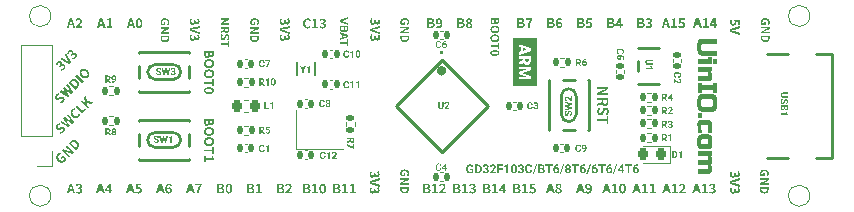
<source format=gto>
%TF.GenerationSoftware,KiCad,Pcbnew,7.0.5*%
%TF.CreationDate,2023-06-29T00:31:54+08:00*%
%TF.ProjectId,UINIO-MCU-GD32F103C,55494e49-4f2d-44d4-9355-2d4744333246,Version 2.0.0*%
%TF.SameCoordinates,PX9357ba0PY5667240*%
%TF.FileFunction,Legend,Top*%
%TF.FilePolarity,Positive*%
%FSLAX46Y46*%
G04 Gerber Fmt 4.6, Leading zero omitted, Abs format (unit mm)*
G04 Created by KiCad (PCBNEW 7.0.5) date 2023-06-29 00:31:54*
%MOMM*%
%LPD*%
G01*
G04 APERTURE LIST*
G04 Aperture macros list*
%AMRoundRect*
0 Rectangle with rounded corners*
0 $1 Rounding radius*
0 $2 $3 $4 $5 $6 $7 $8 $9 X,Y pos of 4 corners*
0 Add a 4 corners polygon primitive as box body*
4,1,4,$2,$3,$4,$5,$6,$7,$8,$9,$2,$3,0*
0 Add four circle primitives for the rounded corners*
1,1,$1+$1,$2,$3*
1,1,$1+$1,$4,$5*
1,1,$1+$1,$6,$7*
1,1,$1+$1,$8,$9*
0 Add four rect primitives between the rounded corners*
20,1,$1+$1,$2,$3,$4,$5,0*
20,1,$1+$1,$4,$5,$6,$7,0*
20,1,$1+$1,$6,$7,$8,$9,0*
20,1,$1+$1,$8,$9,$2,$3,0*%
%AMHorizOval*
0 Thick line with rounded ends*
0 $1 width*
0 $2 $3 position (X,Y) of the first rounded end (center of the circle)*
0 $4 $5 position (X,Y) of the second rounded end (center of the circle)*
0 Add line between two ends*
20,1,$1,$2,$3,$4,$5,0*
0 Add two circle primitives to create the rounded ends*
1,1,$1,$2,$3*
1,1,$1,$4,$5*%
G04 Aperture macros list end*
%ADD10C,0.100000*%
%ADD11C,0.150000*%
%ADD12C,0.140000*%
%ADD13C,0.120000*%
%ADD14C,0.250000*%
%ADD15C,0.300000*%
%ADD16C,0.075000*%
%ADD17C,0.254000*%
%ADD18C,0.400000*%
%ADD19RoundRect,0.135000X-0.135000X-0.185000X0.135000X-0.185000X0.135000X0.185000X-0.135000X0.185000X0*%
%ADD20RoundRect,0.140000X-0.140000X-0.170000X0.140000X-0.170000X0.140000X0.170000X-0.140000X0.170000X0*%
%ADD21RoundRect,0.135000X0.135000X0.185000X-0.135000X0.185000X-0.135000X-0.185000X0.135000X-0.185000X0*%
%ADD22R,0.650000X1.200000*%
%ADD23R,1.800000X1.000000*%
%ADD24R,1.000000X0.600000*%
%ADD25RoundRect,0.140000X0.140000X0.170000X-0.140000X0.170000X-0.140000X-0.170000X0.140000X-0.170000X0*%
%ADD26RoundRect,0.218750X0.218750X0.256250X-0.218750X0.256250X-0.218750X-0.256250X0.218750X-0.256250X0*%
%ADD27R,1.200000X0.650000*%
%ADD28R,1.700000X1.700000*%
%ADD29O,1.700000X1.700000*%
%ADD30RoundRect,0.140000X0.170000X-0.140000X0.170000X0.140000X-0.170000X0.140000X-0.170000X-0.140000X0*%
%ADD31C,1.200000*%
%ADD32C,0.650000*%
%ADD33O,2.100000X1.000000*%
%ADD34O,1.900000X1.000000*%
%ADD35R,1.150000X0.600000*%
%ADD36R,1.150000X0.300000*%
%ADD37RoundRect,0.140000X-0.170000X0.140000X-0.170000X-0.140000X0.170000X-0.140000X0.170000X0.140000X0*%
%ADD38R,1.400000X1.200000*%
%ADD39RoundRect,0.135000X-0.185000X0.135000X-0.185000X-0.135000X0.185000X-0.135000X0.185000X0.135000X0*%
%ADD40HorizOval,0.280000X-0.537401X0.537401X0.537401X-0.537401X0*%
%ADD41HorizOval,0.280000X-0.537401X-0.537401X0.537401X0.537401X0*%
%ADD42RoundRect,0.218750X-0.218750X-0.256250X0.218750X-0.256250X0.218750X0.256250X-0.218750X0.256250X0*%
G04 APERTURE END LIST*
D10*
G36*
X-30436197Y-3532000D02*
G01*
X-30609902Y-3532000D01*
X-30668130Y-3319411D01*
X-30936797Y-3319411D01*
X-30995220Y-3532000D01*
X-31163064Y-3532000D01*
X-31053320Y-3190646D01*
X-30901040Y-3190646D01*
X-30703887Y-3190646D01*
X-30728507Y-3101155D01*
X-30730915Y-3093142D01*
X-30733305Y-3085080D01*
X-30735677Y-3076970D01*
X-30738031Y-3068815D01*
X-30740370Y-3060619D01*
X-30742693Y-3052383D01*
X-30745001Y-3044111D01*
X-30747295Y-3035805D01*
X-30749576Y-3027468D01*
X-30751845Y-3019102D01*
X-30754102Y-3010710D01*
X-30756348Y-3002295D01*
X-30758584Y-2993860D01*
X-30760811Y-2985407D01*
X-30763030Y-2976939D01*
X-30765241Y-2968458D01*
X-30767445Y-2959968D01*
X-30769643Y-2951470D01*
X-30771835Y-2942969D01*
X-30774024Y-2934465D01*
X-30776208Y-2925963D01*
X-30778390Y-2917464D01*
X-30780569Y-2908972D01*
X-30782747Y-2900488D01*
X-30784924Y-2892017D01*
X-30787102Y-2883559D01*
X-30789281Y-2875119D01*
X-30791461Y-2866699D01*
X-30793644Y-2858301D01*
X-30795830Y-2849929D01*
X-30798021Y-2841584D01*
X-30800216Y-2833270D01*
X-30805883Y-2833270D01*
X-30807889Y-2841687D01*
X-30809914Y-2850122D01*
X-30811958Y-2858572D01*
X-30814019Y-2867036D01*
X-30816097Y-2875511D01*
X-30818191Y-2883995D01*
X-30820302Y-2892486D01*
X-30822427Y-2900983D01*
X-30824567Y-2909483D01*
X-30826721Y-2917983D01*
X-30828889Y-2926483D01*
X-30831069Y-2934980D01*
X-30833262Y-2943472D01*
X-30835466Y-2951957D01*
X-30837681Y-2960433D01*
X-30839906Y-2968898D01*
X-30842141Y-2977349D01*
X-30844385Y-2985785D01*
X-30846638Y-2994204D01*
X-30848898Y-3002604D01*
X-30851166Y-3010983D01*
X-30853441Y-3019338D01*
X-30855721Y-3027668D01*
X-30858007Y-3035970D01*
X-30860298Y-3044243D01*
X-30862593Y-3052484D01*
X-30864892Y-3060691D01*
X-30867194Y-3068864D01*
X-30869499Y-3076998D01*
X-30871805Y-3085093D01*
X-30874112Y-3093146D01*
X-30876420Y-3101155D01*
X-30901040Y-3190646D01*
X-31053320Y-3190646D01*
X-30897718Y-2706654D01*
X-30702715Y-2706654D01*
X-30436197Y-3532000D01*
G37*
G36*
X-30393015Y-3532000D02*
G01*
X-29837509Y-3532000D01*
X-29837509Y-3393270D01*
X-30018835Y-3393270D01*
X-30030269Y-3393384D01*
X-30038278Y-3393582D01*
X-30046548Y-3393868D01*
X-30055034Y-3394236D01*
X-30063695Y-3394680D01*
X-30072488Y-3395193D01*
X-30081369Y-3395769D01*
X-30090298Y-3396401D01*
X-30099230Y-3397082D01*
X-30108123Y-3397806D01*
X-30116935Y-3398566D01*
X-30125623Y-3399356D01*
X-30134145Y-3400168D01*
X-30142456Y-3400997D01*
X-30150516Y-3401837D01*
X-30154438Y-3402258D01*
X-30140628Y-3387739D01*
X-30126943Y-3373273D01*
X-30113404Y-3358857D01*
X-30100032Y-3344492D01*
X-30086848Y-3330176D01*
X-30073871Y-3315908D01*
X-30061123Y-3301688D01*
X-30048623Y-3287515D01*
X-30036393Y-3273389D01*
X-30024453Y-3259307D01*
X-30012823Y-3245270D01*
X-30001524Y-3231277D01*
X-29990576Y-3217326D01*
X-29980000Y-3203417D01*
X-29969816Y-3189550D01*
X-29960045Y-3175722D01*
X-29950708Y-3161935D01*
X-29941824Y-3148186D01*
X-29933415Y-3134474D01*
X-29925501Y-3120800D01*
X-29918102Y-3107162D01*
X-29911238Y-3093560D01*
X-29904932Y-3079992D01*
X-29899201Y-3066457D01*
X-29894069Y-3052956D01*
X-29889554Y-3039487D01*
X-29885677Y-3026049D01*
X-29882460Y-3012641D01*
X-29879921Y-2999263D01*
X-29878083Y-2985914D01*
X-29876965Y-2972593D01*
X-29876588Y-2959299D01*
X-29876891Y-2945131D01*
X-29877796Y-2931281D01*
X-29879291Y-2917759D01*
X-29881369Y-2904573D01*
X-29884019Y-2891732D01*
X-29887233Y-2879244D01*
X-29891000Y-2867117D01*
X-29895312Y-2855361D01*
X-29900159Y-2843984D01*
X-29905531Y-2832995D01*
X-29911419Y-2822401D01*
X-29917814Y-2812213D01*
X-29924706Y-2802437D01*
X-29932086Y-2793084D01*
X-29939945Y-2784161D01*
X-29948273Y-2775677D01*
X-29957060Y-2767641D01*
X-29966298Y-2760061D01*
X-29975977Y-2752946D01*
X-29986087Y-2746304D01*
X-29996619Y-2740144D01*
X-30007563Y-2734475D01*
X-30018911Y-2729305D01*
X-30030653Y-2724643D01*
X-30042779Y-2720497D01*
X-30055280Y-2716876D01*
X-30068147Y-2713788D01*
X-30081370Y-2711243D01*
X-30094939Y-2709248D01*
X-30108846Y-2707813D01*
X-30123081Y-2706945D01*
X-30137634Y-2706654D01*
X-30148127Y-2706785D01*
X-30158397Y-2707179D01*
X-30168452Y-2707832D01*
X-30178300Y-2708745D01*
X-30187948Y-2709914D01*
X-30197404Y-2711340D01*
X-30206676Y-2713020D01*
X-30215771Y-2714952D01*
X-30224697Y-2717136D01*
X-30233461Y-2719570D01*
X-30242071Y-2722252D01*
X-30250535Y-2725181D01*
X-30258861Y-2728355D01*
X-30267055Y-2731773D01*
X-30275126Y-2735433D01*
X-30283081Y-2739334D01*
X-30290928Y-2743474D01*
X-30298674Y-2747852D01*
X-30306328Y-2752466D01*
X-30313896Y-2757315D01*
X-30321386Y-2762398D01*
X-30328806Y-2767712D01*
X-30336164Y-2773256D01*
X-30343467Y-2779029D01*
X-30350723Y-2785030D01*
X-30357939Y-2791256D01*
X-30365123Y-2797706D01*
X-30372283Y-2804379D01*
X-30379426Y-2811274D01*
X-30386560Y-2818388D01*
X-30393692Y-2825720D01*
X-30400830Y-2833270D01*
X-30311340Y-2923346D01*
X-30303272Y-2914773D01*
X-30295038Y-2906379D01*
X-30286631Y-2898217D01*
X-30278047Y-2890337D01*
X-30269277Y-2882792D01*
X-30260318Y-2875632D01*
X-30251162Y-2868910D01*
X-30241804Y-2862676D01*
X-30232237Y-2856983D01*
X-30222457Y-2851882D01*
X-30212455Y-2847425D01*
X-30202227Y-2843662D01*
X-30191767Y-2840646D01*
X-30181069Y-2838428D01*
X-30170126Y-2837059D01*
X-30158932Y-2836591D01*
X-30144431Y-2837169D01*
X-30130760Y-2838884D01*
X-30117933Y-2841712D01*
X-30105965Y-2845628D01*
X-30094871Y-2850607D01*
X-30084665Y-2856622D01*
X-30075361Y-2863650D01*
X-30066975Y-2871665D01*
X-30059521Y-2880641D01*
X-30053013Y-2890554D01*
X-30047466Y-2901378D01*
X-30042896Y-2913088D01*
X-30039315Y-2925659D01*
X-30036740Y-2939066D01*
X-30035184Y-2953284D01*
X-30034662Y-2968287D01*
X-30035076Y-2979617D01*
X-30036312Y-2991081D01*
X-30038356Y-3002687D01*
X-30041196Y-3014442D01*
X-30044819Y-3026356D01*
X-30049213Y-3038435D01*
X-30054366Y-3050688D01*
X-30060264Y-3063123D01*
X-30066896Y-3075748D01*
X-30074249Y-3088571D01*
X-30082309Y-3101599D01*
X-30091066Y-3114841D01*
X-30100505Y-3128304D01*
X-30110616Y-3141998D01*
X-30121384Y-3155928D01*
X-30132798Y-3170105D01*
X-30144846Y-3184535D01*
X-30157514Y-3199227D01*
X-30170790Y-3214188D01*
X-30184661Y-3229426D01*
X-30199116Y-3244951D01*
X-30214141Y-3260768D01*
X-30229724Y-3276888D01*
X-30245852Y-3293316D01*
X-30262514Y-3310062D01*
X-30279696Y-3327134D01*
X-30297385Y-3344539D01*
X-30315571Y-3362285D01*
X-30334239Y-3380380D01*
X-30353377Y-3398833D01*
X-30372973Y-3417651D01*
X-30393015Y-3436842D01*
X-30393015Y-3532000D01*
G37*
G36*
X-15631443Y-3062875D02*
G01*
X-15631329Y-3072301D01*
X-15630991Y-3081630D01*
X-15630435Y-3090858D01*
X-15629666Y-3099982D01*
X-15628690Y-3108998D01*
X-15627513Y-3117902D01*
X-15626139Y-3126691D01*
X-15624574Y-3135361D01*
X-15622825Y-3143908D01*
X-15620896Y-3152329D01*
X-15618793Y-3160620D01*
X-15616521Y-3168777D01*
X-15614087Y-3176797D01*
X-15611495Y-3184675D01*
X-15608751Y-3192408D01*
X-15605861Y-3199993D01*
X-15602830Y-3207426D01*
X-15599665Y-3214702D01*
X-15596369Y-3221819D01*
X-15592949Y-3228773D01*
X-15589411Y-3235559D01*
X-15585760Y-3242175D01*
X-15582001Y-3248617D01*
X-15578140Y-3254880D01*
X-15574183Y-3260961D01*
X-15570135Y-3266857D01*
X-15566001Y-3272564D01*
X-15561788Y-3278078D01*
X-15553144Y-3288512D01*
X-15544248Y-3298130D01*
X-15215644Y-3298130D01*
X-15215644Y-3040307D01*
X-15334297Y-3040307D01*
X-15334297Y-3168706D01*
X-15478424Y-3168706D01*
X-15483216Y-3162556D01*
X-15487583Y-3155702D01*
X-15491515Y-3148223D01*
X-15495002Y-3140197D01*
X-15498033Y-3131705D01*
X-15500599Y-3122825D01*
X-15502690Y-3113638D01*
X-15504294Y-3104223D01*
X-15505403Y-3094659D01*
X-15506006Y-3085026D01*
X-15506122Y-3078604D01*
X-15505842Y-3065396D01*
X-15505008Y-3052601D01*
X-15503624Y-3040220D01*
X-15501698Y-3028255D01*
X-15499236Y-3016704D01*
X-15496242Y-3005569D01*
X-15492724Y-2994850D01*
X-15488688Y-2984547D01*
X-15484139Y-2974660D01*
X-15479084Y-2965190D01*
X-15473529Y-2956138D01*
X-15467479Y-2947503D01*
X-15460941Y-2939286D01*
X-15453922Y-2931487D01*
X-15446426Y-2924106D01*
X-15438460Y-2917145D01*
X-15430031Y-2910602D01*
X-15421144Y-2904480D01*
X-15411805Y-2898777D01*
X-15402020Y-2893494D01*
X-15391796Y-2888632D01*
X-15381139Y-2884192D01*
X-15370054Y-2880172D01*
X-15358548Y-2876574D01*
X-15346626Y-2873398D01*
X-15334296Y-2870644D01*
X-15321562Y-2868313D01*
X-15308432Y-2866406D01*
X-15294910Y-2864921D01*
X-15281003Y-2863860D01*
X-15266718Y-2863224D01*
X-15252060Y-2863011D01*
X-15237576Y-2863257D01*
X-15223461Y-2863987D01*
X-15209721Y-2865194D01*
X-15196361Y-2866868D01*
X-15183388Y-2869001D01*
X-15170807Y-2871584D01*
X-15158625Y-2874608D01*
X-15146847Y-2878065D01*
X-15135480Y-2881944D01*
X-15124529Y-2886239D01*
X-15114000Y-2890939D01*
X-15103900Y-2896037D01*
X-15094235Y-2901523D01*
X-15085010Y-2907388D01*
X-15076231Y-2913624D01*
X-15067904Y-2920222D01*
X-15060036Y-2927173D01*
X-15052632Y-2934469D01*
X-15045698Y-2942100D01*
X-15039241Y-2950057D01*
X-15033266Y-2958333D01*
X-15027779Y-2966918D01*
X-15022786Y-2975803D01*
X-15018293Y-2984980D01*
X-15014307Y-2994439D01*
X-15010833Y-3004172D01*
X-15007876Y-3014171D01*
X-15005444Y-3024426D01*
X-15003542Y-3034928D01*
X-15002176Y-3045670D01*
X-15001352Y-3056641D01*
X-15001076Y-3067833D01*
X-15001382Y-3079861D01*
X-15002282Y-3091345D01*
X-15003749Y-3102313D01*
X-15005757Y-3112793D01*
X-15008276Y-3122815D01*
X-15011282Y-3132406D01*
X-15014747Y-3141595D01*
X-15018643Y-3150412D01*
X-15022945Y-3158884D01*
X-15027623Y-3167039D01*
X-15032653Y-3174908D01*
X-15038006Y-3182517D01*
X-15043655Y-3189896D01*
X-15049574Y-3197073D01*
X-15055736Y-3204076D01*
X-15062113Y-3210935D01*
X-14969618Y-3287359D01*
X-14960654Y-3278241D01*
X-14951820Y-3268513D01*
X-14943179Y-3258164D01*
X-14938949Y-3252754D01*
X-14934791Y-3247186D01*
X-14930711Y-3241458D01*
X-14926718Y-3235569D01*
X-14922819Y-3229518D01*
X-14919023Y-3223303D01*
X-14915336Y-3216924D01*
X-14911767Y-3210379D01*
X-14908323Y-3203667D01*
X-14905012Y-3196787D01*
X-14901842Y-3189738D01*
X-14898821Y-3182519D01*
X-14895955Y-3175127D01*
X-14893254Y-3167563D01*
X-14890724Y-3159825D01*
X-14888374Y-3151911D01*
X-14886211Y-3143821D01*
X-14884242Y-3135553D01*
X-14882477Y-3127107D01*
X-14880921Y-3118481D01*
X-14879584Y-3109673D01*
X-14878472Y-3100683D01*
X-14877594Y-3091509D01*
X-14876958Y-3082151D01*
X-14876570Y-3072607D01*
X-14876439Y-3062875D01*
X-14876849Y-3044894D01*
X-14878074Y-3027158D01*
X-14880107Y-3009688D01*
X-14882939Y-2992506D01*
X-14886565Y-2975633D01*
X-14890975Y-2959089D01*
X-14896163Y-2942898D01*
X-14902122Y-2927080D01*
X-14908843Y-2911656D01*
X-14916320Y-2896648D01*
X-14924545Y-2882077D01*
X-14933510Y-2867964D01*
X-14943209Y-2854332D01*
X-14953633Y-2841201D01*
X-14964775Y-2828593D01*
X-14976628Y-2816529D01*
X-14989184Y-2805030D01*
X-15002435Y-2794118D01*
X-15016376Y-2783815D01*
X-15030997Y-2774141D01*
X-15046291Y-2765118D01*
X-15062252Y-2756768D01*
X-15078871Y-2749112D01*
X-15096141Y-2742170D01*
X-15114055Y-2735965D01*
X-15132605Y-2730518D01*
X-15151783Y-2725851D01*
X-15171583Y-2721984D01*
X-15191997Y-2718939D01*
X-15213017Y-2716738D01*
X-15234637Y-2715401D01*
X-15256847Y-2714951D01*
X-15279327Y-2715390D01*
X-15301147Y-2716695D01*
X-15322304Y-2718845D01*
X-15342794Y-2721823D01*
X-15362614Y-2725608D01*
X-15381760Y-2730181D01*
X-15400228Y-2735524D01*
X-15418016Y-2741617D01*
X-15435119Y-2748441D01*
X-15451534Y-2755976D01*
X-15467258Y-2764204D01*
X-15482286Y-2773104D01*
X-15496616Y-2782659D01*
X-15510244Y-2792848D01*
X-15523166Y-2803653D01*
X-15535379Y-2815054D01*
X-15546879Y-2827032D01*
X-15557663Y-2839568D01*
X-15567727Y-2852643D01*
X-15577067Y-2866236D01*
X-15585681Y-2880330D01*
X-15593564Y-2894905D01*
X-15600713Y-2909942D01*
X-15607125Y-2925421D01*
X-15612795Y-2941323D01*
X-15617721Y-2957629D01*
X-15621899Y-2974320D01*
X-15625325Y-2991377D01*
X-15627996Y-3008780D01*
X-15629909Y-3026510D01*
X-15631058Y-3044548D01*
X-15631443Y-3062875D01*
G37*
G36*
X-15620500Y-3453542D02*
G01*
X-15620500Y-3590831D01*
X-15331219Y-3590831D01*
X-15323486Y-3590799D01*
X-15315709Y-3590708D01*
X-15307891Y-3590559D01*
X-15300037Y-3590354D01*
X-15292149Y-3590098D01*
X-15284233Y-3589791D01*
X-15276292Y-3589438D01*
X-15268329Y-3589041D01*
X-15260349Y-3588602D01*
X-15252355Y-3588124D01*
X-15244351Y-3587609D01*
X-15236341Y-3587062D01*
X-15228329Y-3586483D01*
X-15220318Y-3585877D01*
X-15212313Y-3585245D01*
X-15204317Y-3584590D01*
X-15196334Y-3583915D01*
X-15188368Y-3583223D01*
X-15180422Y-3582517D01*
X-15172501Y-3581798D01*
X-15164608Y-3581070D01*
X-15156748Y-3580335D01*
X-15148923Y-3579597D01*
X-15141138Y-3578857D01*
X-15133397Y-3578119D01*
X-15125703Y-3577385D01*
X-15118060Y-3576658D01*
X-15110472Y-3575941D01*
X-15102943Y-3575236D01*
X-15095477Y-3574545D01*
X-15088078Y-3573873D01*
X-15080748Y-3573221D01*
X-15080748Y-3578008D01*
X-15235305Y-3651525D01*
X-15620500Y-3861305D01*
X-15620500Y-4008339D01*
X-14898323Y-4008339D01*
X-14898323Y-3871050D01*
X-15187775Y-3871050D01*
X-15195351Y-3871084D01*
X-15203008Y-3871184D01*
X-15210739Y-3871348D01*
X-15218537Y-3871571D01*
X-15226397Y-3871850D01*
X-15234312Y-3872184D01*
X-15242276Y-3872568D01*
X-15250281Y-3873000D01*
X-15258322Y-3873477D01*
X-15266392Y-3873995D01*
X-15274485Y-3874552D01*
X-15282594Y-3875144D01*
X-15290712Y-3875768D01*
X-15298834Y-3876421D01*
X-15306953Y-3877101D01*
X-15315063Y-3877804D01*
X-15323156Y-3878526D01*
X-15331227Y-3879266D01*
X-15339269Y-3880020D01*
X-15347275Y-3880784D01*
X-15355240Y-3881556D01*
X-15363156Y-3882333D01*
X-15371018Y-3883112D01*
X-15378818Y-3883889D01*
X-15386551Y-3884662D01*
X-15394210Y-3885427D01*
X-15401788Y-3886181D01*
X-15409280Y-3886922D01*
X-15416678Y-3887646D01*
X-15423976Y-3888350D01*
X-15431168Y-3889031D01*
X-15438246Y-3889686D01*
X-15438246Y-3884728D01*
X-15282664Y-3812237D01*
X-14898323Y-3601602D01*
X-14898323Y-3453542D01*
X-15620500Y-3453542D01*
G37*
G36*
X-14898323Y-4386354D02*
G01*
X-14898663Y-4406863D01*
X-14899682Y-4426869D01*
X-14901385Y-4446363D01*
X-14903771Y-4465334D01*
X-14906844Y-4483774D01*
X-14910606Y-4501673D01*
X-14915059Y-4519020D01*
X-14920205Y-4535806D01*
X-14926045Y-4552021D01*
X-14932583Y-4567656D01*
X-14939820Y-4582700D01*
X-14947758Y-4597145D01*
X-14956399Y-4610980D01*
X-14965746Y-4624195D01*
X-14975801Y-4636781D01*
X-14986565Y-4648729D01*
X-14998041Y-4660027D01*
X-15010231Y-4670668D01*
X-15023137Y-4680640D01*
X-15036761Y-4689934D01*
X-15051105Y-4698541D01*
X-15066171Y-4706450D01*
X-15081961Y-4713653D01*
X-15098478Y-4720138D01*
X-15115724Y-4725897D01*
X-15133700Y-4730920D01*
X-15152409Y-4735196D01*
X-15171853Y-4738717D01*
X-15192034Y-4741473D01*
X-15212953Y-4743453D01*
X-15234614Y-4744648D01*
X-15257018Y-4745049D01*
X-15279361Y-4744649D01*
X-15300996Y-4743455D01*
X-15321924Y-4741479D01*
X-15342144Y-4738733D01*
X-15361656Y-4735226D01*
X-15380461Y-4730972D01*
X-15398557Y-4725979D01*
X-15415946Y-4720261D01*
X-15432626Y-4713828D01*
X-15448597Y-4706690D01*
X-15463861Y-4698860D01*
X-15478415Y-4690349D01*
X-15492261Y-4681167D01*
X-15505398Y-4671326D01*
X-15517826Y-4660837D01*
X-15529544Y-4649712D01*
X-15540554Y-4637961D01*
X-15550854Y-4625595D01*
X-15560445Y-4612626D01*
X-15569326Y-4599065D01*
X-15577497Y-4584923D01*
X-15584958Y-4570211D01*
X-15591710Y-4554941D01*
X-15597751Y-4539124D01*
X-15603082Y-4522770D01*
X-15607702Y-4505891D01*
X-15611612Y-4488498D01*
X-15614812Y-4470603D01*
X-15617300Y-4452216D01*
X-15619078Y-4433349D01*
X-15620145Y-4414013D01*
X-15620500Y-4394218D01*
X-15620500Y-4332498D01*
X-15503899Y-4332498D01*
X-15503899Y-4377463D01*
X-15503688Y-4389992D01*
X-15503050Y-4402215D01*
X-15501980Y-4414128D01*
X-15500472Y-4425724D01*
X-15498520Y-4436997D01*
X-15496118Y-4447941D01*
X-15493261Y-4458550D01*
X-15489944Y-4468818D01*
X-15486159Y-4478738D01*
X-15481902Y-4488304D01*
X-15477166Y-4497512D01*
X-15471946Y-4506353D01*
X-15466237Y-4514823D01*
X-15460031Y-4522915D01*
X-15453325Y-4530622D01*
X-15446111Y-4537940D01*
X-15438384Y-4544862D01*
X-15430139Y-4551381D01*
X-15421369Y-4557492D01*
X-15412069Y-4563188D01*
X-15402233Y-4568464D01*
X-15391856Y-4573313D01*
X-15380931Y-4577729D01*
X-15369452Y-4581706D01*
X-15357415Y-4585238D01*
X-15344813Y-4588319D01*
X-15331640Y-4590943D01*
X-15317892Y-4593103D01*
X-15303561Y-4594794D01*
X-15288642Y-4596009D01*
X-15273130Y-4596743D01*
X-15257018Y-4596989D01*
X-15240846Y-4596743D01*
X-15225309Y-4596009D01*
X-15210401Y-4594794D01*
X-15196113Y-4593103D01*
X-15182436Y-4590943D01*
X-15169364Y-4588319D01*
X-15156887Y-4585238D01*
X-15144998Y-4581706D01*
X-15133689Y-4577729D01*
X-15122952Y-4573313D01*
X-15112778Y-4568464D01*
X-15103160Y-4563188D01*
X-15094090Y-4557492D01*
X-15085559Y-4551381D01*
X-15077560Y-4544862D01*
X-15070084Y-4537940D01*
X-15063124Y-4530622D01*
X-15056670Y-4522915D01*
X-15050717Y-4514823D01*
X-15045254Y-4506353D01*
X-15040275Y-4497512D01*
X-15035771Y-4488304D01*
X-15031734Y-4478738D01*
X-15028156Y-4468818D01*
X-15025029Y-4458550D01*
X-15022346Y-4447941D01*
X-15020097Y-4436997D01*
X-15018275Y-4425724D01*
X-15016872Y-4414128D01*
X-15015880Y-4402215D01*
X-15015290Y-4389992D01*
X-15015096Y-4377463D01*
X-15015096Y-4332498D01*
X-15503899Y-4332498D01*
X-15620500Y-4332498D01*
X-15620500Y-4187345D01*
X-14898323Y-4187345D01*
X-14898323Y-4386354D01*
G37*
G36*
X-2931443Y-15862875D02*
G01*
X-2931329Y-15872301D01*
X-2930991Y-15881630D01*
X-2930435Y-15890858D01*
X-2929666Y-15899982D01*
X-2928690Y-15908998D01*
X-2927513Y-15917902D01*
X-2926139Y-15926691D01*
X-2924574Y-15935361D01*
X-2922825Y-15943908D01*
X-2920896Y-15952329D01*
X-2918793Y-15960620D01*
X-2916521Y-15968777D01*
X-2914087Y-15976797D01*
X-2911495Y-15984675D01*
X-2908751Y-15992408D01*
X-2905861Y-15999993D01*
X-2902830Y-16007426D01*
X-2899665Y-16014702D01*
X-2896369Y-16021819D01*
X-2892949Y-16028773D01*
X-2889411Y-16035559D01*
X-2885760Y-16042175D01*
X-2882001Y-16048617D01*
X-2878140Y-16054880D01*
X-2874183Y-16060961D01*
X-2870135Y-16066857D01*
X-2866001Y-16072564D01*
X-2861788Y-16078078D01*
X-2853144Y-16088512D01*
X-2844248Y-16098130D01*
X-2515644Y-16098130D01*
X-2515644Y-15840307D01*
X-2634297Y-15840307D01*
X-2634297Y-15968706D01*
X-2778424Y-15968706D01*
X-2783216Y-15962556D01*
X-2787583Y-15955702D01*
X-2791515Y-15948223D01*
X-2795002Y-15940197D01*
X-2798033Y-15931705D01*
X-2800599Y-15922825D01*
X-2802690Y-15913638D01*
X-2804294Y-15904223D01*
X-2805403Y-15894659D01*
X-2806006Y-15885026D01*
X-2806122Y-15878604D01*
X-2805842Y-15865396D01*
X-2805008Y-15852601D01*
X-2803624Y-15840220D01*
X-2801698Y-15828255D01*
X-2799236Y-15816704D01*
X-2796242Y-15805569D01*
X-2792724Y-15794850D01*
X-2788688Y-15784547D01*
X-2784139Y-15774660D01*
X-2779084Y-15765190D01*
X-2773529Y-15756138D01*
X-2767479Y-15747503D01*
X-2760941Y-15739286D01*
X-2753922Y-15731487D01*
X-2746426Y-15724106D01*
X-2738460Y-15717145D01*
X-2730031Y-15710602D01*
X-2721144Y-15704480D01*
X-2711805Y-15698777D01*
X-2702020Y-15693494D01*
X-2691796Y-15688632D01*
X-2681139Y-15684192D01*
X-2670054Y-15680172D01*
X-2658548Y-15676574D01*
X-2646626Y-15673398D01*
X-2634296Y-15670644D01*
X-2621562Y-15668313D01*
X-2608432Y-15666406D01*
X-2594910Y-15664921D01*
X-2581003Y-15663860D01*
X-2566718Y-15663224D01*
X-2552060Y-15663011D01*
X-2537576Y-15663257D01*
X-2523461Y-15663987D01*
X-2509721Y-15665194D01*
X-2496361Y-15666868D01*
X-2483388Y-15669001D01*
X-2470807Y-15671584D01*
X-2458625Y-15674608D01*
X-2446847Y-15678065D01*
X-2435480Y-15681944D01*
X-2424529Y-15686239D01*
X-2414000Y-15690939D01*
X-2403900Y-15696037D01*
X-2394235Y-15701523D01*
X-2385010Y-15707388D01*
X-2376231Y-15713624D01*
X-2367904Y-15720222D01*
X-2360036Y-15727173D01*
X-2352632Y-15734469D01*
X-2345698Y-15742100D01*
X-2339241Y-15750057D01*
X-2333266Y-15758333D01*
X-2327779Y-15766918D01*
X-2322786Y-15775803D01*
X-2318293Y-15784980D01*
X-2314307Y-15794439D01*
X-2310833Y-15804172D01*
X-2307876Y-15814171D01*
X-2305444Y-15824426D01*
X-2303542Y-15834928D01*
X-2302176Y-15845670D01*
X-2301352Y-15856641D01*
X-2301076Y-15867833D01*
X-2301382Y-15879861D01*
X-2302282Y-15891345D01*
X-2303749Y-15902313D01*
X-2305757Y-15912793D01*
X-2308276Y-15922815D01*
X-2311282Y-15932406D01*
X-2314747Y-15941595D01*
X-2318643Y-15950412D01*
X-2322945Y-15958884D01*
X-2327623Y-15967039D01*
X-2332653Y-15974908D01*
X-2338006Y-15982517D01*
X-2343655Y-15989896D01*
X-2349574Y-15997073D01*
X-2355736Y-16004076D01*
X-2362113Y-16010935D01*
X-2269618Y-16087359D01*
X-2260654Y-16078241D01*
X-2251820Y-16068513D01*
X-2243179Y-16058164D01*
X-2238949Y-16052754D01*
X-2234791Y-16047186D01*
X-2230711Y-16041458D01*
X-2226718Y-16035569D01*
X-2222819Y-16029518D01*
X-2219023Y-16023303D01*
X-2215336Y-16016924D01*
X-2211767Y-16010379D01*
X-2208323Y-16003667D01*
X-2205012Y-15996787D01*
X-2201842Y-15989738D01*
X-2198821Y-15982519D01*
X-2195955Y-15975127D01*
X-2193254Y-15967563D01*
X-2190724Y-15959825D01*
X-2188374Y-15951911D01*
X-2186211Y-15943821D01*
X-2184242Y-15935553D01*
X-2182477Y-15927107D01*
X-2180921Y-15918481D01*
X-2179584Y-15909673D01*
X-2178472Y-15900683D01*
X-2177594Y-15891509D01*
X-2176958Y-15882151D01*
X-2176570Y-15872607D01*
X-2176439Y-15862875D01*
X-2176849Y-15844894D01*
X-2178074Y-15827158D01*
X-2180107Y-15809688D01*
X-2182939Y-15792506D01*
X-2186565Y-15775633D01*
X-2190975Y-15759089D01*
X-2196163Y-15742898D01*
X-2202122Y-15727080D01*
X-2208843Y-15711656D01*
X-2216320Y-15696648D01*
X-2224545Y-15682077D01*
X-2233510Y-15667964D01*
X-2243209Y-15654332D01*
X-2253633Y-15641201D01*
X-2264775Y-15628593D01*
X-2276628Y-15616529D01*
X-2289184Y-15605030D01*
X-2302435Y-15594118D01*
X-2316376Y-15583815D01*
X-2330997Y-15574141D01*
X-2346291Y-15565118D01*
X-2362252Y-15556768D01*
X-2378871Y-15549112D01*
X-2396141Y-15542170D01*
X-2414055Y-15535965D01*
X-2432605Y-15530518D01*
X-2451783Y-15525851D01*
X-2471583Y-15521984D01*
X-2491997Y-15518939D01*
X-2513017Y-15516738D01*
X-2534637Y-15515401D01*
X-2556847Y-15514951D01*
X-2579327Y-15515390D01*
X-2601147Y-15516695D01*
X-2622304Y-15518845D01*
X-2642794Y-15521823D01*
X-2662614Y-15525608D01*
X-2681760Y-15530181D01*
X-2700228Y-15535524D01*
X-2718016Y-15541617D01*
X-2735119Y-15548441D01*
X-2751534Y-15555976D01*
X-2767258Y-15564204D01*
X-2782286Y-15573104D01*
X-2796616Y-15582659D01*
X-2810244Y-15592848D01*
X-2823166Y-15603653D01*
X-2835379Y-15615054D01*
X-2846879Y-15627032D01*
X-2857663Y-15639568D01*
X-2867727Y-15652643D01*
X-2877067Y-15666236D01*
X-2885681Y-15680330D01*
X-2893564Y-15694905D01*
X-2900713Y-15709942D01*
X-2907125Y-15725421D01*
X-2912795Y-15741323D01*
X-2917721Y-15757629D01*
X-2921899Y-15774320D01*
X-2925325Y-15791377D01*
X-2927996Y-15808780D01*
X-2929909Y-15826510D01*
X-2931058Y-15844548D01*
X-2931443Y-15862875D01*
G37*
G36*
X-2920500Y-16253542D02*
G01*
X-2920500Y-16390831D01*
X-2631219Y-16390831D01*
X-2623486Y-16390799D01*
X-2615709Y-16390708D01*
X-2607891Y-16390559D01*
X-2600037Y-16390354D01*
X-2592149Y-16390098D01*
X-2584233Y-16389791D01*
X-2576292Y-16389438D01*
X-2568329Y-16389041D01*
X-2560349Y-16388602D01*
X-2552355Y-16388124D01*
X-2544351Y-16387609D01*
X-2536341Y-16387062D01*
X-2528329Y-16386483D01*
X-2520318Y-16385877D01*
X-2512313Y-16385245D01*
X-2504317Y-16384590D01*
X-2496334Y-16383915D01*
X-2488368Y-16383223D01*
X-2480422Y-16382517D01*
X-2472501Y-16381798D01*
X-2464608Y-16381070D01*
X-2456748Y-16380335D01*
X-2448923Y-16379597D01*
X-2441138Y-16378857D01*
X-2433397Y-16378119D01*
X-2425703Y-16377385D01*
X-2418060Y-16376658D01*
X-2410472Y-16375941D01*
X-2402943Y-16375236D01*
X-2395477Y-16374545D01*
X-2388078Y-16373873D01*
X-2380748Y-16373221D01*
X-2380748Y-16378008D01*
X-2535305Y-16451525D01*
X-2920500Y-16661305D01*
X-2920500Y-16808339D01*
X-2198323Y-16808339D01*
X-2198323Y-16671050D01*
X-2487775Y-16671050D01*
X-2495351Y-16671084D01*
X-2503008Y-16671184D01*
X-2510739Y-16671348D01*
X-2518537Y-16671571D01*
X-2526397Y-16671850D01*
X-2534312Y-16672184D01*
X-2542276Y-16672568D01*
X-2550281Y-16673000D01*
X-2558322Y-16673477D01*
X-2566392Y-16673995D01*
X-2574485Y-16674552D01*
X-2582594Y-16675144D01*
X-2590712Y-16675768D01*
X-2598834Y-16676421D01*
X-2606953Y-16677101D01*
X-2615063Y-16677804D01*
X-2623156Y-16678526D01*
X-2631227Y-16679266D01*
X-2639269Y-16680020D01*
X-2647275Y-16680784D01*
X-2655240Y-16681556D01*
X-2663156Y-16682333D01*
X-2671018Y-16683112D01*
X-2678818Y-16683889D01*
X-2686551Y-16684662D01*
X-2694210Y-16685427D01*
X-2701788Y-16686181D01*
X-2709280Y-16686922D01*
X-2716678Y-16687646D01*
X-2723976Y-16688350D01*
X-2731168Y-16689031D01*
X-2738246Y-16689686D01*
X-2738246Y-16684728D01*
X-2582664Y-16612237D01*
X-2198323Y-16401602D01*
X-2198323Y-16253542D01*
X-2920500Y-16253542D01*
G37*
G36*
X-2198323Y-17186354D02*
G01*
X-2198663Y-17206863D01*
X-2199682Y-17226869D01*
X-2201385Y-17246363D01*
X-2203771Y-17265334D01*
X-2206844Y-17283774D01*
X-2210606Y-17301673D01*
X-2215059Y-17319020D01*
X-2220205Y-17335806D01*
X-2226045Y-17352021D01*
X-2232583Y-17367656D01*
X-2239820Y-17382700D01*
X-2247758Y-17397145D01*
X-2256399Y-17410980D01*
X-2265746Y-17424195D01*
X-2275801Y-17436781D01*
X-2286565Y-17448729D01*
X-2298041Y-17460027D01*
X-2310231Y-17470668D01*
X-2323137Y-17480640D01*
X-2336761Y-17489934D01*
X-2351105Y-17498541D01*
X-2366171Y-17506450D01*
X-2381961Y-17513653D01*
X-2398478Y-17520138D01*
X-2415724Y-17525897D01*
X-2433700Y-17530920D01*
X-2452409Y-17535196D01*
X-2471853Y-17538717D01*
X-2492034Y-17541473D01*
X-2512953Y-17543453D01*
X-2534614Y-17544648D01*
X-2557018Y-17545049D01*
X-2579361Y-17544649D01*
X-2600996Y-17543455D01*
X-2621924Y-17541479D01*
X-2642144Y-17538733D01*
X-2661656Y-17535226D01*
X-2680461Y-17530972D01*
X-2698557Y-17525979D01*
X-2715946Y-17520261D01*
X-2732626Y-17513828D01*
X-2748597Y-17506690D01*
X-2763861Y-17498860D01*
X-2778415Y-17490349D01*
X-2792261Y-17481167D01*
X-2805398Y-17471326D01*
X-2817826Y-17460837D01*
X-2829544Y-17449712D01*
X-2840554Y-17437961D01*
X-2850854Y-17425595D01*
X-2860445Y-17412626D01*
X-2869326Y-17399065D01*
X-2877497Y-17384923D01*
X-2884958Y-17370211D01*
X-2891710Y-17354941D01*
X-2897751Y-17339124D01*
X-2903082Y-17322770D01*
X-2907702Y-17305891D01*
X-2911612Y-17288498D01*
X-2914812Y-17270603D01*
X-2917300Y-17252216D01*
X-2919078Y-17233349D01*
X-2920145Y-17214013D01*
X-2920500Y-17194218D01*
X-2920500Y-17132498D01*
X-2803899Y-17132498D01*
X-2803899Y-17177463D01*
X-2803688Y-17189992D01*
X-2803050Y-17202215D01*
X-2801980Y-17214128D01*
X-2800472Y-17225724D01*
X-2798520Y-17236997D01*
X-2796118Y-17247941D01*
X-2793261Y-17258550D01*
X-2789944Y-17268818D01*
X-2786159Y-17278738D01*
X-2781902Y-17288304D01*
X-2777166Y-17297512D01*
X-2771946Y-17306353D01*
X-2766237Y-17314823D01*
X-2760031Y-17322915D01*
X-2753325Y-17330622D01*
X-2746111Y-17337940D01*
X-2738384Y-17344862D01*
X-2730139Y-17351381D01*
X-2721369Y-17357492D01*
X-2712069Y-17363188D01*
X-2702233Y-17368464D01*
X-2691856Y-17373313D01*
X-2680931Y-17377729D01*
X-2669452Y-17381706D01*
X-2657415Y-17385238D01*
X-2644813Y-17388319D01*
X-2631640Y-17390943D01*
X-2617892Y-17393103D01*
X-2603561Y-17394794D01*
X-2588642Y-17396009D01*
X-2573130Y-17396743D01*
X-2557018Y-17396989D01*
X-2540846Y-17396743D01*
X-2525309Y-17396009D01*
X-2510401Y-17394794D01*
X-2496113Y-17393103D01*
X-2482436Y-17390943D01*
X-2469364Y-17388319D01*
X-2456887Y-17385238D01*
X-2444998Y-17381706D01*
X-2433689Y-17377729D01*
X-2422952Y-17373313D01*
X-2412778Y-17368464D01*
X-2403160Y-17363188D01*
X-2394090Y-17357492D01*
X-2385559Y-17351381D01*
X-2377560Y-17344862D01*
X-2370084Y-17337940D01*
X-2363124Y-17330622D01*
X-2356670Y-17322915D01*
X-2350717Y-17314823D01*
X-2345254Y-17306353D01*
X-2340275Y-17297512D01*
X-2335771Y-17288304D01*
X-2331734Y-17278738D01*
X-2328156Y-17268818D01*
X-2325029Y-17258550D01*
X-2322346Y-17247941D01*
X-2320097Y-17236997D01*
X-2318275Y-17225724D01*
X-2316872Y-17214128D01*
X-2315880Y-17202215D01*
X-2315290Y-17189992D01*
X-2315096Y-17177463D01*
X-2315096Y-17132498D01*
X-2803899Y-17132498D01*
X-2920500Y-17132498D01*
X-2920500Y-16987345D01*
X-2198323Y-16987345D01*
X-2198323Y-17186354D01*
G37*
G36*
X-328681Y-2716803D02*
G01*
X-313098Y-2717258D01*
X-297785Y-2718027D01*
X-282756Y-2719122D01*
X-268030Y-2720551D01*
X-253621Y-2722324D01*
X-239546Y-2724451D01*
X-225822Y-2726943D01*
X-212466Y-2729808D01*
X-199493Y-2733057D01*
X-186920Y-2736699D01*
X-174764Y-2740745D01*
X-163040Y-2745203D01*
X-151766Y-2750085D01*
X-140958Y-2755399D01*
X-130632Y-2761155D01*
X-120804Y-2767364D01*
X-111492Y-2774034D01*
X-102710Y-2781177D01*
X-94477Y-2788801D01*
X-86808Y-2796917D01*
X-79720Y-2805534D01*
X-73229Y-2814661D01*
X-67351Y-2824310D01*
X-62104Y-2834490D01*
X-57503Y-2845209D01*
X-53564Y-2856480D01*
X-50305Y-2868310D01*
X-47742Y-2880710D01*
X-45890Y-2893690D01*
X-44767Y-2907259D01*
X-44390Y-2921427D01*
X-44885Y-2935690D01*
X-46358Y-2949923D01*
X-48785Y-2964043D01*
X-52147Y-2977969D01*
X-56422Y-2991621D01*
X-61587Y-3004917D01*
X-67622Y-3017776D01*
X-74505Y-3030115D01*
X-82214Y-3041855D01*
X-90729Y-3052914D01*
X-100027Y-3063210D01*
X-110088Y-3072662D01*
X-120889Y-3081190D01*
X-132410Y-3088711D01*
X-144628Y-3095144D01*
X-157523Y-3100408D01*
X-157523Y-3105879D01*
X-149185Y-3107997D01*
X-140994Y-3110358D01*
X-132957Y-3112962D01*
X-125082Y-3115811D01*
X-117376Y-3118907D01*
X-109847Y-3122250D01*
X-102504Y-3125842D01*
X-95354Y-3129684D01*
X-88404Y-3133777D01*
X-81663Y-3138122D01*
X-75138Y-3142720D01*
X-68836Y-3147573D01*
X-62767Y-3152681D01*
X-56937Y-3158047D01*
X-51354Y-3163671D01*
X-46026Y-3169554D01*
X-40961Y-3175697D01*
X-36166Y-3182102D01*
X-31650Y-3188770D01*
X-27420Y-3195702D01*
X-23483Y-3202899D01*
X-19848Y-3210362D01*
X-16523Y-3218093D01*
X-13514Y-3226093D01*
X-10831Y-3234362D01*
X-8480Y-3242903D01*
X-6469Y-3251716D01*
X-4807Y-3260802D01*
X-3500Y-3270163D01*
X-2557Y-3279800D01*
X-1986Y-3289714D01*
X-1794Y-3299906D01*
X-2198Y-3315110D01*
X-3398Y-3329802D01*
X-5378Y-3343983D01*
X-8119Y-3357656D01*
X-11605Y-3370823D01*
X-15817Y-3383486D01*
X-20739Y-3395646D01*
X-26352Y-3407306D01*
X-32640Y-3418467D01*
X-39584Y-3429131D01*
X-47168Y-3439301D01*
X-55374Y-3448977D01*
X-64185Y-3458163D01*
X-73582Y-3466860D01*
X-83549Y-3475070D01*
X-94069Y-3482795D01*
X-105122Y-3490037D01*
X-116693Y-3496797D01*
X-128764Y-3503079D01*
X-141317Y-3508882D01*
X-154335Y-3514211D01*
X-167800Y-3519066D01*
X-181696Y-3523449D01*
X-196003Y-3527363D01*
X-210706Y-3530809D01*
X-225786Y-3533790D01*
X-241226Y-3536306D01*
X-257009Y-3538361D01*
X-273117Y-3539956D01*
X-289533Y-3541092D01*
X-306238Y-3541773D01*
X-323217Y-3542000D01*
X-619044Y-3542000D01*
X-619044Y-3176417D01*
X-453154Y-3176417D01*
X-453154Y-3414407D01*
X-337872Y-3414407D01*
X-327417Y-3414291D01*
X-317266Y-3413941D01*
X-307421Y-3413357D01*
X-297884Y-3412537D01*
X-288657Y-3411481D01*
X-279740Y-3410188D01*
X-271137Y-3408656D01*
X-262849Y-3406884D01*
X-254878Y-3404873D01*
X-239894Y-3400124D01*
X-226199Y-3394401D01*
X-213808Y-3387697D01*
X-202735Y-3380003D01*
X-192995Y-3371311D01*
X-184603Y-3361614D01*
X-177573Y-3350903D01*
X-171921Y-3339169D01*
X-167659Y-3326406D01*
X-164804Y-3312606D01*
X-163369Y-3297759D01*
X-163189Y-3289941D01*
X-163895Y-3275593D01*
X-166007Y-3262286D01*
X-169515Y-3250006D01*
X-174409Y-3238735D01*
X-180681Y-3228458D01*
X-188321Y-3219159D01*
X-197319Y-3210822D01*
X-207666Y-3203430D01*
X-219352Y-3196968D01*
X-232369Y-3191419D01*
X-246706Y-3186769D01*
X-254367Y-3184775D01*
X-262355Y-3182999D01*
X-270668Y-3181440D01*
X-279305Y-3180095D01*
X-288265Y-3178963D01*
X-297548Y-3178041D01*
X-307151Y-3177327D01*
X-317073Y-3176820D01*
X-327314Y-3176517D01*
X-337872Y-3176417D01*
X-453154Y-3176417D01*
X-619044Y-3176417D01*
X-619044Y-2844442D01*
X-453154Y-2844442D01*
X-453154Y-3054295D01*
X-356825Y-3054295D01*
X-347143Y-3054172D01*
X-337805Y-3053803D01*
X-328809Y-3053193D01*
X-320153Y-3052345D01*
X-311835Y-3051262D01*
X-303850Y-3049948D01*
X-288877Y-3046641D01*
X-275213Y-3042452D01*
X-262839Y-3037407D01*
X-251736Y-3031535D01*
X-241884Y-3024864D01*
X-233265Y-3017421D01*
X-225857Y-3009234D01*
X-219643Y-3000332D01*
X-214602Y-2990740D01*
X-210716Y-2980488D01*
X-207964Y-2969604D01*
X-206327Y-2958114D01*
X-205785Y-2946047D01*
X-205929Y-2939378D01*
X-207084Y-2926791D01*
X-209396Y-2915189D01*
X-212866Y-2904552D01*
X-217496Y-2894859D01*
X-223288Y-2886088D01*
X-230243Y-2878219D01*
X-238364Y-2871231D01*
X-247651Y-2865102D01*
X-258107Y-2859813D01*
X-269733Y-2855342D01*
X-282532Y-2851668D01*
X-296504Y-2848771D01*
X-311652Y-2846629D01*
X-319667Y-2845834D01*
X-327977Y-2845221D01*
X-336582Y-2844787D01*
X-345481Y-2844528D01*
X-354676Y-2844442D01*
X-453154Y-2844442D01*
X-619044Y-2844442D01*
X-619044Y-2716654D01*
X-344515Y-2716654D01*
X-328681Y-2716803D01*
G37*
G36*
X361449Y-2717007D02*
G01*
X375993Y-2718069D01*
X390398Y-2719849D01*
X404641Y-2722352D01*
X418700Y-2725586D01*
X432552Y-2729559D01*
X446173Y-2734275D01*
X459541Y-2739744D01*
X472633Y-2745972D01*
X485426Y-2752965D01*
X497897Y-2760731D01*
X510022Y-2769277D01*
X521780Y-2778609D01*
X533147Y-2788735D01*
X544100Y-2799662D01*
X554616Y-2811396D01*
X564673Y-2823945D01*
X574247Y-2837315D01*
X583315Y-2851514D01*
X591855Y-2866549D01*
X599844Y-2882426D01*
X607258Y-2899152D01*
X614075Y-2916735D01*
X620272Y-2935181D01*
X625825Y-2954498D01*
X630713Y-2974692D01*
X634911Y-2995770D01*
X638398Y-3017740D01*
X641150Y-3040608D01*
X643143Y-3064382D01*
X644357Y-3089067D01*
X644766Y-3114672D01*
X644321Y-3142907D01*
X643003Y-3170134D01*
X640837Y-3196359D01*
X637849Y-3221591D01*
X634066Y-3245837D01*
X629511Y-3269105D01*
X624211Y-3291400D01*
X618192Y-3312732D01*
X611480Y-3333106D01*
X604099Y-3352532D01*
X596075Y-3371015D01*
X587435Y-3388563D01*
X578203Y-3405183D01*
X568405Y-3420884D01*
X558068Y-3435671D01*
X547216Y-3449554D01*
X535875Y-3462538D01*
X524070Y-3474631D01*
X511828Y-3485840D01*
X499174Y-3496174D01*
X486134Y-3505638D01*
X472733Y-3514242D01*
X458997Y-3521991D01*
X444951Y-3528893D01*
X430621Y-3534956D01*
X416033Y-3540186D01*
X401213Y-3544592D01*
X386185Y-3548180D01*
X370975Y-3550958D01*
X355610Y-3552933D01*
X340115Y-3554113D01*
X324515Y-3554505D01*
X315032Y-3554378D01*
X305707Y-3554003D01*
X296540Y-3553386D01*
X287530Y-3552534D01*
X278679Y-3551453D01*
X269986Y-3550151D01*
X261451Y-3548634D01*
X253074Y-3546909D01*
X244855Y-3544982D01*
X236794Y-3542860D01*
X228890Y-3540551D01*
X221145Y-3538060D01*
X213558Y-3535394D01*
X206129Y-3532560D01*
X191744Y-3526417D01*
X177992Y-3519682D01*
X164872Y-3512411D01*
X152383Y-3504656D01*
X140527Y-3496473D01*
X129302Y-3487913D01*
X118710Y-3479032D01*
X108749Y-3469883D01*
X99421Y-3460520D01*
X186762Y-3361260D01*
X192465Y-3367429D01*
X198632Y-3373388D01*
X205229Y-3379113D01*
X212221Y-3384576D01*
X219574Y-3389752D01*
X227253Y-3394614D01*
X235224Y-3399137D01*
X243451Y-3403294D01*
X251900Y-3407060D01*
X260537Y-3410408D01*
X269326Y-3413312D01*
X278234Y-3415747D01*
X287225Y-3417686D01*
X296266Y-3419104D01*
X305320Y-3419973D01*
X314354Y-3420269D01*
X323225Y-3420065D01*
X331988Y-3419444D01*
X340634Y-3418393D01*
X349152Y-3416900D01*
X357532Y-3414952D01*
X365764Y-3412536D01*
X373838Y-3409639D01*
X381744Y-3406249D01*
X389472Y-3402353D01*
X397011Y-3397939D01*
X404351Y-3392993D01*
X411483Y-3387502D01*
X418396Y-3381455D01*
X425080Y-3374838D01*
X431526Y-3367638D01*
X437721Y-3359843D01*
X443658Y-3351440D01*
X449325Y-3342417D01*
X454713Y-3332760D01*
X459811Y-3322457D01*
X464609Y-3311495D01*
X469097Y-3299862D01*
X473265Y-3287544D01*
X477103Y-3274529D01*
X480600Y-3260804D01*
X483747Y-3246357D01*
X486534Y-3231174D01*
X488949Y-3215244D01*
X490984Y-3198552D01*
X492629Y-3181087D01*
X493872Y-3162836D01*
X494703Y-3143786D01*
X485815Y-3154207D01*
X476411Y-3164063D01*
X466551Y-3173340D01*
X456296Y-3182022D01*
X445707Y-3190096D01*
X434844Y-3197545D01*
X423768Y-3204356D01*
X412540Y-3210513D01*
X401220Y-3216002D01*
X389870Y-3220806D01*
X378549Y-3224913D01*
X367318Y-3228306D01*
X356239Y-3230971D01*
X345372Y-3232893D01*
X334777Y-3234058D01*
X324515Y-3234449D01*
X311608Y-3234213D01*
X298941Y-3233503D01*
X286527Y-3232319D01*
X274377Y-3230659D01*
X262500Y-3228521D01*
X250910Y-3225903D01*
X239615Y-3222804D01*
X228628Y-3219223D01*
X217960Y-3215158D01*
X207621Y-3210608D01*
X197623Y-3205570D01*
X187977Y-3200044D01*
X178693Y-3194027D01*
X169783Y-3187519D01*
X161259Y-3180518D01*
X153130Y-3173022D01*
X145408Y-3165029D01*
X138104Y-3156539D01*
X131229Y-3147549D01*
X124795Y-3138059D01*
X118812Y-3128066D01*
X113291Y-3117569D01*
X108243Y-3106566D01*
X103680Y-3095056D01*
X99612Y-3083038D01*
X96051Y-3070510D01*
X93007Y-3057470D01*
X90492Y-3043916D01*
X88516Y-3029848D01*
X87092Y-3015264D01*
X86229Y-3000161D01*
X85938Y-2984540D01*
X237174Y-2984540D01*
X237308Y-2992913D01*
X237707Y-3000998D01*
X239289Y-3016310D01*
X241890Y-3030486D01*
X245484Y-3043540D01*
X250042Y-3055481D01*
X255535Y-3066322D01*
X261937Y-3076076D01*
X269218Y-3084752D01*
X277351Y-3092364D01*
X286308Y-3098924D01*
X296061Y-3104441D01*
X306581Y-3108929D01*
X317841Y-3112400D01*
X329813Y-3114864D01*
X342468Y-3116334D01*
X355778Y-3116822D01*
X364082Y-3116519D01*
X372558Y-3115599D01*
X381172Y-3114045D01*
X389890Y-3111839D01*
X398677Y-3108965D01*
X407501Y-3105405D01*
X416326Y-3101142D01*
X425119Y-3096159D01*
X433845Y-3090438D01*
X442471Y-3083963D01*
X450962Y-3076717D01*
X459285Y-3068681D01*
X467405Y-3059840D01*
X475289Y-3050175D01*
X482901Y-3039670D01*
X490209Y-3028308D01*
X488520Y-3015840D01*
X486607Y-3003859D01*
X484475Y-2992358D01*
X482128Y-2981332D01*
X479572Y-2970774D01*
X476811Y-2960679D01*
X473850Y-2951040D01*
X470694Y-2941852D01*
X467349Y-2933109D01*
X463818Y-2924805D01*
X460106Y-2916933D01*
X456220Y-2909489D01*
X452163Y-2902466D01*
X447940Y-2895858D01*
X439016Y-2883863D01*
X429488Y-2873457D01*
X419394Y-2864593D01*
X408774Y-2857223D01*
X397666Y-2851299D01*
X386109Y-2846775D01*
X374142Y-2843602D01*
X361804Y-2841733D01*
X349135Y-2841120D01*
X343398Y-2841258D01*
X332150Y-2842364D01*
X321249Y-2844577D01*
X310753Y-2847903D01*
X300719Y-2852343D01*
X291205Y-2857901D01*
X282269Y-2864579D01*
X273968Y-2872382D01*
X266359Y-2881313D01*
X259500Y-2891373D01*
X253449Y-2902568D01*
X248263Y-2914899D01*
X243999Y-2928370D01*
X240716Y-2942983D01*
X239460Y-2950720D01*
X238470Y-2958744D01*
X237755Y-2967054D01*
X237320Y-2975653D01*
X237174Y-2984540D01*
X85938Y-2984540D01*
X86283Y-2969279D01*
X87305Y-2954387D01*
X88987Y-2939870D01*
X91313Y-2925737D01*
X94263Y-2911995D01*
X97822Y-2898652D01*
X101971Y-2885715D01*
X106693Y-2873192D01*
X111971Y-2861091D01*
X117788Y-2849419D01*
X124126Y-2838184D01*
X130967Y-2827393D01*
X138295Y-2817055D01*
X146091Y-2807176D01*
X154339Y-2797764D01*
X163022Y-2788828D01*
X172120Y-2780374D01*
X181619Y-2772410D01*
X191499Y-2764944D01*
X201744Y-2757983D01*
X212336Y-2751536D01*
X223258Y-2745609D01*
X234492Y-2740210D01*
X246021Y-2735348D01*
X257828Y-2731029D01*
X269895Y-2727261D01*
X282205Y-2724052D01*
X294741Y-2721409D01*
X307484Y-2719340D01*
X320419Y-2717853D01*
X333526Y-2716955D01*
X346790Y-2716654D01*
X361449Y-2717007D01*
G37*
G36*
X14901319Y-2706803D02*
G01*
X14916902Y-2707258D01*
X14932215Y-2708027D01*
X14947244Y-2709122D01*
X14961970Y-2710551D01*
X14976379Y-2712324D01*
X14990454Y-2714451D01*
X15004178Y-2716943D01*
X15017534Y-2719808D01*
X15030507Y-2723057D01*
X15043080Y-2726699D01*
X15055236Y-2730745D01*
X15066960Y-2735203D01*
X15078234Y-2740085D01*
X15089042Y-2745399D01*
X15099368Y-2751155D01*
X15109196Y-2757364D01*
X15118508Y-2764034D01*
X15127290Y-2771177D01*
X15135523Y-2778801D01*
X15143192Y-2786917D01*
X15150280Y-2795534D01*
X15156771Y-2804661D01*
X15162649Y-2814310D01*
X15167896Y-2824490D01*
X15172497Y-2835209D01*
X15176436Y-2846480D01*
X15179695Y-2858310D01*
X15182258Y-2870710D01*
X15184110Y-2883690D01*
X15185233Y-2897259D01*
X15185610Y-2911427D01*
X15185115Y-2925690D01*
X15183642Y-2939923D01*
X15181215Y-2954043D01*
X15177853Y-2967969D01*
X15173578Y-2981621D01*
X15168413Y-2994917D01*
X15162378Y-3007776D01*
X15155495Y-3020115D01*
X15147786Y-3031855D01*
X15139271Y-3042914D01*
X15129973Y-3053210D01*
X15119912Y-3062662D01*
X15109111Y-3071190D01*
X15097590Y-3078711D01*
X15085372Y-3085144D01*
X15072477Y-3090408D01*
X15072477Y-3095879D01*
X15080815Y-3097997D01*
X15089006Y-3100358D01*
X15097043Y-3102962D01*
X15104918Y-3105811D01*
X15112624Y-3108907D01*
X15120153Y-3112250D01*
X15127496Y-3115842D01*
X15134646Y-3119684D01*
X15141596Y-3123777D01*
X15148337Y-3128122D01*
X15154862Y-3132720D01*
X15161164Y-3137573D01*
X15167233Y-3142681D01*
X15173063Y-3148047D01*
X15178646Y-3153671D01*
X15183974Y-3159554D01*
X15189039Y-3165697D01*
X15193834Y-3172102D01*
X15198350Y-3178770D01*
X15202580Y-3185702D01*
X15206517Y-3192899D01*
X15210152Y-3200362D01*
X15213477Y-3208093D01*
X15216486Y-3216093D01*
X15219169Y-3224362D01*
X15221520Y-3232903D01*
X15223531Y-3241716D01*
X15225193Y-3250802D01*
X15226500Y-3260163D01*
X15227443Y-3269800D01*
X15228014Y-3279714D01*
X15228206Y-3289906D01*
X15227802Y-3305110D01*
X15226602Y-3319802D01*
X15224622Y-3333983D01*
X15221881Y-3347656D01*
X15218395Y-3360823D01*
X15214183Y-3373486D01*
X15209261Y-3385646D01*
X15203648Y-3397306D01*
X15197360Y-3408467D01*
X15190416Y-3419131D01*
X15182832Y-3429301D01*
X15174626Y-3438977D01*
X15165815Y-3448163D01*
X15156418Y-3456860D01*
X15146451Y-3465070D01*
X15135931Y-3472795D01*
X15124878Y-3480037D01*
X15113307Y-3486797D01*
X15101236Y-3493079D01*
X15088683Y-3498882D01*
X15075665Y-3504211D01*
X15062200Y-3509066D01*
X15048304Y-3513449D01*
X15033997Y-3517363D01*
X15019294Y-3520809D01*
X15004214Y-3523790D01*
X14988774Y-3526306D01*
X14972991Y-3528361D01*
X14956883Y-3529956D01*
X14940467Y-3531092D01*
X14923762Y-3531773D01*
X14906783Y-3532000D01*
X14610956Y-3532000D01*
X14610956Y-3166417D01*
X14776846Y-3166417D01*
X14776846Y-3404407D01*
X14892128Y-3404407D01*
X14902583Y-3404291D01*
X14912734Y-3403941D01*
X14922579Y-3403357D01*
X14932116Y-3402537D01*
X14941343Y-3401481D01*
X14950260Y-3400188D01*
X14958863Y-3398656D01*
X14967151Y-3396884D01*
X14975122Y-3394873D01*
X14990106Y-3390124D01*
X15003801Y-3384401D01*
X15016192Y-3377697D01*
X15027265Y-3370003D01*
X15037005Y-3361311D01*
X15045397Y-3351614D01*
X15052427Y-3340903D01*
X15058079Y-3329169D01*
X15062341Y-3316406D01*
X15065196Y-3302606D01*
X15066631Y-3287759D01*
X15066811Y-3279941D01*
X15066105Y-3265593D01*
X15063993Y-3252286D01*
X15060485Y-3240006D01*
X15055591Y-3228735D01*
X15049319Y-3218458D01*
X15041679Y-3209159D01*
X15032681Y-3200822D01*
X15022334Y-3193430D01*
X15010648Y-3186968D01*
X14997631Y-3181419D01*
X14983294Y-3176769D01*
X14975633Y-3174775D01*
X14967645Y-3172999D01*
X14959332Y-3171440D01*
X14950695Y-3170095D01*
X14941735Y-3168963D01*
X14932452Y-3168041D01*
X14922849Y-3167327D01*
X14912927Y-3166820D01*
X14902686Y-3166517D01*
X14892128Y-3166417D01*
X14776846Y-3166417D01*
X14610956Y-3166417D01*
X14610956Y-2834442D01*
X14776846Y-2834442D01*
X14776846Y-3044295D01*
X14873175Y-3044295D01*
X14882857Y-3044172D01*
X14892195Y-3043803D01*
X14901191Y-3043193D01*
X14909847Y-3042345D01*
X14918165Y-3041262D01*
X14926150Y-3039948D01*
X14941123Y-3036641D01*
X14954787Y-3032452D01*
X14967161Y-3027407D01*
X14978264Y-3021535D01*
X14988116Y-3014864D01*
X14996735Y-3007421D01*
X15004143Y-2999234D01*
X15010357Y-2990332D01*
X15015398Y-2980740D01*
X15019284Y-2970488D01*
X15022036Y-2959604D01*
X15023673Y-2948114D01*
X15024215Y-2936047D01*
X15024071Y-2929378D01*
X15022916Y-2916791D01*
X15020604Y-2905189D01*
X15017134Y-2894552D01*
X15012504Y-2884859D01*
X15006712Y-2876088D01*
X14999757Y-2868219D01*
X14991636Y-2861231D01*
X14982349Y-2855102D01*
X14971893Y-2849813D01*
X14960267Y-2845342D01*
X14947468Y-2841668D01*
X14933496Y-2838771D01*
X14918348Y-2836629D01*
X14910333Y-2835834D01*
X14902023Y-2835221D01*
X14893418Y-2834787D01*
X14884519Y-2834528D01*
X14875324Y-2834442D01*
X14776846Y-2834442D01*
X14610956Y-2834442D01*
X14610956Y-2706654D01*
X14885485Y-2706654D01*
X14901319Y-2706803D01*
G37*
G36*
X15802079Y-3205496D02*
G01*
X15899386Y-3205496D01*
X15899386Y-3331916D01*
X15802079Y-3331916D01*
X15802079Y-3532000D01*
X15648500Y-3532000D01*
X15648500Y-3331916D01*
X15294640Y-3331916D01*
X15294640Y-3218978D01*
X15302978Y-3205496D01*
X15454864Y-3205496D01*
X15648500Y-3205496D01*
X15648500Y-3041364D01*
X15648540Y-3031883D01*
X15648655Y-3021812D01*
X15648838Y-3011235D01*
X15649083Y-3000237D01*
X15649381Y-2988901D01*
X15649726Y-2977311D01*
X15650110Y-2965552D01*
X15650527Y-2953706D01*
X15650969Y-2941857D01*
X15651429Y-2930091D01*
X15651899Y-2918490D01*
X15652374Y-2907138D01*
X15652845Y-2896119D01*
X15653305Y-2885517D01*
X15653748Y-2875416D01*
X15654166Y-2865900D01*
X15649672Y-2865900D01*
X15645871Y-2874225D01*
X15642018Y-2882500D01*
X15638113Y-2890733D01*
X15634159Y-2898934D01*
X15630159Y-2907113D01*
X15626114Y-2915277D01*
X15622025Y-2923437D01*
X15617896Y-2931602D01*
X15613728Y-2939780D01*
X15609523Y-2947981D01*
X15605283Y-2956215D01*
X15601010Y-2964489D01*
X15596706Y-2972814D01*
X15592373Y-2981198D01*
X15588013Y-2989651D01*
X15583629Y-2998182D01*
X15454864Y-3205496D01*
X15302978Y-3205496D01*
X15603754Y-2719159D01*
X15802079Y-2719159D01*
X15802079Y-3205496D01*
G37*
G36*
X-30426197Y-17542000D02*
G01*
X-30599902Y-17542000D01*
X-30658130Y-17329411D01*
X-30926797Y-17329411D01*
X-30985220Y-17542000D01*
X-31153064Y-17542000D01*
X-31043320Y-17200646D01*
X-30891040Y-17200646D01*
X-30693887Y-17200646D01*
X-30718507Y-17111155D01*
X-30720915Y-17103142D01*
X-30723305Y-17095080D01*
X-30725677Y-17086970D01*
X-30728031Y-17078815D01*
X-30730370Y-17070619D01*
X-30732693Y-17062383D01*
X-30735001Y-17054111D01*
X-30737295Y-17045805D01*
X-30739576Y-17037468D01*
X-30741845Y-17029102D01*
X-30744102Y-17020710D01*
X-30746348Y-17012295D01*
X-30748584Y-17003860D01*
X-30750811Y-16995407D01*
X-30753030Y-16986939D01*
X-30755241Y-16978458D01*
X-30757445Y-16969968D01*
X-30759643Y-16961470D01*
X-30761835Y-16952969D01*
X-30764024Y-16944465D01*
X-30766208Y-16935963D01*
X-30768390Y-16927464D01*
X-30770569Y-16918972D01*
X-30772747Y-16910488D01*
X-30774924Y-16902017D01*
X-30777102Y-16893559D01*
X-30779281Y-16885119D01*
X-30781461Y-16876699D01*
X-30783644Y-16868301D01*
X-30785830Y-16859929D01*
X-30788021Y-16851584D01*
X-30790216Y-16843270D01*
X-30795883Y-16843270D01*
X-30797889Y-16851687D01*
X-30799914Y-16860122D01*
X-30801958Y-16868572D01*
X-30804019Y-16877036D01*
X-30806097Y-16885511D01*
X-30808191Y-16893995D01*
X-30810302Y-16902486D01*
X-30812427Y-16910983D01*
X-30814567Y-16919483D01*
X-30816721Y-16927983D01*
X-30818889Y-16936483D01*
X-30821069Y-16944980D01*
X-30823262Y-16953472D01*
X-30825466Y-16961957D01*
X-30827681Y-16970433D01*
X-30829906Y-16978898D01*
X-30832141Y-16987349D01*
X-30834385Y-16995785D01*
X-30836638Y-17004204D01*
X-30838898Y-17012604D01*
X-30841166Y-17020983D01*
X-30843441Y-17029338D01*
X-30845721Y-17037668D01*
X-30848007Y-17045970D01*
X-30850298Y-17054243D01*
X-30852593Y-17062484D01*
X-30854892Y-17070691D01*
X-30857194Y-17078864D01*
X-30859499Y-17086998D01*
X-30861805Y-17095093D01*
X-30864112Y-17103146D01*
X-30866420Y-17111155D01*
X-30891040Y-17200646D01*
X-31043320Y-17200646D01*
X-30887718Y-16716654D01*
X-30692715Y-16716654D01*
X-30426197Y-17542000D01*
G37*
G36*
X-30124313Y-17554505D02*
G01*
X-30109586Y-17554253D01*
X-30095023Y-17553501D01*
X-30080643Y-17552253D01*
X-30066466Y-17550515D01*
X-30052512Y-17548290D01*
X-30038801Y-17545583D01*
X-30025352Y-17542399D01*
X-30012187Y-17538742D01*
X-29999324Y-17534617D01*
X-29986784Y-17530029D01*
X-29974587Y-17524982D01*
X-29962753Y-17519481D01*
X-29951301Y-17513531D01*
X-29940252Y-17507136D01*
X-29929626Y-17500300D01*
X-29919442Y-17493029D01*
X-29909720Y-17485326D01*
X-29900482Y-17477198D01*
X-29891745Y-17468647D01*
X-29883531Y-17459679D01*
X-29875860Y-17450299D01*
X-29868750Y-17440511D01*
X-29862224Y-17430319D01*
X-29856299Y-17419728D01*
X-29850997Y-17408744D01*
X-29846336Y-17397370D01*
X-29842338Y-17385611D01*
X-29839023Y-17373472D01*
X-29836409Y-17360957D01*
X-29834517Y-17348071D01*
X-29833367Y-17334818D01*
X-29832980Y-17321204D01*
X-29833188Y-17311422D01*
X-29833808Y-17301859D01*
X-29834829Y-17292518D01*
X-29836243Y-17283398D01*
X-29838040Y-17274502D01*
X-29840211Y-17265830D01*
X-29842746Y-17257384D01*
X-29845638Y-17249165D01*
X-29848875Y-17241173D01*
X-29852450Y-17233410D01*
X-29856353Y-17225878D01*
X-29860574Y-17218576D01*
X-29865105Y-17211507D01*
X-29869935Y-17204672D01*
X-29875057Y-17198071D01*
X-29880461Y-17191706D01*
X-29886137Y-17185579D01*
X-29892076Y-17179689D01*
X-29898269Y-17174038D01*
X-29904707Y-17168629D01*
X-29911381Y-17163460D01*
X-29918281Y-17158534D01*
X-29925398Y-17153853D01*
X-29932723Y-17149416D01*
X-29940246Y-17145225D01*
X-29947959Y-17141282D01*
X-29955852Y-17137587D01*
X-29963916Y-17134141D01*
X-29972142Y-17130947D01*
X-29980520Y-17128004D01*
X-29989042Y-17125314D01*
X-29997697Y-17122879D01*
X-29997697Y-17117212D01*
X-29989721Y-17113893D01*
X-29981950Y-17110421D01*
X-29974388Y-17106795D01*
X-29967038Y-17103015D01*
X-29959903Y-17099081D01*
X-29952987Y-17094993D01*
X-29946292Y-17090751D01*
X-29939821Y-17086355D01*
X-29927565Y-17077100D01*
X-29916244Y-17067228D01*
X-29905883Y-17056736D01*
X-29896507Y-17045625D01*
X-29888141Y-17033893D01*
X-29880810Y-17021540D01*
X-29874538Y-17008564D01*
X-29869351Y-16994966D01*
X-29865273Y-16980743D01*
X-29862329Y-16965896D01*
X-29860545Y-16950423D01*
X-29860095Y-16942451D01*
X-29859944Y-16934323D01*
X-29860261Y-16921459D01*
X-29861203Y-16908952D01*
X-29862762Y-16896808D01*
X-29864925Y-16885027D01*
X-29867684Y-16873615D01*
X-29871026Y-16862575D01*
X-29874943Y-16851909D01*
X-29879423Y-16841621D01*
X-29884456Y-16831714D01*
X-29890031Y-16822192D01*
X-29896138Y-16813058D01*
X-29902768Y-16804314D01*
X-29909908Y-16795966D01*
X-29917549Y-16788014D01*
X-29925681Y-16780464D01*
X-29934292Y-16773318D01*
X-29943372Y-16766580D01*
X-29952912Y-16760253D01*
X-29962900Y-16754340D01*
X-29973326Y-16748844D01*
X-29984180Y-16743769D01*
X-29995451Y-16739118D01*
X-30007129Y-16734894D01*
X-30019203Y-16731101D01*
X-30031663Y-16727742D01*
X-30044498Y-16724820D01*
X-30057698Y-16722339D01*
X-30071252Y-16720301D01*
X-30085151Y-16718710D01*
X-30099383Y-16717570D01*
X-30113939Y-16716884D01*
X-30128807Y-16716654D01*
X-30137877Y-16716772D01*
X-30146846Y-16717124D01*
X-30155714Y-16717706D01*
X-30164483Y-16718515D01*
X-30173155Y-16719547D01*
X-30181732Y-16720800D01*
X-30190216Y-16722270D01*
X-30198608Y-16723954D01*
X-30206911Y-16725848D01*
X-30215126Y-16727949D01*
X-30223256Y-16730254D01*
X-30231301Y-16732759D01*
X-30239263Y-16735462D01*
X-30247146Y-16738358D01*
X-30254949Y-16741444D01*
X-30262676Y-16744718D01*
X-30270328Y-16748175D01*
X-30277907Y-16751813D01*
X-30285414Y-16755627D01*
X-30292852Y-16759616D01*
X-30300222Y-16763775D01*
X-30307527Y-16768101D01*
X-30314767Y-16772591D01*
X-30321945Y-16777242D01*
X-30329062Y-16782049D01*
X-30336122Y-16787010D01*
X-30343124Y-16792122D01*
X-30350071Y-16797381D01*
X-30356966Y-16802784D01*
X-30363809Y-16808327D01*
X-30370602Y-16814008D01*
X-30377348Y-16819822D01*
X-30293329Y-16920841D01*
X-30284107Y-16912408D01*
X-30274895Y-16904411D01*
X-30265673Y-16896865D01*
X-30256424Y-16889786D01*
X-30247129Y-16883187D01*
X-30237770Y-16877083D01*
X-30228328Y-16871491D01*
X-30218786Y-16866424D01*
X-30209124Y-16861897D01*
X-30199326Y-16857926D01*
X-30189371Y-16854524D01*
X-30179243Y-16851708D01*
X-30168922Y-16849492D01*
X-30158391Y-16847890D01*
X-30147630Y-16846919D01*
X-30136623Y-16846591D01*
X-30123752Y-16847024D01*
X-30111602Y-16848309D01*
X-30100187Y-16850432D01*
X-30089523Y-16853375D01*
X-30079625Y-16857122D01*
X-30070509Y-16861656D01*
X-30062188Y-16866960D01*
X-30054679Y-16873018D01*
X-30047997Y-16879814D01*
X-30042156Y-16887330D01*
X-30037172Y-16895551D01*
X-30033061Y-16904459D01*
X-30029836Y-16914037D01*
X-30027514Y-16924270D01*
X-30026110Y-16935141D01*
X-30025639Y-16946633D01*
X-30026231Y-16959478D01*
X-30028060Y-16971824D01*
X-30031204Y-16983626D01*
X-30035741Y-16994838D01*
X-30041749Y-17005414D01*
X-30049307Y-17015309D01*
X-30058492Y-17024478D01*
X-30069382Y-17032875D01*
X-30082057Y-17040455D01*
X-30089087Y-17043924D01*
X-30096593Y-17047172D01*
X-30104584Y-17050192D01*
X-30113069Y-17052980D01*
X-30122059Y-17055529D01*
X-30131564Y-17057834D01*
X-30141592Y-17059889D01*
X-30152154Y-17061689D01*
X-30163260Y-17063227D01*
X-30174919Y-17064498D01*
X-30187142Y-17065497D01*
X-30199937Y-17066217D01*
X-30213315Y-17066654D01*
X-30227285Y-17066801D01*
X-30227285Y-17185600D01*
X-30210763Y-17185740D01*
X-30195000Y-17186157D01*
X-30179981Y-17186848D01*
X-30165691Y-17187809D01*
X-30152114Y-17189038D01*
X-30139236Y-17190531D01*
X-30127040Y-17192284D01*
X-30115511Y-17194295D01*
X-30104634Y-17196561D01*
X-30094393Y-17199077D01*
X-30084773Y-17201840D01*
X-30075758Y-17204848D01*
X-30067334Y-17208097D01*
X-30059484Y-17211584D01*
X-30052194Y-17215305D01*
X-30045447Y-17219257D01*
X-30033523Y-17227842D01*
X-30023589Y-17237311D01*
X-30015522Y-17247639D01*
X-30009198Y-17258800D01*
X-30004494Y-17270766D01*
X-30001287Y-17283513D01*
X-29999453Y-17297012D01*
X-29998870Y-17311239D01*
X-29999531Y-17323830D01*
X-30001485Y-17335727D01*
X-30004689Y-17346913D01*
X-30009097Y-17357373D01*
X-30014667Y-17367090D01*
X-30021353Y-17376048D01*
X-30029112Y-17384229D01*
X-30037900Y-17391619D01*
X-30047672Y-17398201D01*
X-30058385Y-17403958D01*
X-30069994Y-17408874D01*
X-30082456Y-17412932D01*
X-30095726Y-17416118D01*
X-30109760Y-17418413D01*
X-30124514Y-17419802D01*
X-30139944Y-17420269D01*
X-30153844Y-17419845D01*
X-30167409Y-17418597D01*
X-30180645Y-17416563D01*
X-30193556Y-17413781D01*
X-30206145Y-17410288D01*
X-30218419Y-17406121D01*
X-30230382Y-17401319D01*
X-30242038Y-17395918D01*
X-30253391Y-17389956D01*
X-30264447Y-17383470D01*
X-30275210Y-17376499D01*
X-30285684Y-17369079D01*
X-30295874Y-17361248D01*
X-30305785Y-17353043D01*
X-30315421Y-17344502D01*
X-30324787Y-17335663D01*
X-30401968Y-17439222D01*
X-30396421Y-17445363D01*
X-30390695Y-17451400D01*
X-30384788Y-17457327D01*
X-30378697Y-17463137D01*
X-30372421Y-17468825D01*
X-30365958Y-17474385D01*
X-30359304Y-17479811D01*
X-30352457Y-17485097D01*
X-30345415Y-17490237D01*
X-30338176Y-17495225D01*
X-30330738Y-17500055D01*
X-30323098Y-17504721D01*
X-30315253Y-17509218D01*
X-30307202Y-17513539D01*
X-30298942Y-17517678D01*
X-30290471Y-17521630D01*
X-30281786Y-17525388D01*
X-30272886Y-17528947D01*
X-30263767Y-17532300D01*
X-30254428Y-17535442D01*
X-30244866Y-17538367D01*
X-30235079Y-17541069D01*
X-30225064Y-17543542D01*
X-30214820Y-17545779D01*
X-30204343Y-17547776D01*
X-30193632Y-17549525D01*
X-30182685Y-17551022D01*
X-30171498Y-17552260D01*
X-30160069Y-17553233D01*
X-30148397Y-17553936D01*
X-30136479Y-17554361D01*
X-30124313Y-17554505D01*
G37*
G36*
X-8030500Y-2868570D02*
G01*
X-8030500Y-3042104D01*
X-7308323Y-3263681D01*
X-7308323Y-3116647D01*
X-7660179Y-3022443D01*
X-7667596Y-3020362D01*
X-7674974Y-3018318D01*
X-7682315Y-3016307D01*
X-7689622Y-3014328D01*
X-7696900Y-3012377D01*
X-7704149Y-3010452D01*
X-7711374Y-3008550D01*
X-7718576Y-3006668D01*
X-7725760Y-3004804D01*
X-7732928Y-3002955D01*
X-7740082Y-3001119D01*
X-7747226Y-2999292D01*
X-7754362Y-2997473D01*
X-7761494Y-2995658D01*
X-7768624Y-2993845D01*
X-7775755Y-2992031D01*
X-7782890Y-2990214D01*
X-7790032Y-2988390D01*
X-7797184Y-2986558D01*
X-7804349Y-2984714D01*
X-7811529Y-2982856D01*
X-7818727Y-2980981D01*
X-7825947Y-2979087D01*
X-7833190Y-2977170D01*
X-7840461Y-2975229D01*
X-7847762Y-2973260D01*
X-7855096Y-2971261D01*
X-7862465Y-2969230D01*
X-7869873Y-2967163D01*
X-7877322Y-2965058D01*
X-7884816Y-2962912D01*
X-7892357Y-2960722D01*
X-7892357Y-2955935D01*
X-7884816Y-2953839D01*
X-7877322Y-2951780D01*
X-7869873Y-2949757D01*
X-7862464Y-2947766D01*
X-7855094Y-2945805D01*
X-7847760Y-2943872D01*
X-7840458Y-2941963D01*
X-7833185Y-2940078D01*
X-7825939Y-2938212D01*
X-7818717Y-2936364D01*
X-7811515Y-2934531D01*
X-7804331Y-2932710D01*
X-7797161Y-2930899D01*
X-7790004Y-2929096D01*
X-7782855Y-2927298D01*
X-7775712Y-2925503D01*
X-7768573Y-2923707D01*
X-7761433Y-2921909D01*
X-7754291Y-2920106D01*
X-7747142Y-2918295D01*
X-7739985Y-2916474D01*
X-7732817Y-2914641D01*
X-7725633Y-2912793D01*
X-7718432Y-2910927D01*
X-7711211Y-2909042D01*
X-7703966Y-2907133D01*
X-7696694Y-2905200D01*
X-7689393Y-2903239D01*
X-7682060Y-2901248D01*
X-7674692Y-2899225D01*
X-7667285Y-2897166D01*
X-7659838Y-2895070D01*
X-7308323Y-2798985D01*
X-7308323Y-2647163D01*
X-8030500Y-2868570D01*
G37*
G36*
X-7308323Y-3586643D02*
G01*
X-7308454Y-3600499D01*
X-7308852Y-3614133D01*
X-7309525Y-3627532D01*
X-7310482Y-3640682D01*
X-7311733Y-3653568D01*
X-7313284Y-3666176D01*
X-7315146Y-3678491D01*
X-7317326Y-3690500D01*
X-7319833Y-3702187D01*
X-7322676Y-3713538D01*
X-7325863Y-3724539D01*
X-7329403Y-3735176D01*
X-7333304Y-3745434D01*
X-7337575Y-3755299D01*
X-7342225Y-3764756D01*
X-7347262Y-3773792D01*
X-7352694Y-3782391D01*
X-7358531Y-3790539D01*
X-7364781Y-3798223D01*
X-7371452Y-3805427D01*
X-7378553Y-3812137D01*
X-7386093Y-3818339D01*
X-7394080Y-3824019D01*
X-7402522Y-3829162D01*
X-7411429Y-3833753D01*
X-7420809Y-3837779D01*
X-7430671Y-3841225D01*
X-7441022Y-3844077D01*
X-7451872Y-3846320D01*
X-7463229Y-3847940D01*
X-7475102Y-3848923D01*
X-7487500Y-3849253D01*
X-7499980Y-3848820D01*
X-7512433Y-3847531D01*
X-7524788Y-3845407D01*
X-7536974Y-3842465D01*
X-7548920Y-3838725D01*
X-7560553Y-3834206D01*
X-7571805Y-3828925D01*
X-7582602Y-3822903D01*
X-7592874Y-3816157D01*
X-7602551Y-3808706D01*
X-7611560Y-3800570D01*
X-7619831Y-3791767D01*
X-7627292Y-3782316D01*
X-7633873Y-3772236D01*
X-7639502Y-3761545D01*
X-7644108Y-3750262D01*
X-7648895Y-3750262D01*
X-7650748Y-3757557D01*
X-7652814Y-3764724D01*
X-7655093Y-3771757D01*
X-7657586Y-3778648D01*
X-7660295Y-3785390D01*
X-7663220Y-3791978D01*
X-7666363Y-3798403D01*
X-7669724Y-3804660D01*
X-7673306Y-3810741D01*
X-7677107Y-3816639D01*
X-7681131Y-3822349D01*
X-7685377Y-3827862D01*
X-7689847Y-3833173D01*
X-7694542Y-3838275D01*
X-7699463Y-3843160D01*
X-7704610Y-3847822D01*
X-7709986Y-3852254D01*
X-7715590Y-3856449D01*
X-7721425Y-3860401D01*
X-7727490Y-3864102D01*
X-7733787Y-3867546D01*
X-7740318Y-3870727D01*
X-7747082Y-3873637D01*
X-7754082Y-3876269D01*
X-7761318Y-3878617D01*
X-7768791Y-3880675D01*
X-7776502Y-3882434D01*
X-7784453Y-3883889D01*
X-7792644Y-3885032D01*
X-7801076Y-3885857D01*
X-7809751Y-3886357D01*
X-7818669Y-3886525D01*
X-7831972Y-3886171D01*
X-7844827Y-3885121D01*
X-7857236Y-3883388D01*
X-7869200Y-3880990D01*
X-7880721Y-3877940D01*
X-7891801Y-3874254D01*
X-7902441Y-3869948D01*
X-7912643Y-3865036D01*
X-7922409Y-3859534D01*
X-7931741Y-3853458D01*
X-7940639Y-3846822D01*
X-7949106Y-3839642D01*
X-7957144Y-3831933D01*
X-7964754Y-3823710D01*
X-7971937Y-3814989D01*
X-7978697Y-3805784D01*
X-7985033Y-3796112D01*
X-7990949Y-3785987D01*
X-7996445Y-3775426D01*
X-8001523Y-3764442D01*
X-8006186Y-3753051D01*
X-8010434Y-3741269D01*
X-8014269Y-3729111D01*
X-8017694Y-3716591D01*
X-8020709Y-3703727D01*
X-8023317Y-3690531D01*
X-8025519Y-3677021D01*
X-8027317Y-3663211D01*
X-8028712Y-3649117D01*
X-8029707Y-3634753D01*
X-8030302Y-3620136D01*
X-8030500Y-3605279D01*
X-8030500Y-3491584D01*
X-7918857Y-3491584D01*
X-7918857Y-3592456D01*
X-7918755Y-3601604D01*
X-7918449Y-3610486D01*
X-7917938Y-3619101D01*
X-7917221Y-3627446D01*
X-7916297Y-3635520D01*
X-7915165Y-3643321D01*
X-7913825Y-3650849D01*
X-7912275Y-3658101D01*
X-7910514Y-3665076D01*
X-7906359Y-3678187D01*
X-7901352Y-3690170D01*
X-7895486Y-3701013D01*
X-7888754Y-3710701D01*
X-7881148Y-3719223D01*
X-7872663Y-3726566D01*
X-7863291Y-3732717D01*
X-7853024Y-3737664D01*
X-7841857Y-3741392D01*
X-7829781Y-3743891D01*
X-7816790Y-3745146D01*
X-7809949Y-3745304D01*
X-7797395Y-3744686D01*
X-7785752Y-3742838D01*
X-7775006Y-3739769D01*
X-7765144Y-3735486D01*
X-7756152Y-3729998D01*
X-7748015Y-3723314D01*
X-7740720Y-3715440D01*
X-7734252Y-3706387D01*
X-7728598Y-3696161D01*
X-7723743Y-3684771D01*
X-7719673Y-3672226D01*
X-7717929Y-3665523D01*
X-7716375Y-3658534D01*
X-7715011Y-3651260D01*
X-7713834Y-3643702D01*
X-7712844Y-3635862D01*
X-7712037Y-3627740D01*
X-7711412Y-3619338D01*
X-7710969Y-3610655D01*
X-7710704Y-3601695D01*
X-7710616Y-3592456D01*
X-7710616Y-3491584D01*
X-7603759Y-3491584D01*
X-7603759Y-3575872D01*
X-7603651Y-3584344D01*
X-7603329Y-3592515D01*
X-7602795Y-3600386D01*
X-7602053Y-3607960D01*
X-7601105Y-3615239D01*
X-7599956Y-3622225D01*
X-7597062Y-3635327D01*
X-7593396Y-3647283D01*
X-7588982Y-3658110D01*
X-7583844Y-3667825D01*
X-7578007Y-3676445D01*
X-7571495Y-3683988D01*
X-7564331Y-3690469D01*
X-7556541Y-3695906D01*
X-7548149Y-3700317D01*
X-7539178Y-3703718D01*
X-7529654Y-3706126D01*
X-7519601Y-3707559D01*
X-7509042Y-3708032D01*
X-7503206Y-3707906D01*
X-7492193Y-3706895D01*
X-7482042Y-3704873D01*
X-7472734Y-3701836D01*
X-7464252Y-3697785D01*
X-7456578Y-3692717D01*
X-7449692Y-3686632D01*
X-7443578Y-3679526D01*
X-7438215Y-3671400D01*
X-7433587Y-3662251D01*
X-7429675Y-3652077D01*
X-7426461Y-3640879D01*
X-7423925Y-3628653D01*
X-7422051Y-3615399D01*
X-7421356Y-3608385D01*
X-7420820Y-3601114D01*
X-7420439Y-3593585D01*
X-7420213Y-3585798D01*
X-7420138Y-3577753D01*
X-7420138Y-3491584D01*
X-7603759Y-3491584D01*
X-7710616Y-3491584D01*
X-7918857Y-3491584D01*
X-8030500Y-3491584D01*
X-8030500Y-3346431D01*
X-7308323Y-3346431D01*
X-7308323Y-3586643D01*
G37*
G36*
X-7308323Y-4152383D02*
G01*
X-7308323Y-4323011D01*
X-8030500Y-4556214D01*
X-8030500Y-4404222D01*
X-7844485Y-4353273D01*
X-7844485Y-4149477D01*
X-7731816Y-4149477D01*
X-7731816Y-4321985D01*
X-7653512Y-4300443D01*
X-7646501Y-4298336D01*
X-7639446Y-4296245D01*
X-7632350Y-4294169D01*
X-7625214Y-4292109D01*
X-7618043Y-4290063D01*
X-7610836Y-4288030D01*
X-7603598Y-4286011D01*
X-7596330Y-4284003D01*
X-7589035Y-4282007D01*
X-7581715Y-4280022D01*
X-7574372Y-4278047D01*
X-7567009Y-4276082D01*
X-7559628Y-4274125D01*
X-7552232Y-4272177D01*
X-7544822Y-4270235D01*
X-7537402Y-4268301D01*
X-7529973Y-4266372D01*
X-7522537Y-4264449D01*
X-7515098Y-4262531D01*
X-7507658Y-4260616D01*
X-7500218Y-4258704D01*
X-7492782Y-4256796D01*
X-7485351Y-4254889D01*
X-7477928Y-4252983D01*
X-7470516Y-4251078D01*
X-7463115Y-4249172D01*
X-7455730Y-4247266D01*
X-7448363Y-4245358D01*
X-7441015Y-4243448D01*
X-7433689Y-4241535D01*
X-7426387Y-4239618D01*
X-7419112Y-4237697D01*
X-7419112Y-4232739D01*
X-7426477Y-4230984D01*
X-7433858Y-4229212D01*
X-7441252Y-4227424D01*
X-7448657Y-4225620D01*
X-7456073Y-4223802D01*
X-7463496Y-4221969D01*
X-7470926Y-4220123D01*
X-7478361Y-4218263D01*
X-7485798Y-4216390D01*
X-7493236Y-4214505D01*
X-7500674Y-4212609D01*
X-7508109Y-4210701D01*
X-7515539Y-4208783D01*
X-7522963Y-4206854D01*
X-7530380Y-4204916D01*
X-7537786Y-4202969D01*
X-7545181Y-4201013D01*
X-7552563Y-4199050D01*
X-7559930Y-4197079D01*
X-7567280Y-4195101D01*
X-7574611Y-4193116D01*
X-7581922Y-4191126D01*
X-7589210Y-4189131D01*
X-7596474Y-4187130D01*
X-7603713Y-4185126D01*
X-7610924Y-4183117D01*
X-7618106Y-4181106D01*
X-7625257Y-4179092D01*
X-7632374Y-4177075D01*
X-7639457Y-4175057D01*
X-7646504Y-4173038D01*
X-7653512Y-4171019D01*
X-7731816Y-4149477D01*
X-7844485Y-4149477D01*
X-7844485Y-4118189D01*
X-8030500Y-4067069D01*
X-8030500Y-3920206D01*
X-7308323Y-4152383D01*
G37*
G36*
X-8030500Y-4709916D02*
G01*
X-8030500Y-4854899D01*
X-7429883Y-4854899D01*
X-7429883Y-5060747D01*
X-7308323Y-5060747D01*
X-7308323Y-4505949D01*
X-7429883Y-4505949D01*
X-7429883Y-4709916D01*
X-8030500Y-4709916D01*
G37*
D11*
G36*
X-18706655Y-5735845D02*
G01*
X-18706804Y-5751679D01*
X-18707259Y-5767262D01*
X-18708028Y-5782575D01*
X-18709123Y-5797604D01*
X-18710552Y-5812330D01*
X-18712325Y-5826739D01*
X-18714452Y-5840814D01*
X-18716944Y-5854538D01*
X-18719809Y-5867894D01*
X-18723058Y-5880867D01*
X-18726700Y-5893440D01*
X-18730746Y-5905596D01*
X-18735204Y-5917320D01*
X-18740086Y-5928594D01*
X-18745400Y-5939402D01*
X-18751156Y-5949728D01*
X-18757365Y-5959556D01*
X-18764035Y-5968868D01*
X-18771178Y-5977650D01*
X-18778802Y-5985883D01*
X-18786918Y-5993552D01*
X-18795535Y-6000640D01*
X-18804662Y-6007131D01*
X-18814311Y-6013009D01*
X-18824491Y-6018256D01*
X-18835210Y-6022857D01*
X-18846481Y-6026796D01*
X-18858311Y-6030055D01*
X-18870711Y-6032618D01*
X-18883691Y-6034470D01*
X-18897260Y-6035593D01*
X-18911428Y-6035970D01*
X-18925691Y-6035475D01*
X-18939924Y-6034002D01*
X-18954044Y-6031575D01*
X-18967970Y-6028213D01*
X-18981622Y-6023938D01*
X-18994918Y-6018773D01*
X-19007777Y-6012738D01*
X-19020116Y-6005855D01*
X-19031856Y-5998146D01*
X-19042915Y-5989631D01*
X-19053211Y-5980333D01*
X-19062663Y-5970272D01*
X-19071191Y-5959471D01*
X-19078712Y-5947950D01*
X-19085145Y-5935732D01*
X-19090409Y-5922837D01*
X-19095880Y-5922837D01*
X-19097998Y-5931175D01*
X-19100359Y-5939366D01*
X-19102963Y-5947403D01*
X-19105812Y-5955278D01*
X-19108908Y-5962984D01*
X-19112251Y-5970513D01*
X-19115843Y-5977856D01*
X-19119685Y-5985006D01*
X-19123778Y-5991956D01*
X-19128123Y-5998697D01*
X-19132721Y-6005222D01*
X-19137574Y-6011524D01*
X-19142682Y-6017593D01*
X-19148048Y-6023423D01*
X-19153672Y-6029006D01*
X-19159555Y-6034334D01*
X-19165698Y-6039399D01*
X-19172103Y-6044194D01*
X-19178771Y-6048710D01*
X-19185703Y-6052940D01*
X-19192900Y-6056877D01*
X-19200363Y-6060512D01*
X-19208094Y-6063837D01*
X-19216094Y-6066846D01*
X-19224363Y-6069529D01*
X-19232904Y-6071880D01*
X-19241717Y-6073891D01*
X-19250803Y-6075553D01*
X-19260164Y-6076860D01*
X-19269801Y-6077803D01*
X-19279715Y-6078374D01*
X-19289907Y-6078566D01*
X-19305111Y-6078162D01*
X-19319803Y-6076962D01*
X-19333984Y-6074982D01*
X-19347657Y-6072241D01*
X-19360824Y-6068755D01*
X-19373487Y-6064543D01*
X-19385647Y-6059621D01*
X-19397307Y-6054008D01*
X-19408468Y-6047720D01*
X-19419132Y-6040776D01*
X-19429302Y-6033192D01*
X-19438978Y-6024986D01*
X-19448164Y-6016175D01*
X-19456861Y-6006778D01*
X-19465071Y-5996811D01*
X-19472796Y-5986291D01*
X-19480038Y-5975238D01*
X-19486798Y-5963667D01*
X-19493080Y-5951596D01*
X-19498883Y-5939043D01*
X-19504212Y-5926025D01*
X-19509067Y-5912560D01*
X-19513450Y-5898664D01*
X-19517364Y-5884357D01*
X-19520810Y-5869654D01*
X-19523791Y-5854574D01*
X-19526307Y-5839134D01*
X-19528362Y-5823351D01*
X-19529957Y-5807243D01*
X-19531093Y-5790827D01*
X-19531774Y-5774122D01*
X-19532000Y-5757143D01*
X-19532000Y-5627206D01*
X-19404408Y-5627206D01*
X-19404408Y-5742488D01*
X-19404292Y-5752943D01*
X-19403942Y-5763094D01*
X-19403358Y-5772939D01*
X-19402538Y-5782476D01*
X-19401482Y-5791703D01*
X-19400189Y-5800620D01*
X-19398657Y-5809223D01*
X-19396885Y-5817511D01*
X-19394874Y-5825482D01*
X-19390125Y-5840466D01*
X-19384402Y-5854161D01*
X-19377698Y-5866552D01*
X-19370004Y-5877625D01*
X-19361312Y-5887365D01*
X-19351615Y-5895757D01*
X-19340904Y-5902787D01*
X-19329170Y-5908439D01*
X-19316407Y-5912701D01*
X-19302607Y-5915556D01*
X-19287760Y-5916991D01*
X-19279942Y-5917171D01*
X-19265594Y-5916465D01*
X-19252287Y-5914353D01*
X-19240007Y-5910845D01*
X-19228736Y-5905951D01*
X-19218459Y-5899679D01*
X-19209160Y-5892039D01*
X-19200823Y-5883041D01*
X-19193431Y-5872694D01*
X-19186969Y-5861008D01*
X-19181420Y-5847991D01*
X-19176770Y-5833654D01*
X-19174776Y-5825993D01*
X-19173000Y-5818005D01*
X-19171441Y-5809692D01*
X-19170096Y-5801055D01*
X-19168964Y-5792095D01*
X-19168042Y-5782812D01*
X-19167328Y-5773209D01*
X-19166821Y-5763287D01*
X-19166518Y-5753046D01*
X-19166418Y-5742488D01*
X-19166418Y-5627206D01*
X-19044296Y-5627206D01*
X-19044296Y-5723535D01*
X-19044173Y-5733217D01*
X-19043804Y-5742555D01*
X-19043194Y-5751551D01*
X-19042346Y-5760207D01*
X-19041263Y-5768525D01*
X-19039949Y-5776510D01*
X-19036642Y-5791483D01*
X-19032453Y-5805147D01*
X-19027408Y-5817521D01*
X-19021536Y-5828624D01*
X-19014865Y-5838476D01*
X-19007422Y-5847095D01*
X-18999235Y-5854503D01*
X-18990333Y-5860717D01*
X-18980741Y-5865758D01*
X-18970489Y-5869644D01*
X-18959605Y-5872396D01*
X-18948115Y-5874033D01*
X-18936048Y-5874575D01*
X-18929379Y-5874431D01*
X-18916792Y-5873276D01*
X-18905190Y-5870964D01*
X-18894553Y-5867494D01*
X-18884860Y-5862864D01*
X-18876089Y-5857072D01*
X-18868220Y-5850117D01*
X-18861232Y-5841996D01*
X-18855103Y-5832709D01*
X-18849814Y-5822253D01*
X-18845343Y-5810627D01*
X-18841669Y-5797828D01*
X-18838772Y-5783856D01*
X-18836630Y-5768708D01*
X-18835835Y-5760693D01*
X-18835222Y-5752383D01*
X-18834788Y-5743778D01*
X-18834529Y-5734879D01*
X-18834443Y-5725684D01*
X-18834443Y-5627206D01*
X-19044296Y-5627206D01*
X-19166418Y-5627206D01*
X-19404408Y-5627206D01*
X-19532000Y-5627206D01*
X-19532000Y-5461316D01*
X-18706655Y-5461316D01*
X-18706655Y-5735845D01*
G37*
G36*
X-19084664Y-6182371D02*
G01*
X-19060252Y-6183682D01*
X-19036525Y-6185849D01*
X-19013492Y-6188857D01*
X-18991160Y-6192690D01*
X-18969536Y-6197333D01*
X-18948629Y-6202771D01*
X-18928446Y-6208989D01*
X-18908995Y-6215971D01*
X-18890285Y-6223703D01*
X-18872322Y-6232169D01*
X-18855114Y-6241353D01*
X-18838670Y-6251241D01*
X-18822997Y-6261818D01*
X-18808103Y-6273068D01*
X-18793996Y-6284976D01*
X-18780684Y-6297527D01*
X-18768173Y-6310705D01*
X-18756473Y-6324496D01*
X-18745591Y-6338885D01*
X-18735535Y-6353855D01*
X-18726312Y-6369392D01*
X-18717930Y-6385481D01*
X-18710398Y-6402106D01*
X-18703723Y-6419252D01*
X-18697912Y-6436904D01*
X-18692974Y-6455048D01*
X-18688916Y-6473666D01*
X-18685747Y-6492745D01*
X-18683473Y-6512270D01*
X-18682103Y-6532224D01*
X-18681645Y-6552593D01*
X-18682106Y-6572980D01*
X-18683486Y-6592951D01*
X-18685775Y-6612491D01*
X-18688964Y-6631584D01*
X-18693046Y-6650216D01*
X-18698012Y-6668372D01*
X-18703854Y-6686036D01*
X-18710563Y-6703193D01*
X-18718130Y-6719828D01*
X-18726548Y-6735926D01*
X-18735808Y-6751471D01*
X-18745900Y-6766449D01*
X-18756818Y-6780844D01*
X-18768552Y-6794641D01*
X-18781094Y-6807825D01*
X-18794436Y-6820381D01*
X-18808569Y-6832293D01*
X-18823484Y-6843547D01*
X-18839174Y-6854127D01*
X-18855629Y-6864018D01*
X-18872842Y-6873205D01*
X-18890804Y-6881672D01*
X-18909506Y-6889406D01*
X-18928940Y-6896389D01*
X-18949098Y-6902608D01*
X-18969971Y-6908047D01*
X-18991551Y-6912691D01*
X-19013829Y-6916524D01*
X-19036796Y-6919532D01*
X-19060445Y-6921699D01*
X-19084767Y-6923011D01*
X-19109753Y-6923451D01*
X-19134759Y-6923011D01*
X-19159136Y-6921699D01*
X-19182875Y-6919532D01*
X-19205964Y-6916524D01*
X-19228392Y-6912691D01*
X-19250149Y-6908047D01*
X-19271223Y-6902608D01*
X-19291604Y-6896389D01*
X-19311282Y-6889406D01*
X-19330244Y-6881672D01*
X-19348480Y-6873205D01*
X-19365979Y-6864018D01*
X-19382731Y-6854127D01*
X-19398725Y-6843547D01*
X-19413949Y-6832293D01*
X-19428393Y-6820381D01*
X-19442045Y-6807825D01*
X-19454896Y-6794641D01*
X-19466934Y-6780844D01*
X-19478148Y-6766449D01*
X-19488527Y-6751471D01*
X-19498061Y-6735926D01*
X-19506739Y-6719828D01*
X-19514549Y-6703193D01*
X-19521482Y-6686036D01*
X-19527525Y-6668372D01*
X-19532668Y-6650216D01*
X-19536901Y-6631584D01*
X-19540212Y-6612491D01*
X-19542590Y-6592951D01*
X-19544025Y-6572980D01*
X-19544506Y-6552593D01*
X-19401282Y-6552593D01*
X-19400950Y-6564019D01*
X-19399961Y-6575176D01*
X-19398324Y-6586057D01*
X-19396048Y-6596656D01*
X-19393142Y-6606968D01*
X-19389615Y-6616986D01*
X-19385476Y-6626703D01*
X-19380735Y-6636115D01*
X-19375400Y-6645214D01*
X-19369480Y-6653995D01*
X-19362985Y-6662451D01*
X-19355924Y-6670577D01*
X-19348305Y-6678366D01*
X-19340138Y-6685812D01*
X-19331432Y-6692909D01*
X-19322196Y-6699652D01*
X-19312439Y-6706032D01*
X-19302170Y-6712046D01*
X-19291399Y-6717686D01*
X-19280133Y-6722947D01*
X-19268384Y-6727821D01*
X-19256158Y-6732305D01*
X-19243467Y-6736390D01*
X-19230318Y-6740071D01*
X-19216721Y-6743342D01*
X-19202684Y-6746196D01*
X-19188218Y-6748629D01*
X-19173331Y-6750632D01*
X-19158031Y-6752201D01*
X-19142329Y-6753330D01*
X-19126234Y-6754011D01*
X-19109753Y-6754240D01*
X-19093204Y-6754011D01*
X-19077082Y-6753330D01*
X-19061395Y-6752201D01*
X-19046148Y-6750632D01*
X-19031348Y-6748629D01*
X-19017001Y-6746196D01*
X-19003114Y-6743342D01*
X-18989693Y-6740071D01*
X-18976745Y-6736390D01*
X-18964275Y-6732305D01*
X-18952291Y-6727821D01*
X-18940799Y-6722947D01*
X-18929805Y-6717686D01*
X-18919315Y-6712046D01*
X-18909337Y-6706032D01*
X-18899876Y-6699652D01*
X-18890938Y-6692909D01*
X-18882531Y-6685812D01*
X-18874660Y-6678366D01*
X-18867333Y-6670577D01*
X-18860555Y-6662451D01*
X-18854332Y-6653995D01*
X-18848672Y-6645214D01*
X-18843581Y-6636115D01*
X-18839064Y-6626703D01*
X-18835129Y-6616986D01*
X-18831782Y-6606968D01*
X-18829029Y-6596656D01*
X-18826876Y-6586057D01*
X-18825331Y-6575176D01*
X-18824399Y-6564019D01*
X-18824087Y-6552593D01*
X-18824399Y-6541185D01*
X-18825331Y-6530045D01*
X-18826876Y-6519179D01*
X-18829029Y-6508594D01*
X-18831782Y-6498296D01*
X-18835129Y-6488291D01*
X-18839064Y-6478585D01*
X-18843581Y-6469184D01*
X-18848672Y-6460095D01*
X-18854332Y-6451323D01*
X-18860555Y-6442875D01*
X-18867333Y-6434756D01*
X-18874660Y-6426974D01*
X-18882531Y-6419534D01*
X-18890938Y-6412443D01*
X-18899876Y-6405705D01*
X-18909337Y-6399329D01*
X-18919315Y-6393319D01*
X-18929805Y-6387682D01*
X-18940799Y-6382424D01*
X-18952291Y-6377552D01*
X-18964275Y-6373071D01*
X-18976745Y-6368987D01*
X-18989693Y-6365308D01*
X-19003114Y-6362038D01*
X-19017001Y-6359184D01*
X-19031348Y-6356752D01*
X-19046148Y-6354749D01*
X-19061395Y-6353180D01*
X-19077082Y-6352051D01*
X-19093204Y-6351370D01*
X-19109753Y-6351141D01*
X-19126234Y-6351370D01*
X-19142329Y-6352051D01*
X-19158031Y-6353180D01*
X-19173331Y-6354749D01*
X-19188218Y-6356752D01*
X-19202684Y-6359184D01*
X-19216721Y-6362038D01*
X-19230318Y-6365308D01*
X-19243467Y-6368987D01*
X-19256158Y-6373071D01*
X-19268384Y-6377552D01*
X-19280133Y-6382424D01*
X-19291399Y-6387682D01*
X-19302170Y-6393319D01*
X-19312439Y-6399329D01*
X-19322196Y-6405705D01*
X-19331432Y-6412443D01*
X-19340138Y-6419534D01*
X-19348305Y-6426974D01*
X-19355924Y-6434756D01*
X-19362985Y-6442875D01*
X-19369480Y-6451323D01*
X-19375400Y-6460095D01*
X-19380735Y-6469184D01*
X-19385476Y-6478585D01*
X-19389615Y-6488291D01*
X-19393142Y-6498296D01*
X-19396048Y-6508594D01*
X-19398324Y-6519179D01*
X-19399961Y-6530045D01*
X-19400950Y-6541185D01*
X-19401282Y-6552593D01*
X-19544506Y-6552593D01*
X-19544025Y-6532224D01*
X-19542590Y-6512270D01*
X-19540212Y-6492745D01*
X-19536901Y-6473666D01*
X-19532668Y-6455048D01*
X-19527525Y-6436904D01*
X-19521482Y-6419252D01*
X-19514549Y-6402106D01*
X-19506739Y-6385481D01*
X-19498061Y-6369392D01*
X-19488527Y-6353855D01*
X-19478148Y-6338885D01*
X-19466934Y-6324496D01*
X-19454896Y-6310705D01*
X-19442045Y-6297527D01*
X-19428393Y-6284976D01*
X-19413949Y-6273068D01*
X-19398725Y-6261818D01*
X-19382731Y-6251241D01*
X-19365979Y-6241353D01*
X-19348480Y-6232169D01*
X-19330244Y-6223703D01*
X-19311282Y-6215971D01*
X-19291604Y-6208989D01*
X-19271223Y-6202771D01*
X-19250149Y-6197333D01*
X-19228392Y-6192690D01*
X-19205964Y-6188857D01*
X-19182875Y-6185849D01*
X-19159136Y-6183682D01*
X-19134759Y-6182371D01*
X-19109753Y-6181930D01*
X-19084664Y-6182371D01*
G37*
G36*
X-19084664Y-7044450D02*
G01*
X-19060252Y-7045762D01*
X-19036525Y-7047929D01*
X-19013492Y-7050937D01*
X-18991160Y-7054770D01*
X-18969536Y-7059413D01*
X-18948629Y-7064851D01*
X-18928446Y-7071069D01*
X-18908995Y-7078051D01*
X-18890285Y-7085782D01*
X-18872322Y-7094248D01*
X-18855114Y-7103433D01*
X-18838670Y-7113321D01*
X-18822997Y-7123898D01*
X-18808103Y-7135148D01*
X-18793996Y-7147056D01*
X-18780684Y-7159607D01*
X-18768173Y-7172785D01*
X-18756473Y-7186576D01*
X-18745591Y-7200964D01*
X-18735535Y-7215934D01*
X-18726312Y-7231472D01*
X-18717930Y-7247560D01*
X-18710398Y-7264185D01*
X-18703723Y-7281332D01*
X-18697912Y-7298984D01*
X-18692974Y-7317127D01*
X-18688916Y-7335746D01*
X-18685747Y-7354825D01*
X-18683473Y-7374349D01*
X-18682103Y-7394303D01*
X-18681645Y-7414673D01*
X-18682106Y-7435059D01*
X-18683486Y-7455030D01*
X-18685775Y-7474570D01*
X-18688964Y-7493664D01*
X-18693046Y-7512296D01*
X-18698012Y-7530452D01*
X-18703854Y-7548116D01*
X-18710563Y-7565273D01*
X-18718130Y-7581908D01*
X-18726548Y-7598005D01*
X-18735808Y-7613551D01*
X-18745900Y-7628528D01*
X-18756818Y-7642924D01*
X-18768552Y-7656721D01*
X-18781094Y-7669905D01*
X-18794436Y-7682460D01*
X-18808569Y-7694373D01*
X-18823484Y-7705626D01*
X-18839174Y-7716206D01*
X-18855629Y-7726097D01*
X-18872842Y-7735284D01*
X-18890804Y-7743752D01*
X-18909506Y-7751485D01*
X-18928940Y-7758469D01*
X-18949098Y-7764688D01*
X-18969971Y-7770126D01*
X-18991551Y-7774770D01*
X-19013829Y-7778604D01*
X-19036796Y-7781611D01*
X-19060445Y-7783779D01*
X-19084767Y-7785090D01*
X-19109753Y-7785531D01*
X-19134759Y-7785090D01*
X-19159136Y-7783779D01*
X-19182875Y-7781611D01*
X-19205964Y-7778604D01*
X-19228392Y-7774770D01*
X-19250149Y-7770126D01*
X-19271223Y-7764688D01*
X-19291604Y-7758469D01*
X-19311282Y-7751485D01*
X-19330244Y-7743752D01*
X-19348480Y-7735284D01*
X-19365979Y-7726097D01*
X-19382731Y-7716206D01*
X-19398725Y-7705626D01*
X-19413949Y-7694373D01*
X-19428393Y-7682460D01*
X-19442045Y-7669905D01*
X-19454896Y-7656721D01*
X-19466934Y-7642924D01*
X-19478148Y-7628528D01*
X-19488527Y-7613551D01*
X-19498061Y-7598005D01*
X-19506739Y-7581908D01*
X-19514549Y-7565273D01*
X-19521482Y-7548116D01*
X-19527525Y-7530452D01*
X-19532668Y-7512296D01*
X-19536901Y-7493664D01*
X-19540212Y-7474570D01*
X-19542590Y-7455030D01*
X-19544025Y-7435059D01*
X-19544506Y-7414673D01*
X-19401282Y-7414673D01*
X-19400950Y-7426099D01*
X-19399961Y-7437255D01*
X-19398324Y-7448136D01*
X-19396048Y-7458736D01*
X-19393142Y-7469047D01*
X-19389615Y-7479065D01*
X-19385476Y-7488783D01*
X-19380735Y-7498194D01*
X-19375400Y-7507294D01*
X-19369480Y-7516075D01*
X-19362985Y-7524531D01*
X-19355924Y-7532657D01*
X-19348305Y-7540446D01*
X-19340138Y-7547892D01*
X-19331432Y-7554989D01*
X-19322196Y-7561731D01*
X-19312439Y-7568112D01*
X-19302170Y-7574126D01*
X-19291399Y-7579766D01*
X-19280133Y-7585026D01*
X-19268384Y-7589901D01*
X-19256158Y-7594384D01*
X-19243467Y-7598469D01*
X-19230318Y-7602150D01*
X-19216721Y-7605421D01*
X-19202684Y-7608276D01*
X-19188218Y-7610708D01*
X-19173331Y-7612712D01*
X-19158031Y-7614281D01*
X-19142329Y-7615409D01*
X-19126234Y-7616091D01*
X-19109753Y-7616319D01*
X-19093204Y-7616091D01*
X-19077082Y-7615409D01*
X-19061395Y-7614281D01*
X-19046148Y-7612712D01*
X-19031348Y-7610708D01*
X-19017001Y-7608276D01*
X-19003114Y-7605421D01*
X-18989693Y-7602150D01*
X-18976745Y-7598469D01*
X-18964275Y-7594384D01*
X-18952291Y-7589901D01*
X-18940799Y-7585026D01*
X-18929805Y-7579766D01*
X-18919315Y-7574126D01*
X-18909337Y-7568112D01*
X-18899876Y-7561731D01*
X-18890938Y-7554989D01*
X-18882531Y-7547892D01*
X-18874660Y-7540446D01*
X-18867333Y-7532657D01*
X-18860555Y-7524531D01*
X-18854332Y-7516075D01*
X-18848672Y-7507294D01*
X-18843581Y-7498194D01*
X-18839064Y-7488783D01*
X-18835129Y-7479065D01*
X-18831782Y-7469047D01*
X-18829029Y-7458736D01*
X-18826876Y-7448136D01*
X-18825331Y-7437255D01*
X-18824399Y-7426099D01*
X-18824087Y-7414673D01*
X-18824399Y-7403264D01*
X-18825331Y-7392124D01*
X-18826876Y-7381259D01*
X-18829029Y-7370674D01*
X-18831782Y-7360376D01*
X-18835129Y-7350370D01*
X-18839064Y-7340664D01*
X-18843581Y-7331264D01*
X-18848672Y-7322174D01*
X-18854332Y-7313402D01*
X-18860555Y-7304954D01*
X-18867333Y-7296836D01*
X-18874660Y-7289054D01*
X-18882531Y-7281614D01*
X-18890938Y-7274522D01*
X-18899876Y-7267785D01*
X-18909337Y-7261408D01*
X-18919315Y-7255399D01*
X-18929805Y-7249762D01*
X-18940799Y-7244504D01*
X-18952291Y-7239631D01*
X-18964275Y-7235150D01*
X-18976745Y-7231067D01*
X-18989693Y-7227387D01*
X-19003114Y-7224117D01*
X-19017001Y-7221263D01*
X-19031348Y-7218832D01*
X-19046148Y-7216828D01*
X-19061395Y-7215259D01*
X-19077082Y-7214131D01*
X-19093204Y-7213450D01*
X-19109753Y-7213221D01*
X-19126234Y-7213450D01*
X-19142329Y-7214131D01*
X-19158031Y-7215259D01*
X-19173331Y-7216828D01*
X-19188218Y-7218832D01*
X-19202684Y-7221263D01*
X-19216721Y-7224117D01*
X-19230318Y-7227387D01*
X-19243467Y-7231067D01*
X-19256158Y-7235150D01*
X-19268384Y-7239631D01*
X-19280133Y-7244504D01*
X-19291399Y-7249762D01*
X-19302170Y-7255399D01*
X-19312439Y-7261408D01*
X-19322196Y-7267785D01*
X-19331432Y-7274522D01*
X-19340138Y-7281614D01*
X-19348305Y-7289054D01*
X-19355924Y-7296836D01*
X-19362985Y-7304954D01*
X-19369480Y-7313402D01*
X-19375400Y-7322174D01*
X-19380735Y-7331264D01*
X-19385476Y-7340664D01*
X-19389615Y-7350370D01*
X-19393142Y-7360376D01*
X-19396048Y-7370674D01*
X-19398324Y-7381259D01*
X-19399961Y-7392124D01*
X-19400950Y-7403264D01*
X-19401282Y-7414673D01*
X-19544506Y-7414673D01*
X-19544025Y-7394303D01*
X-19542590Y-7374349D01*
X-19540212Y-7354825D01*
X-19536901Y-7335746D01*
X-19532668Y-7317127D01*
X-19527525Y-7298984D01*
X-19521482Y-7281332D01*
X-19514549Y-7264185D01*
X-19506739Y-7247560D01*
X-19498061Y-7231472D01*
X-19488527Y-7215934D01*
X-19478148Y-7200964D01*
X-19466934Y-7186576D01*
X-19454896Y-7172785D01*
X-19442045Y-7159607D01*
X-19428393Y-7147056D01*
X-19413949Y-7135148D01*
X-19398725Y-7123898D01*
X-19382731Y-7113321D01*
X-19365979Y-7103433D01*
X-19348480Y-7094248D01*
X-19330244Y-7085782D01*
X-19311282Y-7078051D01*
X-19291604Y-7071069D01*
X-19271223Y-7064851D01*
X-19250149Y-7059413D01*
X-19228392Y-7054770D01*
X-19205964Y-7050937D01*
X-19182875Y-7047929D01*
X-19159136Y-7045762D01*
X-19134759Y-7044450D01*
X-19109753Y-7044010D01*
X-19084664Y-7044450D01*
G37*
G36*
X-19532000Y-8077841D02*
G01*
X-19532000Y-8243535D01*
X-18845580Y-8243535D01*
X-18845580Y-8478790D01*
X-18706655Y-8478790D01*
X-18706655Y-7844735D01*
X-18845580Y-7844735D01*
X-18845580Y-8077841D01*
X-19532000Y-8077841D01*
G37*
G36*
X-19096483Y-8560397D02*
G01*
X-19072060Y-8561360D01*
X-19048407Y-8562953D01*
X-19025525Y-8565167D01*
X-19003416Y-8567993D01*
X-18982083Y-8571421D01*
X-18961527Y-8575442D01*
X-18941751Y-8580047D01*
X-18922757Y-8585225D01*
X-18904547Y-8590969D01*
X-18887124Y-8597268D01*
X-18870489Y-8604113D01*
X-18854644Y-8611495D01*
X-18839592Y-8619404D01*
X-18825335Y-8627831D01*
X-18811875Y-8636766D01*
X-18799214Y-8646201D01*
X-18787354Y-8656125D01*
X-18776298Y-8666530D01*
X-18766047Y-8677406D01*
X-18756604Y-8688743D01*
X-18747971Y-8700533D01*
X-18740150Y-8712766D01*
X-18733143Y-8725432D01*
X-18726953Y-8738523D01*
X-18721580Y-8752028D01*
X-18717029Y-8765939D01*
X-18713300Y-8780246D01*
X-18710396Y-8794939D01*
X-18708319Y-8810010D01*
X-18707071Y-8825449D01*
X-18706655Y-8841246D01*
X-18707075Y-8857023D01*
X-18708332Y-8872437D01*
X-18710424Y-8887479D01*
X-18713348Y-8902140D01*
X-18717101Y-8916411D01*
X-18721681Y-8930283D01*
X-18727084Y-8943747D01*
X-18733308Y-8956794D01*
X-18740350Y-8969415D01*
X-18748207Y-8981601D01*
X-18756877Y-8993342D01*
X-18766356Y-9004630D01*
X-18776643Y-9015455D01*
X-18787733Y-9025809D01*
X-18799624Y-9035683D01*
X-18812315Y-9045067D01*
X-18825800Y-9053952D01*
X-18840079Y-9062330D01*
X-18855148Y-9070191D01*
X-18871004Y-9077526D01*
X-18887644Y-9084327D01*
X-18905067Y-9090583D01*
X-18923268Y-9096287D01*
X-18942246Y-9101429D01*
X-18961996Y-9106000D01*
X-18982518Y-9109990D01*
X-19003807Y-9113392D01*
X-19025861Y-9116195D01*
X-19048678Y-9118391D01*
X-19072254Y-9119971D01*
X-19096586Y-9120926D01*
X-19121673Y-9121246D01*
X-19146988Y-9120926D01*
X-19171566Y-9119971D01*
X-19195402Y-9118391D01*
X-19218493Y-9116195D01*
X-19240833Y-9113392D01*
X-19262419Y-9109990D01*
X-19283246Y-9106000D01*
X-19303310Y-9101429D01*
X-19322606Y-9096287D01*
X-19341130Y-9090583D01*
X-19358878Y-9084327D01*
X-19375845Y-9077526D01*
X-19392026Y-9070191D01*
X-19407419Y-9062330D01*
X-19422017Y-9053952D01*
X-19435818Y-9045067D01*
X-19448815Y-9035683D01*
X-19461006Y-9025809D01*
X-19472386Y-9015455D01*
X-19482950Y-9004630D01*
X-19492694Y-8993342D01*
X-19501613Y-8981601D01*
X-19509704Y-8969415D01*
X-19516961Y-8956794D01*
X-19523381Y-8943747D01*
X-19528960Y-8930283D01*
X-19533692Y-8916411D01*
X-19537573Y-8902140D01*
X-19540600Y-8887479D01*
X-19542767Y-8872437D01*
X-19544070Y-8857023D01*
X-19544506Y-8841246D01*
X-19415741Y-8841246D01*
X-19414909Y-8854427D01*
X-19412330Y-8867118D01*
X-19407875Y-8879270D01*
X-19401419Y-8890834D01*
X-19392835Y-8901758D01*
X-19381995Y-8911993D01*
X-19375690Y-8916837D01*
X-19368774Y-8921491D01*
X-19361230Y-8925947D01*
X-19353044Y-8930199D01*
X-19344198Y-8934243D01*
X-19334678Y-8938070D01*
X-19324467Y-8941676D01*
X-19313550Y-8945053D01*
X-19301911Y-8948196D01*
X-19289533Y-8951098D01*
X-19276401Y-8953754D01*
X-19262500Y-8956156D01*
X-19247813Y-8958299D01*
X-19232324Y-8960177D01*
X-19216018Y-8961783D01*
X-19198879Y-8963110D01*
X-19180890Y-8964154D01*
X-19162037Y-8964907D01*
X-19142303Y-8965363D01*
X-19121673Y-8965517D01*
X-19101185Y-8965363D01*
X-19081623Y-8964907D01*
X-19062969Y-8964154D01*
X-19045203Y-8963110D01*
X-19028309Y-8961783D01*
X-19012268Y-8960177D01*
X-18997062Y-8958299D01*
X-18982674Y-8956156D01*
X-18969085Y-8953754D01*
X-18956276Y-8951098D01*
X-18944231Y-8948196D01*
X-18932931Y-8945053D01*
X-18922358Y-8941676D01*
X-18912493Y-8938070D01*
X-18903320Y-8934243D01*
X-18894820Y-8930199D01*
X-18886974Y-8925947D01*
X-18879766Y-8921491D01*
X-18867187Y-8911993D01*
X-18856939Y-8901758D01*
X-18848878Y-8890834D01*
X-18842859Y-8879270D01*
X-18838739Y-8867118D01*
X-18836372Y-8854427D01*
X-18835615Y-8841246D01*
X-18835801Y-8834577D01*
X-18837345Y-8821581D01*
X-18840571Y-8809085D01*
X-18845622Y-8797142D01*
X-18852644Y-8785802D01*
X-18861780Y-8775120D01*
X-18873176Y-8765148D01*
X-18879766Y-8760444D01*
X-18886974Y-8755937D01*
X-18894820Y-8751633D01*
X-18903320Y-8747540D01*
X-18912493Y-8743663D01*
X-18922358Y-8740010D01*
X-18932931Y-8736586D01*
X-18944231Y-8733399D01*
X-18956276Y-8730454D01*
X-18969085Y-8727759D01*
X-18982674Y-8725319D01*
X-18997062Y-8723142D01*
X-19012268Y-8721235D01*
X-19028309Y-8719602D01*
X-19045203Y-8718252D01*
X-19062969Y-8717190D01*
X-19081623Y-8716424D01*
X-19101185Y-8715959D01*
X-19121673Y-8715803D01*
X-19142303Y-8715959D01*
X-19162037Y-8716424D01*
X-19180890Y-8717190D01*
X-19198879Y-8718252D01*
X-19216018Y-8719602D01*
X-19232324Y-8721235D01*
X-19247813Y-8723142D01*
X-19262500Y-8725319D01*
X-19276401Y-8727759D01*
X-19289533Y-8730454D01*
X-19301911Y-8733399D01*
X-19313550Y-8736586D01*
X-19324467Y-8740010D01*
X-19334678Y-8743663D01*
X-19344198Y-8747540D01*
X-19353044Y-8751633D01*
X-19361230Y-8755937D01*
X-19368774Y-8760444D01*
X-19375690Y-8765148D01*
X-19381995Y-8770042D01*
X-19392835Y-8780376D01*
X-19401419Y-8791393D01*
X-19407875Y-8803041D01*
X-19412330Y-8815267D01*
X-19414909Y-8828020D01*
X-19415741Y-8841246D01*
X-19544506Y-8841246D01*
X-19544070Y-8825449D01*
X-19542767Y-8810010D01*
X-19540600Y-8794939D01*
X-19537573Y-8780246D01*
X-19533692Y-8765939D01*
X-19528960Y-8752028D01*
X-19523381Y-8738523D01*
X-19516961Y-8725432D01*
X-19509704Y-8712766D01*
X-19501613Y-8700533D01*
X-19492694Y-8688743D01*
X-19482950Y-8677406D01*
X-19472386Y-8666530D01*
X-19461006Y-8656125D01*
X-19448815Y-8646201D01*
X-19435818Y-8636766D01*
X-19422017Y-8627831D01*
X-19407419Y-8619404D01*
X-19392026Y-8611495D01*
X-19375845Y-8604113D01*
X-19358878Y-8597268D01*
X-19341130Y-8590969D01*
X-19322606Y-8585225D01*
X-19303310Y-8580047D01*
X-19283246Y-8575442D01*
X-19262419Y-8571421D01*
X-19240833Y-8567993D01*
X-19218493Y-8565167D01*
X-19195402Y-8562953D01*
X-19171566Y-8561360D01*
X-19146988Y-8560397D01*
X-19121673Y-8560074D01*
X-19096483Y-8560397D01*
G37*
D10*
G36*
X12361319Y-2706803D02*
G01*
X12376902Y-2707258D01*
X12392215Y-2708027D01*
X12407244Y-2709122D01*
X12421970Y-2710551D01*
X12436379Y-2712324D01*
X12450454Y-2714451D01*
X12464178Y-2716943D01*
X12477534Y-2719808D01*
X12490507Y-2723057D01*
X12503080Y-2726699D01*
X12515236Y-2730745D01*
X12526960Y-2735203D01*
X12538234Y-2740085D01*
X12549042Y-2745399D01*
X12559368Y-2751155D01*
X12569196Y-2757364D01*
X12578508Y-2764034D01*
X12587290Y-2771177D01*
X12595523Y-2778801D01*
X12603192Y-2786917D01*
X12610280Y-2795534D01*
X12616771Y-2804661D01*
X12622649Y-2814310D01*
X12627896Y-2824490D01*
X12632497Y-2835209D01*
X12636436Y-2846480D01*
X12639695Y-2858310D01*
X12642258Y-2870710D01*
X12644110Y-2883690D01*
X12645233Y-2897259D01*
X12645610Y-2911427D01*
X12645115Y-2925690D01*
X12643642Y-2939923D01*
X12641215Y-2954043D01*
X12637853Y-2967969D01*
X12633578Y-2981621D01*
X12628413Y-2994917D01*
X12622378Y-3007776D01*
X12615495Y-3020115D01*
X12607786Y-3031855D01*
X12599271Y-3042914D01*
X12589973Y-3053210D01*
X12579912Y-3062662D01*
X12569111Y-3071190D01*
X12557590Y-3078711D01*
X12545372Y-3085144D01*
X12532477Y-3090408D01*
X12532477Y-3095879D01*
X12540815Y-3097997D01*
X12549006Y-3100358D01*
X12557043Y-3102962D01*
X12564918Y-3105811D01*
X12572624Y-3108907D01*
X12580153Y-3112250D01*
X12587496Y-3115842D01*
X12594646Y-3119684D01*
X12601596Y-3123777D01*
X12608337Y-3128122D01*
X12614862Y-3132720D01*
X12621164Y-3137573D01*
X12627233Y-3142681D01*
X12633063Y-3148047D01*
X12638646Y-3153671D01*
X12643974Y-3159554D01*
X12649039Y-3165697D01*
X12653834Y-3172102D01*
X12658350Y-3178770D01*
X12662580Y-3185702D01*
X12666517Y-3192899D01*
X12670152Y-3200362D01*
X12673477Y-3208093D01*
X12676486Y-3216093D01*
X12679169Y-3224362D01*
X12681520Y-3232903D01*
X12683531Y-3241716D01*
X12685193Y-3250802D01*
X12686500Y-3260163D01*
X12687443Y-3269800D01*
X12688014Y-3279714D01*
X12688206Y-3289906D01*
X12687802Y-3305110D01*
X12686602Y-3319802D01*
X12684622Y-3333983D01*
X12681881Y-3347656D01*
X12678395Y-3360823D01*
X12674183Y-3373486D01*
X12669261Y-3385646D01*
X12663648Y-3397306D01*
X12657360Y-3408467D01*
X12650416Y-3419131D01*
X12642832Y-3429301D01*
X12634626Y-3438977D01*
X12625815Y-3448163D01*
X12616418Y-3456860D01*
X12606451Y-3465070D01*
X12595931Y-3472795D01*
X12584878Y-3480037D01*
X12573307Y-3486797D01*
X12561236Y-3493079D01*
X12548683Y-3498882D01*
X12535665Y-3504211D01*
X12522200Y-3509066D01*
X12508304Y-3513449D01*
X12493997Y-3517363D01*
X12479294Y-3520809D01*
X12464214Y-3523790D01*
X12448774Y-3526306D01*
X12432991Y-3528361D01*
X12416883Y-3529956D01*
X12400467Y-3531092D01*
X12383762Y-3531773D01*
X12366783Y-3532000D01*
X12070956Y-3532000D01*
X12070956Y-3166417D01*
X12236846Y-3166417D01*
X12236846Y-3404407D01*
X12352128Y-3404407D01*
X12362583Y-3404291D01*
X12372734Y-3403941D01*
X12382579Y-3403357D01*
X12392116Y-3402537D01*
X12401343Y-3401481D01*
X12410260Y-3400188D01*
X12418863Y-3398656D01*
X12427151Y-3396884D01*
X12435122Y-3394873D01*
X12450106Y-3390124D01*
X12463801Y-3384401D01*
X12476192Y-3377697D01*
X12487265Y-3370003D01*
X12497005Y-3361311D01*
X12505397Y-3351614D01*
X12512427Y-3340903D01*
X12518079Y-3329169D01*
X12522341Y-3316406D01*
X12525196Y-3302606D01*
X12526631Y-3287759D01*
X12526811Y-3279941D01*
X12526105Y-3265593D01*
X12523993Y-3252286D01*
X12520485Y-3240006D01*
X12515591Y-3228735D01*
X12509319Y-3218458D01*
X12501679Y-3209159D01*
X12492681Y-3200822D01*
X12482334Y-3193430D01*
X12470648Y-3186968D01*
X12457631Y-3181419D01*
X12443294Y-3176769D01*
X12435633Y-3174775D01*
X12427645Y-3172999D01*
X12419332Y-3171440D01*
X12410695Y-3170095D01*
X12401735Y-3168963D01*
X12392452Y-3168041D01*
X12382849Y-3167327D01*
X12372927Y-3166820D01*
X12362686Y-3166517D01*
X12352128Y-3166417D01*
X12236846Y-3166417D01*
X12070956Y-3166417D01*
X12070956Y-2834442D01*
X12236846Y-2834442D01*
X12236846Y-3044295D01*
X12333175Y-3044295D01*
X12342857Y-3044172D01*
X12352195Y-3043803D01*
X12361191Y-3043193D01*
X12369847Y-3042345D01*
X12378165Y-3041262D01*
X12386150Y-3039948D01*
X12401123Y-3036641D01*
X12414787Y-3032452D01*
X12427161Y-3027407D01*
X12438264Y-3021535D01*
X12448116Y-3014864D01*
X12456735Y-3007421D01*
X12464143Y-2999234D01*
X12470357Y-2990332D01*
X12475398Y-2980740D01*
X12479284Y-2970488D01*
X12482036Y-2959604D01*
X12483673Y-2948114D01*
X12484215Y-2936047D01*
X12484071Y-2929378D01*
X12482916Y-2916791D01*
X12480604Y-2905189D01*
X12477134Y-2894552D01*
X12472504Y-2884859D01*
X12466712Y-2876088D01*
X12459757Y-2868219D01*
X12451636Y-2861231D01*
X12442349Y-2855102D01*
X12431893Y-2849813D01*
X12420267Y-2845342D01*
X12407468Y-2841668D01*
X12393496Y-2838771D01*
X12378348Y-2836629D01*
X12370333Y-2835834D01*
X12362023Y-2835221D01*
X12353418Y-2834787D01*
X12344519Y-2834528D01*
X12335324Y-2834442D01*
X12236846Y-2834442D01*
X12070956Y-2834442D01*
X12070956Y-2706654D01*
X12345485Y-2706654D01*
X12361319Y-2706803D01*
G37*
G36*
X13040307Y-3544505D02*
G01*
X13054634Y-3544204D01*
X13068840Y-3543305D01*
X13082905Y-3541814D01*
X13096804Y-3539735D01*
X13110518Y-3537075D01*
X13124024Y-3533838D01*
X13137299Y-3530029D01*
X13150323Y-3525655D01*
X13163073Y-3520721D01*
X13175527Y-3515231D01*
X13187663Y-3509192D01*
X13199459Y-3502609D01*
X13210894Y-3495486D01*
X13221945Y-3487830D01*
X13232590Y-3479646D01*
X13242809Y-3470939D01*
X13252578Y-3461714D01*
X13261875Y-3451977D01*
X13270679Y-3441734D01*
X13278968Y-3430989D01*
X13286720Y-3419748D01*
X13293913Y-3408017D01*
X13300526Y-3395800D01*
X13306535Y-3383103D01*
X13311919Y-3369932D01*
X13316657Y-3356291D01*
X13320725Y-3342187D01*
X13324104Y-3327624D01*
X13326769Y-3312608D01*
X13328701Y-3297144D01*
X13329876Y-3281238D01*
X13330272Y-3264896D01*
X13329934Y-3249137D01*
X13328930Y-3233918D01*
X13327279Y-3219236D01*
X13324997Y-3205087D01*
X13322101Y-3191470D01*
X13318609Y-3178381D01*
X13314538Y-3165819D01*
X13309905Y-3153780D01*
X13304728Y-3142263D01*
X13299023Y-3131264D01*
X13292807Y-3120782D01*
X13286099Y-3110813D01*
X13278915Y-3101355D01*
X13271272Y-3092406D01*
X13263187Y-3083962D01*
X13254679Y-3076023D01*
X13245763Y-3068583D01*
X13236458Y-3061643D01*
X13226780Y-3055198D01*
X13216747Y-3049246D01*
X13206375Y-3043785D01*
X13195683Y-3038813D01*
X13184687Y-3034326D01*
X13173404Y-3030322D01*
X13161852Y-3026798D01*
X13150048Y-3023753D01*
X13138009Y-3021183D01*
X13125752Y-3019086D01*
X13113295Y-3017460D01*
X13100654Y-3016301D01*
X13087847Y-3015608D01*
X13074892Y-3015377D01*
X13064430Y-3015582D01*
X13054427Y-3016195D01*
X13044802Y-3017210D01*
X13035479Y-3018623D01*
X13026378Y-3020428D01*
X13017422Y-3022622D01*
X13008533Y-3025199D01*
X12999631Y-3028154D01*
X12990640Y-3031483D01*
X12981480Y-3035180D01*
X12975241Y-3037847D01*
X12990872Y-2857108D01*
X13292170Y-2857108D01*
X13292170Y-2719159D01*
X12848625Y-2719159D01*
X12826350Y-3127533D01*
X12901382Y-3175210D01*
X12910157Y-3169603D01*
X12918502Y-3164426D01*
X12926480Y-3159670D01*
X12934153Y-3155325D01*
X12941586Y-3151382D01*
X12948842Y-3147832D01*
X12959533Y-3143221D01*
X12970184Y-3139441D01*
X12981009Y-3136458D01*
X12992222Y-3134241D01*
X13000019Y-3133173D01*
X13008147Y-3132422D01*
X13016670Y-3131978D01*
X13025652Y-3131832D01*
X13041072Y-3132415D01*
X13055795Y-3134155D01*
X13069781Y-3137033D01*
X13082988Y-3141034D01*
X13095376Y-3146141D01*
X13106903Y-3152337D01*
X13117527Y-3159606D01*
X13127209Y-3167931D01*
X13135905Y-3177296D01*
X13143576Y-3187683D01*
X13150180Y-3199078D01*
X13155675Y-3211461D01*
X13160021Y-3224818D01*
X13163176Y-3239132D01*
X13165100Y-3254385D01*
X13165587Y-3262359D01*
X13165750Y-3270562D01*
X13165574Y-3278853D01*
X13165049Y-3286911D01*
X13164182Y-3294732D01*
X13161447Y-3309658D01*
X13157421Y-3323616D01*
X13152154Y-3336591D01*
X13145698Y-3348569D01*
X13138105Y-3359534D01*
X13129424Y-3369470D01*
X13119709Y-3378363D01*
X13109009Y-3386197D01*
X13097376Y-3392957D01*
X13084862Y-3398629D01*
X13071517Y-3403197D01*
X13057392Y-3406645D01*
X13042540Y-3408958D01*
X13027011Y-3410123D01*
X13019009Y-3410269D01*
X13004723Y-3409834D01*
X12990875Y-3408560D01*
X12977452Y-3406489D01*
X12964442Y-3403665D01*
X12951834Y-3400133D01*
X12939617Y-3395936D01*
X12927777Y-3391118D01*
X12916305Y-3385722D01*
X12905187Y-3379794D01*
X12894413Y-3373375D01*
X12883970Y-3366510D01*
X12873846Y-3359243D01*
X12864031Y-3351618D01*
X12854512Y-3343679D01*
X12845277Y-3335468D01*
X12836315Y-3327031D01*
X12760307Y-3431567D01*
X12766153Y-3437306D01*
X12772154Y-3442978D01*
X12778313Y-3448576D01*
X12784632Y-3454091D01*
X12791116Y-3459517D01*
X12797767Y-3464845D01*
X12804589Y-3470068D01*
X12811586Y-3475179D01*
X12818760Y-3480171D01*
X12826114Y-3485034D01*
X12833653Y-3489763D01*
X12841379Y-3494349D01*
X12849295Y-3498785D01*
X12857406Y-3503063D01*
X12865714Y-3507176D01*
X12874222Y-3511117D01*
X12882934Y-3514877D01*
X12891853Y-3518449D01*
X12900982Y-3521826D01*
X12910325Y-3524999D01*
X12919886Y-3527962D01*
X12929666Y-3530708D01*
X12939670Y-3533227D01*
X12949900Y-3535514D01*
X12960361Y-3537559D01*
X12971055Y-3539357D01*
X12981986Y-3540898D01*
X12993157Y-3542176D01*
X13004572Y-3543184D01*
X13016232Y-3543913D01*
X13028143Y-3544355D01*
X13040307Y-3544505D01*
G37*
G36*
X-20754506Y-2981271D02*
G01*
X-20754254Y-2995997D01*
X-20753502Y-3010560D01*
X-20752254Y-3024940D01*
X-20750516Y-3039117D01*
X-20748291Y-3053071D01*
X-20745584Y-3066783D01*
X-20742400Y-3080231D01*
X-20738743Y-3093396D01*
X-20734618Y-3106259D01*
X-20730030Y-3118799D01*
X-20724983Y-3130996D01*
X-20719482Y-3142830D01*
X-20713532Y-3154282D01*
X-20707137Y-3165331D01*
X-20700301Y-3175958D01*
X-20693030Y-3186141D01*
X-20685327Y-3195863D01*
X-20677199Y-3205102D01*
X-20668648Y-3213838D01*
X-20659680Y-3222052D01*
X-20650300Y-3229724D01*
X-20640512Y-3236833D01*
X-20630320Y-3243360D01*
X-20619729Y-3249284D01*
X-20608745Y-3254587D01*
X-20597371Y-3259247D01*
X-20585612Y-3263245D01*
X-20573473Y-3266561D01*
X-20560958Y-3269174D01*
X-20548072Y-3271066D01*
X-20534819Y-3272216D01*
X-20521205Y-3272603D01*
X-20511423Y-3272395D01*
X-20501860Y-3271775D01*
X-20492519Y-3270754D01*
X-20483399Y-3269340D01*
X-20474503Y-3267544D01*
X-20465831Y-3265373D01*
X-20457385Y-3262837D01*
X-20449166Y-3259945D01*
X-20441174Y-3256708D01*
X-20433411Y-3253133D01*
X-20425879Y-3249231D01*
X-20418577Y-3245009D01*
X-20411508Y-3240479D01*
X-20404673Y-3235648D01*
X-20398072Y-3230526D01*
X-20391707Y-3225123D01*
X-20385580Y-3219447D01*
X-20379690Y-3213507D01*
X-20374039Y-3207314D01*
X-20368630Y-3200876D01*
X-20363461Y-3194203D01*
X-20358535Y-3187303D01*
X-20353854Y-3180186D01*
X-20349417Y-3172861D01*
X-20345226Y-3165337D01*
X-20341283Y-3157624D01*
X-20337588Y-3149731D01*
X-20334142Y-3141667D01*
X-20330948Y-3133441D01*
X-20328005Y-3125063D01*
X-20325315Y-3116542D01*
X-20322880Y-3107886D01*
X-20317213Y-3107886D01*
X-20313894Y-3115862D01*
X-20310422Y-3123633D01*
X-20306796Y-3131195D01*
X-20303016Y-3138545D01*
X-20299082Y-3145680D01*
X-20294994Y-3152596D01*
X-20290752Y-3159292D01*
X-20286356Y-3165762D01*
X-20277101Y-3178018D01*
X-20267229Y-3189339D01*
X-20256737Y-3199700D01*
X-20245626Y-3209076D01*
X-20233894Y-3217442D01*
X-20221541Y-3224773D01*
X-20208565Y-3231045D01*
X-20194967Y-3236233D01*
X-20180744Y-3240311D01*
X-20165897Y-3243254D01*
X-20150424Y-3245039D01*
X-20142452Y-3245488D01*
X-20134324Y-3245639D01*
X-20121460Y-3245322D01*
X-20108953Y-3244380D01*
X-20096809Y-3242821D01*
X-20085028Y-3240658D01*
X-20073616Y-3237900D01*
X-20062576Y-3234557D01*
X-20051910Y-3230641D01*
X-20041622Y-3226161D01*
X-20031715Y-3221128D01*
X-20022193Y-3215552D01*
X-20013059Y-3209445D01*
X-20004315Y-3202816D01*
X-19995967Y-3195675D01*
X-19988015Y-3188034D01*
X-19980465Y-3179903D01*
X-19973319Y-3171291D01*
X-19966581Y-3162211D01*
X-19960254Y-3152671D01*
X-19954341Y-3142683D01*
X-19948845Y-3132257D01*
X-19943770Y-3121403D01*
X-19939119Y-3110132D01*
X-19934895Y-3098454D01*
X-19931102Y-3086380D01*
X-19927743Y-3073921D01*
X-19924821Y-3061085D01*
X-19922340Y-3047885D01*
X-19920302Y-3034331D01*
X-19918711Y-3020432D01*
X-19917571Y-3006200D01*
X-19916885Y-2991645D01*
X-19916655Y-2976776D01*
X-19916773Y-2967706D01*
X-19917125Y-2958737D01*
X-19917707Y-2949870D01*
X-19918516Y-2941101D01*
X-19919548Y-2932428D01*
X-19920801Y-2923851D01*
X-19922271Y-2915367D01*
X-19923955Y-2906975D01*
X-19925849Y-2898672D01*
X-19927950Y-2890457D01*
X-19930255Y-2882328D01*
X-19932760Y-2874283D01*
X-19935463Y-2866320D01*
X-19938359Y-2858437D01*
X-19941445Y-2850634D01*
X-19944719Y-2842907D01*
X-19948176Y-2835255D01*
X-19951814Y-2827676D01*
X-19955628Y-2820169D01*
X-19959617Y-2812731D01*
X-19963776Y-2805361D01*
X-19968102Y-2798057D01*
X-19972592Y-2790816D01*
X-19977243Y-2783638D01*
X-19982050Y-2776521D01*
X-19987011Y-2769462D01*
X-19992123Y-2762459D01*
X-19997382Y-2755512D01*
X-20002785Y-2748618D01*
X-20008328Y-2741775D01*
X-20014009Y-2734981D01*
X-20019823Y-2728235D01*
X-20120842Y-2812254D01*
X-20112409Y-2821476D01*
X-20104412Y-2830689D01*
X-20096866Y-2839910D01*
X-20089787Y-2849160D01*
X-20083188Y-2858455D01*
X-20077084Y-2867814D01*
X-20071492Y-2877255D01*
X-20066425Y-2886797D01*
X-20061898Y-2896459D01*
X-20057927Y-2906257D01*
X-20054525Y-2916212D01*
X-20051709Y-2926340D01*
X-20049493Y-2936661D01*
X-20047891Y-2947193D01*
X-20046920Y-2957953D01*
X-20046592Y-2968961D01*
X-20047025Y-2981831D01*
X-20048310Y-2993981D01*
X-20050433Y-3005396D01*
X-20053376Y-3016060D01*
X-20057123Y-3025958D01*
X-20061657Y-3035075D01*
X-20066961Y-3043395D01*
X-20073019Y-3050904D01*
X-20079815Y-3057587D01*
X-20087331Y-3063427D01*
X-20095552Y-3068411D01*
X-20104460Y-3072523D01*
X-20114038Y-3075747D01*
X-20124271Y-3078069D01*
X-20135142Y-3079473D01*
X-20146634Y-3079945D01*
X-20159479Y-3079352D01*
X-20171825Y-3077523D01*
X-20183627Y-3074379D01*
X-20194839Y-3069842D01*
X-20205415Y-3063834D01*
X-20215310Y-3056276D01*
X-20224479Y-3047091D01*
X-20232876Y-3036201D01*
X-20240456Y-3023526D01*
X-20243925Y-3016496D01*
X-20247173Y-3008990D01*
X-20250193Y-3000999D01*
X-20252981Y-2992514D01*
X-20255530Y-2983524D01*
X-20257835Y-2974020D01*
X-20259890Y-2963991D01*
X-20261690Y-2953429D01*
X-20263228Y-2942323D01*
X-20264499Y-2930664D01*
X-20265498Y-2918441D01*
X-20266218Y-2905646D01*
X-20266655Y-2892268D01*
X-20266802Y-2878298D01*
X-20385601Y-2878298D01*
X-20385741Y-2894820D01*
X-20386158Y-2910584D01*
X-20386849Y-2925602D01*
X-20387810Y-2939892D01*
X-20389039Y-2953469D01*
X-20390532Y-2966348D01*
X-20392285Y-2978544D01*
X-20394296Y-2990072D01*
X-20396562Y-3000950D01*
X-20399078Y-3011190D01*
X-20401841Y-3020810D01*
X-20404849Y-3029825D01*
X-20408098Y-3038249D01*
X-20411585Y-3046099D01*
X-20415306Y-3053390D01*
X-20419258Y-3060137D01*
X-20427843Y-3072060D01*
X-20437312Y-3081994D01*
X-20447640Y-3090061D01*
X-20458801Y-3096385D01*
X-20470767Y-3101089D01*
X-20483514Y-3104296D01*
X-20497013Y-3106130D01*
X-20511240Y-3106714D01*
X-20523831Y-3106052D01*
X-20535728Y-3104098D01*
X-20546914Y-3100894D01*
X-20557374Y-3096486D01*
X-20567091Y-3090917D01*
X-20576049Y-3084230D01*
X-20584230Y-3076471D01*
X-20591620Y-3067684D01*
X-20598202Y-3057911D01*
X-20603959Y-3047199D01*
X-20608875Y-3035589D01*
X-20612933Y-3023128D01*
X-20616119Y-3009858D01*
X-20618414Y-2995824D01*
X-20619803Y-2981069D01*
X-20620270Y-2965639D01*
X-20619846Y-2951739D01*
X-20618598Y-2938174D01*
X-20616564Y-2924938D01*
X-20613782Y-2912028D01*
X-20610289Y-2899438D01*
X-20606122Y-2887164D01*
X-20601320Y-2875201D01*
X-20595919Y-2863545D01*
X-20589957Y-2852192D01*
X-20583471Y-2841136D01*
X-20576500Y-2830373D01*
X-20569080Y-2819899D01*
X-20561249Y-2809709D01*
X-20553044Y-2799798D01*
X-20544503Y-2790162D01*
X-20535664Y-2780796D01*
X-20639223Y-2703615D01*
X-20645364Y-2709163D01*
X-20651401Y-2714889D01*
X-20657328Y-2720796D01*
X-20663138Y-2726886D01*
X-20668826Y-2733162D01*
X-20674386Y-2739626D01*
X-20679812Y-2746280D01*
X-20685098Y-2753126D01*
X-20690238Y-2760168D01*
X-20695226Y-2767407D01*
X-20700056Y-2774845D01*
X-20704722Y-2782485D01*
X-20709219Y-2790330D01*
X-20713540Y-2798381D01*
X-20717679Y-2806641D01*
X-20721631Y-2815112D01*
X-20725389Y-2823797D01*
X-20728948Y-2832697D01*
X-20732301Y-2841816D01*
X-20735443Y-2851155D01*
X-20738368Y-2860717D01*
X-20741070Y-2870504D01*
X-20743543Y-2880519D01*
X-20745780Y-2890763D01*
X-20747777Y-2901240D01*
X-20749526Y-2911951D01*
X-20751023Y-2922899D01*
X-20752261Y-2934085D01*
X-20753234Y-2945514D01*
X-20753937Y-2957186D01*
X-20754362Y-2969104D01*
X-20754506Y-2981271D01*
G37*
G36*
X-20742000Y-3581522D02*
G01*
X-20742000Y-3779847D01*
X-19916655Y-4033078D01*
X-19916655Y-3865039D01*
X-20318776Y-3757377D01*
X-20327253Y-3754999D01*
X-20335684Y-3752662D01*
X-20344074Y-3750365D01*
X-20352426Y-3748103D01*
X-20360742Y-3745873D01*
X-20369027Y-3743673D01*
X-20377284Y-3741499D01*
X-20385516Y-3739348D01*
X-20393726Y-3737218D01*
X-20401917Y-3735105D01*
X-20410094Y-3733007D01*
X-20418258Y-3730919D01*
X-20426414Y-3728840D01*
X-20434565Y-3726766D01*
X-20442713Y-3724694D01*
X-20450863Y-3722621D01*
X-20459017Y-3720544D01*
X-20467180Y-3718460D01*
X-20475353Y-3716366D01*
X-20483541Y-3714258D01*
X-20491747Y-3712135D01*
X-20499974Y-3709992D01*
X-20508225Y-3707827D01*
X-20516503Y-3705637D01*
X-20524813Y-3703418D01*
X-20533157Y-3701168D01*
X-20541538Y-3698884D01*
X-20549960Y-3696562D01*
X-20558426Y-3694200D01*
X-20566940Y-3691794D01*
X-20575504Y-3689341D01*
X-20584122Y-3686839D01*
X-20584122Y-3681368D01*
X-20575504Y-3678973D01*
X-20566940Y-3676620D01*
X-20558426Y-3674307D01*
X-20549959Y-3672032D01*
X-20541536Y-3669791D01*
X-20533154Y-3667581D01*
X-20524809Y-3665401D01*
X-20516497Y-3663245D01*
X-20508216Y-3661113D01*
X-20499962Y-3659001D01*
X-20491731Y-3656906D01*
X-20483521Y-3654825D01*
X-20475327Y-3652756D01*
X-20467147Y-3650695D01*
X-20458977Y-3648640D01*
X-20450814Y-3646588D01*
X-20442655Y-3644536D01*
X-20434495Y-3642481D01*
X-20426332Y-3640420D01*
X-20418163Y-3638351D01*
X-20409983Y-3636270D01*
X-20401790Y-3634175D01*
X-20393581Y-3632063D01*
X-20385351Y-3629931D01*
X-20377098Y-3627776D01*
X-20368818Y-3625595D01*
X-20360508Y-3623385D01*
X-20352164Y-3621144D01*
X-20343783Y-3618869D01*
X-20335362Y-3616556D01*
X-20326897Y-3614203D01*
X-20318386Y-3611808D01*
X-19916655Y-3501996D01*
X-19916655Y-3328486D01*
X-20742000Y-3581522D01*
G37*
G36*
X-20754506Y-4332617D02*
G01*
X-20754254Y-4347344D01*
X-20753502Y-4361907D01*
X-20752254Y-4376287D01*
X-20750516Y-4390464D01*
X-20748291Y-4404418D01*
X-20745584Y-4418129D01*
X-20742400Y-4431578D01*
X-20738743Y-4444743D01*
X-20734618Y-4457606D01*
X-20730030Y-4470146D01*
X-20724983Y-4482343D01*
X-20719482Y-4494177D01*
X-20713532Y-4505629D01*
X-20707137Y-4516678D01*
X-20700301Y-4527304D01*
X-20693030Y-4537488D01*
X-20685327Y-4547210D01*
X-20677199Y-4556448D01*
X-20668648Y-4565185D01*
X-20659680Y-4573399D01*
X-20650300Y-4581070D01*
X-20640512Y-4588180D01*
X-20630320Y-4594707D01*
X-20619729Y-4600631D01*
X-20608745Y-4605933D01*
X-20597371Y-4610594D01*
X-20585612Y-4614592D01*
X-20573473Y-4617907D01*
X-20560958Y-4620521D01*
X-20548072Y-4622413D01*
X-20534819Y-4623563D01*
X-20521205Y-4623950D01*
X-20511423Y-4623742D01*
X-20501860Y-4623122D01*
X-20492519Y-4622101D01*
X-20483399Y-4620687D01*
X-20474503Y-4618890D01*
X-20465831Y-4616719D01*
X-20457385Y-4614184D01*
X-20449166Y-4611292D01*
X-20441174Y-4608055D01*
X-20433411Y-4604480D01*
X-20425879Y-4600577D01*
X-20418577Y-4596356D01*
X-20411508Y-4591825D01*
X-20404673Y-4586995D01*
X-20398072Y-4581873D01*
X-20391707Y-4576469D01*
X-20385580Y-4570793D01*
X-20379690Y-4564854D01*
X-20374039Y-4558661D01*
X-20368630Y-4552223D01*
X-20363461Y-4545549D01*
X-20358535Y-4538649D01*
X-20353854Y-4531532D01*
X-20349417Y-4524208D01*
X-20345226Y-4516684D01*
X-20341283Y-4508971D01*
X-20337588Y-4501078D01*
X-20334142Y-4493014D01*
X-20330948Y-4484788D01*
X-20328005Y-4476410D01*
X-20325315Y-4467888D01*
X-20322880Y-4459233D01*
X-20317213Y-4459233D01*
X-20313894Y-4467209D01*
X-20310422Y-4474980D01*
X-20306796Y-4482542D01*
X-20303016Y-4489892D01*
X-20299082Y-4497027D01*
X-20294994Y-4503943D01*
X-20290752Y-4510638D01*
X-20286356Y-4517109D01*
X-20277101Y-4529365D01*
X-20267229Y-4540686D01*
X-20256737Y-4551047D01*
X-20245626Y-4560423D01*
X-20233894Y-4568789D01*
X-20221541Y-4576120D01*
X-20208565Y-4582392D01*
X-20194967Y-4587579D01*
X-20180744Y-4591657D01*
X-20165897Y-4594601D01*
X-20150424Y-4596385D01*
X-20142452Y-4596835D01*
X-20134324Y-4596986D01*
X-20121460Y-4596669D01*
X-20108953Y-4595727D01*
X-20096809Y-4594168D01*
X-20085028Y-4592005D01*
X-20073616Y-4589246D01*
X-20062576Y-4585904D01*
X-20051910Y-4581987D01*
X-20041622Y-4577507D01*
X-20031715Y-4572475D01*
X-20022193Y-4566899D01*
X-20013059Y-4560792D01*
X-20004315Y-4554162D01*
X-19995967Y-4547022D01*
X-19988015Y-4539381D01*
X-19980465Y-4531250D01*
X-19973319Y-4522638D01*
X-19966581Y-4513558D01*
X-19960254Y-4504018D01*
X-19954341Y-4494030D01*
X-19948845Y-4483604D01*
X-19943770Y-4472750D01*
X-19939119Y-4461479D01*
X-19934895Y-4449801D01*
X-19931102Y-4437727D01*
X-19927743Y-4425267D01*
X-19924821Y-4412432D01*
X-19922340Y-4399232D01*
X-19920302Y-4385678D01*
X-19918711Y-4371779D01*
X-19917571Y-4357547D01*
X-19916885Y-4342991D01*
X-19916655Y-4328123D01*
X-19916773Y-4319053D01*
X-19917125Y-4310084D01*
X-19917707Y-4301216D01*
X-19918516Y-4292447D01*
X-19919548Y-4283775D01*
X-19920801Y-4275198D01*
X-19922271Y-4266714D01*
X-19923955Y-4258322D01*
X-19925849Y-4250019D01*
X-19927950Y-4241804D01*
X-19930255Y-4233675D01*
X-19932760Y-4225629D01*
X-19935463Y-4217667D01*
X-19938359Y-4209784D01*
X-19941445Y-4201981D01*
X-19944719Y-4194254D01*
X-19948176Y-4186602D01*
X-19951814Y-4179023D01*
X-19955628Y-4171516D01*
X-19959617Y-4164078D01*
X-19963776Y-4156708D01*
X-19968102Y-4149403D01*
X-19972592Y-4142163D01*
X-19977243Y-4134985D01*
X-19982050Y-4127868D01*
X-19987011Y-4120808D01*
X-19992123Y-4113806D01*
X-19997382Y-4106859D01*
X-20002785Y-4099964D01*
X-20008328Y-4093121D01*
X-20014009Y-4086328D01*
X-20019823Y-4079582D01*
X-20120842Y-4163601D01*
X-20112409Y-4172823D01*
X-20104412Y-4182036D01*
X-20096866Y-4191257D01*
X-20089787Y-4200506D01*
X-20083188Y-4209801D01*
X-20077084Y-4219160D01*
X-20071492Y-4228602D01*
X-20066425Y-4238144D01*
X-20061898Y-4247806D01*
X-20057927Y-4257604D01*
X-20054525Y-4267559D01*
X-20051709Y-4277687D01*
X-20049493Y-4288008D01*
X-20047891Y-4298539D01*
X-20046920Y-4309300D01*
X-20046592Y-4320308D01*
X-20047025Y-4333178D01*
X-20048310Y-4345328D01*
X-20050433Y-4356743D01*
X-20053376Y-4367407D01*
X-20057123Y-4377305D01*
X-20061657Y-4386421D01*
X-20066961Y-4394742D01*
X-20073019Y-4402251D01*
X-20079815Y-4408933D01*
X-20087331Y-4414774D01*
X-20095552Y-4419758D01*
X-20104460Y-4423870D01*
X-20114038Y-4427094D01*
X-20124271Y-4429416D01*
X-20135142Y-4430820D01*
X-20146634Y-4431291D01*
X-20159479Y-4430699D01*
X-20171825Y-4428870D01*
X-20183627Y-4425726D01*
X-20194839Y-4421189D01*
X-20205415Y-4415181D01*
X-20215310Y-4407623D01*
X-20224479Y-4398438D01*
X-20232876Y-4387548D01*
X-20240456Y-4374873D01*
X-20243925Y-4367843D01*
X-20247173Y-4360337D01*
X-20250193Y-4352346D01*
X-20252981Y-4343861D01*
X-20255530Y-4334871D01*
X-20257835Y-4325366D01*
X-20259890Y-4315338D01*
X-20261690Y-4304776D01*
X-20263228Y-4293670D01*
X-20264499Y-4282011D01*
X-20265498Y-4269788D01*
X-20266218Y-4256993D01*
X-20266655Y-4243615D01*
X-20266802Y-4229645D01*
X-20385601Y-4229645D01*
X-20385741Y-4246167D01*
X-20386158Y-4261930D01*
X-20386849Y-4276949D01*
X-20387810Y-4291239D01*
X-20389039Y-4304816D01*
X-20390532Y-4317694D01*
X-20392285Y-4329890D01*
X-20394296Y-4341419D01*
X-20396562Y-4352296D01*
X-20399078Y-4362537D01*
X-20401841Y-4372157D01*
X-20404849Y-4381172D01*
X-20408098Y-4389596D01*
X-20411585Y-4397446D01*
X-20415306Y-4404737D01*
X-20419258Y-4411483D01*
X-20427843Y-4423407D01*
X-20437312Y-4433341D01*
X-20447640Y-4441408D01*
X-20458801Y-4447732D01*
X-20470767Y-4452436D01*
X-20483514Y-4455643D01*
X-20497013Y-4457477D01*
X-20511240Y-4458060D01*
X-20523831Y-4457399D01*
X-20535728Y-4455445D01*
X-20546914Y-4452241D01*
X-20557374Y-4447833D01*
X-20567091Y-4442263D01*
X-20576049Y-4435577D01*
X-20584230Y-4427818D01*
X-20591620Y-4419030D01*
X-20598202Y-4409258D01*
X-20603959Y-4398545D01*
X-20608875Y-4386936D01*
X-20612933Y-4374474D01*
X-20616119Y-4361205D01*
X-20618414Y-4347170D01*
X-20619803Y-4332416D01*
X-20620270Y-4316986D01*
X-20619846Y-4303086D01*
X-20618598Y-4289521D01*
X-20616564Y-4276285D01*
X-20613782Y-4263374D01*
X-20610289Y-4250785D01*
X-20606122Y-4238511D01*
X-20601320Y-4226548D01*
X-20595919Y-4214892D01*
X-20589957Y-4203539D01*
X-20583471Y-4192483D01*
X-20576500Y-4181720D01*
X-20569080Y-4171246D01*
X-20561249Y-4161056D01*
X-20553044Y-4151145D01*
X-20544503Y-4141509D01*
X-20535664Y-4132143D01*
X-20639223Y-4054962D01*
X-20645364Y-4060509D01*
X-20651401Y-4066235D01*
X-20657328Y-4072142D01*
X-20663138Y-4078233D01*
X-20668826Y-4084509D01*
X-20674386Y-4090972D01*
X-20679812Y-4097626D01*
X-20685098Y-4104473D01*
X-20690238Y-4111515D01*
X-20695226Y-4118754D01*
X-20700056Y-4126192D01*
X-20704722Y-4133832D01*
X-20709219Y-4141677D01*
X-20713540Y-4149728D01*
X-20717679Y-4157988D01*
X-20721631Y-4166459D01*
X-20725389Y-4175144D01*
X-20728948Y-4184044D01*
X-20732301Y-4193163D01*
X-20735443Y-4202502D01*
X-20738368Y-4212064D01*
X-20741070Y-4221851D01*
X-20743543Y-4231866D01*
X-20745780Y-4242110D01*
X-20747777Y-4252587D01*
X-20749526Y-4263298D01*
X-20751023Y-4274245D01*
X-20752261Y-4285432D01*
X-20753234Y-4296861D01*
X-20753937Y-4308533D01*
X-20754362Y-4320451D01*
X-20754506Y-4332617D01*
G37*
G36*
X19983978Y-17542000D02*
G01*
X19810273Y-17542000D01*
X19752045Y-17329411D01*
X19483378Y-17329411D01*
X19424955Y-17542000D01*
X19257111Y-17542000D01*
X19366855Y-17200646D01*
X19519135Y-17200646D01*
X19716288Y-17200646D01*
X19691668Y-17111155D01*
X19689260Y-17103142D01*
X19686870Y-17095080D01*
X19684498Y-17086970D01*
X19682144Y-17078815D01*
X19679805Y-17070619D01*
X19677482Y-17062383D01*
X19675174Y-17054111D01*
X19672880Y-17045805D01*
X19670599Y-17037468D01*
X19668330Y-17029102D01*
X19666073Y-17020710D01*
X19663827Y-17012295D01*
X19661591Y-17003860D01*
X19659364Y-16995407D01*
X19657145Y-16986939D01*
X19654934Y-16978458D01*
X19652730Y-16969968D01*
X19650532Y-16961470D01*
X19648340Y-16952969D01*
X19646151Y-16944465D01*
X19643967Y-16935963D01*
X19641785Y-16927464D01*
X19639606Y-16918972D01*
X19637428Y-16910488D01*
X19635251Y-16902017D01*
X19633073Y-16893559D01*
X19630894Y-16885119D01*
X19628714Y-16876699D01*
X19626531Y-16868301D01*
X19624345Y-16859929D01*
X19622154Y-16851584D01*
X19619959Y-16843270D01*
X19614292Y-16843270D01*
X19612286Y-16851687D01*
X19610261Y-16860122D01*
X19608217Y-16868572D01*
X19606156Y-16877036D01*
X19604078Y-16885511D01*
X19601984Y-16893995D01*
X19599873Y-16902486D01*
X19597748Y-16910983D01*
X19595608Y-16919483D01*
X19593454Y-16927983D01*
X19591286Y-16936483D01*
X19589106Y-16944980D01*
X19586913Y-16953472D01*
X19584709Y-16961957D01*
X19582494Y-16970433D01*
X19580269Y-16978898D01*
X19578034Y-16987349D01*
X19575790Y-16995785D01*
X19573537Y-17004204D01*
X19571277Y-17012604D01*
X19569009Y-17020983D01*
X19566734Y-17029338D01*
X19564454Y-17037668D01*
X19562168Y-17045970D01*
X19559877Y-17054243D01*
X19557582Y-17062484D01*
X19555283Y-17070691D01*
X19552981Y-17078864D01*
X19550676Y-17086998D01*
X19548370Y-17095093D01*
X19546063Y-17103146D01*
X19543755Y-17111155D01*
X19519135Y-17200646D01*
X19366855Y-17200646D01*
X19522457Y-16716654D01*
X19717460Y-16716654D01*
X19983978Y-17542000D01*
G37*
G36*
X20070929Y-17542000D02*
G01*
X20569184Y-17542000D01*
X20569184Y-17408741D01*
X20413650Y-17408741D01*
X20413650Y-16729159D01*
X20291529Y-16729159D01*
X20281581Y-16735146D01*
X20271502Y-16740876D01*
X20261258Y-16746356D01*
X20250820Y-16751596D01*
X20240154Y-16756603D01*
X20229231Y-16761387D01*
X20218018Y-16765954D01*
X20206483Y-16770314D01*
X20194596Y-16774475D01*
X20182325Y-16778445D01*
X20169639Y-16782232D01*
X20156505Y-16785845D01*
X20142893Y-16789292D01*
X20128771Y-16792581D01*
X20114107Y-16795721D01*
X20098870Y-16798720D01*
X20098870Y-16900715D01*
X20248933Y-16900715D01*
X20248933Y-17408741D01*
X20070929Y-17408741D01*
X20070929Y-17542000D01*
G37*
G36*
X20686811Y-17542000D02*
G01*
X21242317Y-17542000D01*
X21242317Y-17403270D01*
X21060991Y-17403270D01*
X21049557Y-17403384D01*
X21041548Y-17403582D01*
X21033278Y-17403868D01*
X21024792Y-17404236D01*
X21016131Y-17404680D01*
X21007338Y-17405193D01*
X20998457Y-17405769D01*
X20989528Y-17406401D01*
X20980596Y-17407082D01*
X20971703Y-17407806D01*
X20962891Y-17408566D01*
X20954203Y-17409356D01*
X20945681Y-17410168D01*
X20937370Y-17410997D01*
X20929310Y-17411837D01*
X20925388Y-17412258D01*
X20939199Y-17397739D01*
X20952884Y-17383273D01*
X20966422Y-17368857D01*
X20979794Y-17354492D01*
X20992978Y-17340176D01*
X21005955Y-17325908D01*
X21018703Y-17311688D01*
X21031203Y-17297515D01*
X21043433Y-17283389D01*
X21055373Y-17269307D01*
X21067003Y-17255270D01*
X21078302Y-17241277D01*
X21089250Y-17227326D01*
X21099826Y-17213417D01*
X21110010Y-17199550D01*
X21119781Y-17185722D01*
X21129118Y-17171935D01*
X21138002Y-17158186D01*
X21146411Y-17144474D01*
X21154325Y-17130800D01*
X21161724Y-17117162D01*
X21168588Y-17103560D01*
X21174895Y-17089992D01*
X21180625Y-17076457D01*
X21185757Y-17062956D01*
X21190272Y-17049487D01*
X21194149Y-17036049D01*
X21197366Y-17022641D01*
X21199905Y-17009263D01*
X21201743Y-16995914D01*
X21202861Y-16982593D01*
X21203238Y-16969299D01*
X21202935Y-16955131D01*
X21202031Y-16941281D01*
X21200535Y-16927759D01*
X21198457Y-16914573D01*
X21195807Y-16901732D01*
X21192593Y-16889244D01*
X21188826Y-16877117D01*
X21184514Y-16865361D01*
X21179668Y-16853984D01*
X21174295Y-16842995D01*
X21168407Y-16832401D01*
X21162012Y-16822213D01*
X21155120Y-16812437D01*
X21147740Y-16803084D01*
X21139881Y-16794161D01*
X21131553Y-16785677D01*
X21122766Y-16777641D01*
X21113528Y-16770061D01*
X21103849Y-16762946D01*
X21093739Y-16756304D01*
X21083207Y-16750144D01*
X21072263Y-16744475D01*
X21060915Y-16739305D01*
X21049173Y-16734643D01*
X21037047Y-16730497D01*
X21024546Y-16726876D01*
X21011679Y-16723788D01*
X20998456Y-16721243D01*
X20984887Y-16719248D01*
X20970980Y-16717813D01*
X20956745Y-16716945D01*
X20942192Y-16716654D01*
X20931699Y-16716785D01*
X20921429Y-16717179D01*
X20911374Y-16717832D01*
X20901526Y-16718745D01*
X20891878Y-16719914D01*
X20882422Y-16721340D01*
X20873150Y-16723020D01*
X20864055Y-16724952D01*
X20855130Y-16727136D01*
X20846365Y-16729570D01*
X20837755Y-16732252D01*
X20829291Y-16735181D01*
X20820965Y-16738355D01*
X20812771Y-16741773D01*
X20804700Y-16745433D01*
X20796745Y-16749334D01*
X20788898Y-16753474D01*
X20781152Y-16757852D01*
X20773498Y-16762466D01*
X20765930Y-16767315D01*
X20758440Y-16772398D01*
X20751020Y-16777712D01*
X20743662Y-16783256D01*
X20736359Y-16789029D01*
X20729103Y-16795030D01*
X20721887Y-16801256D01*
X20714703Y-16807706D01*
X20707543Y-16814379D01*
X20700400Y-16821274D01*
X20693266Y-16828388D01*
X20686134Y-16835720D01*
X20678996Y-16843270D01*
X20768486Y-16933346D01*
X20776554Y-16924773D01*
X20784788Y-16916379D01*
X20793195Y-16908217D01*
X20801780Y-16900337D01*
X20810549Y-16892792D01*
X20819508Y-16885632D01*
X20828664Y-16878910D01*
X20838022Y-16872676D01*
X20847589Y-16866983D01*
X20857370Y-16861882D01*
X20867371Y-16857425D01*
X20877599Y-16853662D01*
X20888059Y-16850646D01*
X20898757Y-16848428D01*
X20909700Y-16847059D01*
X20920894Y-16846591D01*
X20935395Y-16847169D01*
X20949066Y-16848884D01*
X20961893Y-16851712D01*
X20973861Y-16855628D01*
X20984955Y-16860607D01*
X20995161Y-16866622D01*
X21004465Y-16873650D01*
X21012851Y-16881665D01*
X21020305Y-16890641D01*
X21026813Y-16900554D01*
X21032360Y-16911378D01*
X21036930Y-16923088D01*
X21040511Y-16935659D01*
X21043086Y-16949066D01*
X21044643Y-16963284D01*
X21045164Y-16978287D01*
X21044750Y-16989617D01*
X21043514Y-17001081D01*
X21041470Y-17012687D01*
X21038630Y-17024442D01*
X21035007Y-17036356D01*
X21030613Y-17048435D01*
X21025460Y-17060688D01*
X21019562Y-17073123D01*
X21012930Y-17085748D01*
X21005578Y-17098571D01*
X20997517Y-17111599D01*
X20988760Y-17124841D01*
X20979321Y-17138304D01*
X20969210Y-17151998D01*
X20958442Y-17165928D01*
X20947028Y-17180105D01*
X20934980Y-17194535D01*
X20922313Y-17209227D01*
X20909037Y-17224188D01*
X20895165Y-17239426D01*
X20880710Y-17254951D01*
X20865685Y-17270768D01*
X20850102Y-17286888D01*
X20833974Y-17303316D01*
X20817312Y-17320062D01*
X20800130Y-17337134D01*
X20782441Y-17354539D01*
X20764255Y-17372285D01*
X20745587Y-17390380D01*
X20726449Y-17408833D01*
X20706853Y-17427651D01*
X20686811Y-17446842D01*
X20686811Y-17542000D01*
G37*
G36*
X4391494Y-16716803D02*
G01*
X4407077Y-16717258D01*
X4422390Y-16718027D01*
X4437419Y-16719122D01*
X4452145Y-16720551D01*
X4466554Y-16722324D01*
X4480629Y-16724451D01*
X4494353Y-16726943D01*
X4507709Y-16729808D01*
X4520682Y-16733057D01*
X4533255Y-16736699D01*
X4545411Y-16740745D01*
X4557135Y-16745203D01*
X4568409Y-16750085D01*
X4579217Y-16755399D01*
X4589543Y-16761155D01*
X4599371Y-16767364D01*
X4608683Y-16774034D01*
X4617465Y-16781177D01*
X4625698Y-16788801D01*
X4633367Y-16796917D01*
X4640455Y-16805534D01*
X4646946Y-16814661D01*
X4652824Y-16824310D01*
X4658071Y-16834490D01*
X4662672Y-16845209D01*
X4666611Y-16856480D01*
X4669870Y-16868310D01*
X4672433Y-16880710D01*
X4674285Y-16893690D01*
X4675408Y-16907259D01*
X4675785Y-16921427D01*
X4675290Y-16935690D01*
X4673817Y-16949923D01*
X4671390Y-16964043D01*
X4668028Y-16977969D01*
X4663753Y-16991621D01*
X4658588Y-17004917D01*
X4652553Y-17017776D01*
X4645670Y-17030115D01*
X4637961Y-17041855D01*
X4629446Y-17052914D01*
X4620148Y-17063210D01*
X4610087Y-17072662D01*
X4599286Y-17081190D01*
X4587765Y-17088711D01*
X4575547Y-17095144D01*
X4562652Y-17100408D01*
X4562652Y-17105879D01*
X4570990Y-17107997D01*
X4579181Y-17110358D01*
X4587218Y-17112962D01*
X4595093Y-17115811D01*
X4602799Y-17118907D01*
X4610328Y-17122250D01*
X4617671Y-17125842D01*
X4624821Y-17129684D01*
X4631771Y-17133777D01*
X4638512Y-17138122D01*
X4645037Y-17142720D01*
X4651339Y-17147573D01*
X4657408Y-17152681D01*
X4663238Y-17158047D01*
X4668821Y-17163671D01*
X4674149Y-17169554D01*
X4679214Y-17175697D01*
X4684009Y-17182102D01*
X4688525Y-17188770D01*
X4692755Y-17195702D01*
X4696692Y-17202899D01*
X4700327Y-17210362D01*
X4703652Y-17218093D01*
X4706661Y-17226093D01*
X4709344Y-17234362D01*
X4711695Y-17242903D01*
X4713706Y-17251716D01*
X4715368Y-17260802D01*
X4716675Y-17270163D01*
X4717618Y-17279800D01*
X4718189Y-17289714D01*
X4718381Y-17299906D01*
X4717977Y-17315110D01*
X4716777Y-17329802D01*
X4714797Y-17343983D01*
X4712056Y-17357656D01*
X4708570Y-17370823D01*
X4704358Y-17383486D01*
X4699436Y-17395646D01*
X4693823Y-17407306D01*
X4687535Y-17418467D01*
X4680591Y-17429131D01*
X4673007Y-17439301D01*
X4664801Y-17448977D01*
X4655990Y-17458163D01*
X4646593Y-17466860D01*
X4636626Y-17475070D01*
X4626106Y-17482795D01*
X4615053Y-17490037D01*
X4603482Y-17496797D01*
X4591411Y-17503079D01*
X4578858Y-17508882D01*
X4565840Y-17514211D01*
X4552375Y-17519066D01*
X4538479Y-17523449D01*
X4524172Y-17527363D01*
X4509469Y-17530809D01*
X4494389Y-17533790D01*
X4478949Y-17536306D01*
X4463166Y-17538361D01*
X4447058Y-17539956D01*
X4430642Y-17541092D01*
X4413937Y-17541773D01*
X4396958Y-17542000D01*
X4101131Y-17542000D01*
X4101131Y-17176417D01*
X4267021Y-17176417D01*
X4267021Y-17414407D01*
X4382303Y-17414407D01*
X4392758Y-17414291D01*
X4402909Y-17413941D01*
X4412754Y-17413357D01*
X4422291Y-17412537D01*
X4431518Y-17411481D01*
X4440435Y-17410188D01*
X4449038Y-17408656D01*
X4457326Y-17406884D01*
X4465297Y-17404873D01*
X4480281Y-17400124D01*
X4493976Y-17394401D01*
X4506367Y-17387697D01*
X4517440Y-17380003D01*
X4527180Y-17371311D01*
X4535572Y-17361614D01*
X4542602Y-17350903D01*
X4548254Y-17339169D01*
X4552516Y-17326406D01*
X4555371Y-17312606D01*
X4556806Y-17297759D01*
X4556986Y-17289941D01*
X4556280Y-17275593D01*
X4554168Y-17262286D01*
X4550660Y-17250006D01*
X4545766Y-17238735D01*
X4539494Y-17228458D01*
X4531854Y-17219159D01*
X4522856Y-17210822D01*
X4512509Y-17203430D01*
X4500823Y-17196968D01*
X4487806Y-17191419D01*
X4473469Y-17186769D01*
X4465808Y-17184775D01*
X4457820Y-17182999D01*
X4449507Y-17181440D01*
X4440870Y-17180095D01*
X4431910Y-17178963D01*
X4422627Y-17178041D01*
X4413024Y-17177327D01*
X4403102Y-17176820D01*
X4392861Y-17176517D01*
X4382303Y-17176417D01*
X4267021Y-17176417D01*
X4101131Y-17176417D01*
X4101131Y-16844442D01*
X4267021Y-16844442D01*
X4267021Y-17054295D01*
X4363350Y-17054295D01*
X4373032Y-17054172D01*
X4382370Y-17053803D01*
X4391366Y-17053193D01*
X4400022Y-17052345D01*
X4408340Y-17051262D01*
X4416325Y-17049948D01*
X4431298Y-17046641D01*
X4444962Y-17042452D01*
X4457336Y-17037407D01*
X4468439Y-17031535D01*
X4478291Y-17024864D01*
X4486910Y-17017421D01*
X4494318Y-17009234D01*
X4500532Y-17000332D01*
X4505573Y-16990740D01*
X4509459Y-16980488D01*
X4512211Y-16969604D01*
X4513848Y-16958114D01*
X4514390Y-16946047D01*
X4514246Y-16939378D01*
X4513091Y-16926791D01*
X4510779Y-16915189D01*
X4507309Y-16904552D01*
X4502679Y-16894859D01*
X4496887Y-16886088D01*
X4489932Y-16878219D01*
X4481811Y-16871231D01*
X4472524Y-16865102D01*
X4462068Y-16859813D01*
X4450442Y-16855342D01*
X4437643Y-16851668D01*
X4423671Y-16848771D01*
X4408523Y-16846629D01*
X4400508Y-16845834D01*
X4392198Y-16845221D01*
X4383593Y-16844787D01*
X4374694Y-16844528D01*
X4365499Y-16844442D01*
X4267021Y-16844442D01*
X4101131Y-16844442D01*
X4101131Y-16716654D01*
X4375660Y-16716654D01*
X4391494Y-16716803D01*
G37*
G36*
X4853203Y-17542000D02*
G01*
X5351459Y-17542000D01*
X5351459Y-17408741D01*
X5195925Y-17408741D01*
X5195925Y-16729159D01*
X5073804Y-16729159D01*
X5063856Y-16735146D01*
X5053776Y-16740876D01*
X5043533Y-16746356D01*
X5033094Y-16751596D01*
X5022429Y-16756603D01*
X5011506Y-16761387D01*
X5000293Y-16765954D01*
X4988758Y-16770314D01*
X4976871Y-16774475D01*
X4964600Y-16778445D01*
X4951914Y-16782232D01*
X4938780Y-16785845D01*
X4925168Y-16789292D01*
X4911046Y-16792581D01*
X4896382Y-16795721D01*
X4881145Y-16798720D01*
X4881145Y-16900715D01*
X5031208Y-16900715D01*
X5031208Y-17408741D01*
X4853203Y-17408741D01*
X4853203Y-17542000D01*
G37*
G36*
X5951906Y-17215496D02*
G01*
X6049212Y-17215496D01*
X6049212Y-17341916D01*
X5951906Y-17341916D01*
X5951906Y-17542000D01*
X5798326Y-17542000D01*
X5798326Y-17341916D01*
X5444467Y-17341916D01*
X5444467Y-17228978D01*
X5452805Y-17215496D01*
X5604690Y-17215496D01*
X5798326Y-17215496D01*
X5798326Y-17051364D01*
X5798366Y-17041883D01*
X5798481Y-17031812D01*
X5798664Y-17021235D01*
X5798909Y-17010237D01*
X5799207Y-16998901D01*
X5799552Y-16987311D01*
X5799936Y-16975552D01*
X5800353Y-16963706D01*
X5800795Y-16951857D01*
X5801255Y-16940091D01*
X5801725Y-16928490D01*
X5802200Y-16917138D01*
X5802671Y-16906119D01*
X5803131Y-16895517D01*
X5803574Y-16885416D01*
X5803992Y-16875900D01*
X5799498Y-16875900D01*
X5795697Y-16884225D01*
X5791844Y-16892500D01*
X5787939Y-16900733D01*
X5783986Y-16908934D01*
X5779985Y-16917113D01*
X5775940Y-16925277D01*
X5771851Y-16933437D01*
X5767722Y-16941602D01*
X5763554Y-16949780D01*
X5759349Y-16957981D01*
X5755109Y-16966215D01*
X5750836Y-16974489D01*
X5746532Y-16982814D01*
X5742199Y-16991198D01*
X5737839Y-16999651D01*
X5733455Y-17008182D01*
X5604690Y-17215496D01*
X5452805Y-17215496D01*
X5753580Y-16729159D01*
X5951906Y-16729159D01*
X5951906Y-17215496D01*
G37*
D12*
G36*
X3276891Y-15746361D02*
G01*
X3271535Y-15752615D01*
X3265909Y-15758692D01*
X3260012Y-15764591D01*
X3253845Y-15770312D01*
X3247407Y-15775856D01*
X3240698Y-15781223D01*
X3233720Y-15786412D01*
X3226470Y-15791424D01*
X3218951Y-15796258D01*
X3211160Y-15800915D01*
X3203100Y-15805394D01*
X3194768Y-15809696D01*
X3186167Y-15813821D01*
X3177295Y-15817768D01*
X3168152Y-15821537D01*
X3158739Y-15825129D01*
X3149149Y-15828501D01*
X3139430Y-15831655D01*
X3129583Y-15834592D01*
X3119607Y-15837311D01*
X3109501Y-15839813D01*
X3099268Y-15842097D01*
X3088905Y-15844163D01*
X3078413Y-15846012D01*
X3067793Y-15847644D01*
X3057044Y-15849058D01*
X3046166Y-15850254D01*
X3035160Y-15851233D01*
X3024024Y-15851994D01*
X3012760Y-15852538D01*
X3001367Y-15852864D01*
X2989845Y-15852973D01*
X2977779Y-15852806D01*
X2965900Y-15852306D01*
X2954206Y-15851473D01*
X2942698Y-15850306D01*
X2931377Y-15848805D01*
X2920241Y-15846971D01*
X2909292Y-15844804D01*
X2898529Y-15842303D01*
X2887951Y-15839468D01*
X2877560Y-15836301D01*
X2867355Y-15832800D01*
X2857335Y-15828965D01*
X2847502Y-15824797D01*
X2837855Y-15820295D01*
X2828394Y-15815460D01*
X2819119Y-15810292D01*
X2810068Y-15804806D01*
X2801279Y-15799020D01*
X2792752Y-15792934D01*
X2784486Y-15786547D01*
X2776483Y-15779859D01*
X2768741Y-15772871D01*
X2761261Y-15765582D01*
X2754044Y-15757993D01*
X2747088Y-15750104D01*
X2740394Y-15741913D01*
X2733962Y-15733422D01*
X2727791Y-15724631D01*
X2721883Y-15715539D01*
X2716237Y-15706147D01*
X2710852Y-15696454D01*
X2705729Y-15686461D01*
X2700889Y-15676205D01*
X2696353Y-15665727D01*
X2692120Y-15655025D01*
X2688190Y-15644100D01*
X2684563Y-15632951D01*
X2681240Y-15621580D01*
X2678221Y-15609985D01*
X2675504Y-15598167D01*
X2673091Y-15586125D01*
X2670982Y-15573861D01*
X2669176Y-15561373D01*
X2667673Y-15548662D01*
X2666474Y-15535727D01*
X2665578Y-15522570D01*
X2664986Y-15509189D01*
X2664697Y-15495585D01*
X2664697Y-15444294D01*
X2664845Y-15430330D01*
X2665289Y-15416602D01*
X2666030Y-15403110D01*
X2667067Y-15389854D01*
X2668400Y-15376835D01*
X2670029Y-15364051D01*
X2671954Y-15351504D01*
X2674176Y-15339193D01*
X2676694Y-15327118D01*
X2679509Y-15315279D01*
X2682619Y-15303676D01*
X2686026Y-15292310D01*
X2689729Y-15281179D01*
X2693728Y-15270285D01*
X2698024Y-15259627D01*
X2702615Y-15249205D01*
X2707485Y-15239030D01*
X2712616Y-15229161D01*
X2718007Y-15219596D01*
X2723658Y-15210336D01*
X2729570Y-15201381D01*
X2735743Y-15192730D01*
X2742175Y-15184385D01*
X2748869Y-15176344D01*
X2755823Y-15168608D01*
X2763037Y-15161177D01*
X2770511Y-15154051D01*
X2778247Y-15147230D01*
X2786242Y-15140713D01*
X2794498Y-15134501D01*
X2803015Y-15128594D01*
X2811792Y-15122992D01*
X2820817Y-15117691D01*
X2830033Y-15112731D01*
X2839439Y-15108114D01*
X2849035Y-15103838D01*
X2858822Y-15099905D01*
X2868799Y-15096314D01*
X2878966Y-15093064D01*
X2889324Y-15090157D01*
X2899872Y-15087592D01*
X2910610Y-15085368D01*
X2921539Y-15083487D01*
X2932658Y-15081948D01*
X2943967Y-15080751D01*
X2955467Y-15079896D01*
X2967157Y-15079383D01*
X2979037Y-15079212D01*
X2987315Y-15079274D01*
X2995480Y-15079459D01*
X3003531Y-15079767D01*
X3011469Y-15080199D01*
X3019293Y-15080755D01*
X3027004Y-15081434D01*
X3034602Y-15082236D01*
X3042086Y-15083162D01*
X3049457Y-15084211D01*
X3056714Y-15085383D01*
X3070889Y-15088099D01*
X3084609Y-15091308D01*
X3097877Y-15095011D01*
X3110690Y-15099208D01*
X3123050Y-15103898D01*
X3134956Y-15109083D01*
X3146408Y-15114761D01*
X3157407Y-15120932D01*
X3167952Y-15127598D01*
X3178044Y-15134757D01*
X3187682Y-15142410D01*
X3196853Y-15150512D01*
X3205545Y-15159065D01*
X3213757Y-15168069D01*
X3221490Y-15177523D01*
X3228744Y-15187429D01*
X3235518Y-15197785D01*
X3241813Y-15208592D01*
X3247628Y-15219850D01*
X3252964Y-15231559D01*
X3257820Y-15243718D01*
X3262197Y-15256328D01*
X3266095Y-15269389D01*
X3269513Y-15282901D01*
X3272452Y-15296864D01*
X3274911Y-15311277D01*
X3275961Y-15318653D01*
X3276891Y-15326141D01*
X3126316Y-15326141D01*
X3124935Y-15318352D01*
X3123359Y-15310828D01*
X3121586Y-15303571D01*
X3118560Y-15293185D01*
X3115093Y-15283397D01*
X3111184Y-15274208D01*
X3106835Y-15265618D01*
X3102044Y-15257627D01*
X3096812Y-15250235D01*
X3091139Y-15243442D01*
X3085024Y-15237248D01*
X3080703Y-15233451D01*
X3073874Y-15228181D01*
X3066574Y-15223428D01*
X3058804Y-15219195D01*
X3050564Y-15215479D01*
X3041854Y-15212282D01*
X3032674Y-15209604D01*
X3023023Y-15207444D01*
X3012903Y-15205802D01*
X3002312Y-15204679D01*
X2994991Y-15204218D01*
X2987460Y-15203988D01*
X2983617Y-15203959D01*
X2973917Y-15204191D01*
X2964511Y-15204889D01*
X2955399Y-15206052D01*
X2946580Y-15207680D01*
X2938054Y-15209773D01*
X2929821Y-15212331D01*
X2921882Y-15215354D01*
X2914236Y-15218842D01*
X2906884Y-15222796D01*
X2899825Y-15227214D01*
X2893060Y-15232098D01*
X2886587Y-15237447D01*
X2880409Y-15243261D01*
X2874523Y-15249540D01*
X2868931Y-15256284D01*
X2863632Y-15263493D01*
X2858639Y-15271162D01*
X2853964Y-15279287D01*
X2849606Y-15287866D01*
X2845566Y-15296901D01*
X2841844Y-15306391D01*
X2838439Y-15316335D01*
X2835352Y-15326735D01*
X2832583Y-15337590D01*
X2830132Y-15348900D01*
X2827998Y-15360665D01*
X2826182Y-15372886D01*
X2824683Y-15385561D01*
X2823503Y-15398691D01*
X2822640Y-15412277D01*
X2822094Y-15426318D01*
X2821867Y-15440813D01*
X2821867Y-15488990D01*
X2821911Y-15496341D01*
X2822261Y-15510704D01*
X2822963Y-15524614D01*
X2824014Y-15538072D01*
X2825417Y-15551078D01*
X2827170Y-15563632D01*
X2829274Y-15575733D01*
X2831728Y-15587383D01*
X2834533Y-15598580D01*
X2837689Y-15609324D01*
X2841195Y-15619617D01*
X2845052Y-15629457D01*
X2849259Y-15638845D01*
X2853817Y-15647781D01*
X2858726Y-15656265D01*
X2863985Y-15664296D01*
X2866746Y-15668142D01*
X2872519Y-15675485D01*
X2878616Y-15682353D01*
X2885038Y-15688748D01*
X2891785Y-15694669D01*
X2898857Y-15700117D01*
X2906254Y-15705091D01*
X2913975Y-15709591D01*
X2922022Y-15713617D01*
X2930393Y-15717170D01*
X2939089Y-15720249D01*
X2948110Y-15722854D01*
X2957456Y-15724986D01*
X2967127Y-15726644D01*
X2977122Y-15727828D01*
X2987443Y-15728539D01*
X2998088Y-15728776D01*
X3008770Y-15728625D01*
X3019062Y-15728175D01*
X3028966Y-15727423D01*
X3038480Y-15726371D01*
X3047604Y-15725019D01*
X3056340Y-15723366D01*
X3064686Y-15721413D01*
X3072643Y-15719159D01*
X3080211Y-15716604D01*
X3087389Y-15713749D01*
X3094179Y-15710593D01*
X3103632Y-15705297D01*
X3112211Y-15699323D01*
X3119913Y-15692674D01*
X3122286Y-15690307D01*
X3122286Y-15556584D01*
X2981602Y-15556584D01*
X2981602Y-15442645D01*
X3276891Y-15442645D01*
X3276891Y-15746361D01*
G37*
G36*
X3641617Y-15091110D02*
G01*
X3653737Y-15091634D01*
X3665694Y-15092507D01*
X3677488Y-15093729D01*
X3689118Y-15095300D01*
X3700586Y-15097221D01*
X3711890Y-15099491D01*
X3723031Y-15102110D01*
X3734009Y-15105078D01*
X3744824Y-15108395D01*
X3755476Y-15112062D01*
X3765965Y-15116077D01*
X3776290Y-15120442D01*
X3786452Y-15125156D01*
X3796452Y-15130219D01*
X3806288Y-15135632D01*
X3815908Y-15141343D01*
X3825261Y-15147350D01*
X3834347Y-15153651D01*
X3843165Y-15160247D01*
X3851715Y-15167138D01*
X3859997Y-15174323D01*
X3868012Y-15181804D01*
X3875759Y-15189579D01*
X3883239Y-15197649D01*
X3890451Y-15206014D01*
X3897396Y-15214674D01*
X3904073Y-15223628D01*
X3910482Y-15232877D01*
X3916623Y-15242421D01*
X3922497Y-15252260D01*
X3928104Y-15262394D01*
X3933405Y-15272740D01*
X3938365Y-15283262D01*
X3942982Y-15293961D01*
X3947258Y-15304835D01*
X3951191Y-15315885D01*
X3954783Y-15327112D01*
X3958032Y-15338514D01*
X3960939Y-15350092D01*
X3963504Y-15361847D01*
X3965728Y-15373777D01*
X3967609Y-15385884D01*
X3969148Y-15398166D01*
X3970345Y-15410625D01*
X3971200Y-15423259D01*
X3971713Y-15436070D01*
X3971884Y-15449057D01*
X3971884Y-15483678D01*
X3971716Y-15496662D01*
X3971212Y-15509467D01*
X3970371Y-15522090D01*
X3969194Y-15534534D01*
X3967680Y-15546797D01*
X3965831Y-15558880D01*
X3963645Y-15570783D01*
X3961122Y-15582505D01*
X3958264Y-15594047D01*
X3955069Y-15605408D01*
X3951537Y-15616589D01*
X3947670Y-15627590D01*
X3943466Y-15638411D01*
X3938926Y-15649051D01*
X3934049Y-15659511D01*
X3928837Y-15669791D01*
X3923317Y-15679815D01*
X3917522Y-15689555D01*
X3911451Y-15699009D01*
X3905103Y-15708179D01*
X3898479Y-15717064D01*
X3891579Y-15725664D01*
X3884403Y-15733980D01*
X3876950Y-15742011D01*
X3869221Y-15749756D01*
X3861217Y-15757218D01*
X3852935Y-15764394D01*
X3844378Y-15771285D01*
X3835545Y-15777892D01*
X3826435Y-15784214D01*
X3817049Y-15790251D01*
X3807387Y-15796004D01*
X3797531Y-15801418D01*
X3787517Y-15806488D01*
X3777346Y-15811213D01*
X3767018Y-15815593D01*
X3756532Y-15819628D01*
X3745889Y-15823318D01*
X3735088Y-15826663D01*
X3724130Y-15829663D01*
X3713015Y-15832319D01*
X3701742Y-15834629D01*
X3690312Y-15836595D01*
X3678724Y-15838216D01*
X3666979Y-15839491D01*
X3655077Y-15840422D01*
X3643017Y-15841008D01*
X3630799Y-15841250D01*
X3398524Y-15841250D01*
X3398524Y-15216049D01*
X3552947Y-15216049D01*
X3552947Y-15717052D01*
X3627685Y-15717052D01*
X3638852Y-15716821D01*
X3649684Y-15716128D01*
X3660181Y-15714972D01*
X3670344Y-15713354D01*
X3680171Y-15711274D01*
X3689664Y-15708732D01*
X3698821Y-15705727D01*
X3707644Y-15702260D01*
X3716132Y-15698331D01*
X3724285Y-15693940D01*
X3732103Y-15689086D01*
X3739586Y-15683770D01*
X3746735Y-15677992D01*
X3753548Y-15671752D01*
X3760027Y-15665049D01*
X3766171Y-15657884D01*
X3771987Y-15650266D01*
X3777436Y-15642251D01*
X3782520Y-15633837D01*
X3787237Y-15625026D01*
X3791587Y-15615817D01*
X3795571Y-15606210D01*
X3799189Y-15596205D01*
X3802441Y-15585802D01*
X3805326Y-15575001D01*
X3807845Y-15563803D01*
X3809997Y-15552207D01*
X3811783Y-15540213D01*
X3813203Y-15527821D01*
X3814256Y-15515031D01*
X3814943Y-15501843D01*
X3815264Y-15488258D01*
X3815264Y-15448507D01*
X3815078Y-15434413D01*
X3814522Y-15420752D01*
X3813596Y-15407525D01*
X3812298Y-15394732D01*
X3810630Y-15382372D01*
X3808592Y-15370446D01*
X3806182Y-15358953D01*
X3803403Y-15347894D01*
X3800252Y-15337269D01*
X3796731Y-15327077D01*
X3792839Y-15317319D01*
X3788576Y-15307995D01*
X3783943Y-15299104D01*
X3778939Y-15290647D01*
X3773565Y-15282623D01*
X3767819Y-15275034D01*
X3761719Y-15267891D01*
X3755277Y-15261209D01*
X3748495Y-15254988D01*
X3741372Y-15249228D01*
X3733909Y-15243928D01*
X3726105Y-15239090D01*
X3717961Y-15234712D01*
X3709476Y-15230795D01*
X3700650Y-15227339D01*
X3691484Y-15224344D01*
X3681977Y-15221809D01*
X3672130Y-15219735D01*
X3661942Y-15218123D01*
X3651413Y-15216971D01*
X3640544Y-15216279D01*
X3629334Y-15216049D01*
X3552947Y-15216049D01*
X3398524Y-15216049D01*
X3398524Y-15090935D01*
X3629334Y-15090935D01*
X3641617Y-15091110D01*
G37*
G36*
X4216066Y-15395751D02*
G01*
X4295384Y-15395751D01*
X4305772Y-15395506D01*
X4315642Y-15394772D01*
X4324993Y-15393548D01*
X4333826Y-15391835D01*
X4342141Y-15389633D01*
X4349937Y-15386941D01*
X4357215Y-15383759D01*
X4363974Y-15380088D01*
X4370215Y-15375928D01*
X4375938Y-15371279D01*
X4379465Y-15367907D01*
X4385862Y-15360617D01*
X4391406Y-15352760D01*
X4396097Y-15344336D01*
X4399935Y-15335346D01*
X4402254Y-15328232D01*
X4404093Y-15320798D01*
X4405453Y-15313046D01*
X4406332Y-15304975D01*
X4406732Y-15296586D01*
X4406759Y-15293718D01*
X4406520Y-15285511D01*
X4405806Y-15277652D01*
X4404614Y-15270141D01*
X4402946Y-15262978D01*
X4399981Y-15253968D01*
X4396168Y-15245576D01*
X4391509Y-15237802D01*
X4386002Y-15230646D01*
X4379648Y-15224109D01*
X4372595Y-15218270D01*
X4364902Y-15213210D01*
X4356567Y-15208928D01*
X4347591Y-15205424D01*
X4340438Y-15203308D01*
X4332925Y-15201629D01*
X4325051Y-15200388D01*
X4316816Y-15199585D01*
X4308221Y-15199220D01*
X4305276Y-15199196D01*
X4297361Y-15199405D01*
X4289691Y-15200033D01*
X4282266Y-15201080D01*
X4275085Y-15202545D01*
X4265892Y-15205150D01*
X4257133Y-15208498D01*
X4248810Y-15212591D01*
X4240922Y-15217428D01*
X4233468Y-15223010D01*
X4226728Y-15229141D01*
X4220886Y-15235718D01*
X4215943Y-15242742D01*
X4211899Y-15250212D01*
X4208753Y-15258129D01*
X4206506Y-15266493D01*
X4205158Y-15275303D01*
X4204709Y-15284559D01*
X4055965Y-15284559D01*
X4056243Y-15273607D01*
X4057079Y-15262871D01*
X4058472Y-15252351D01*
X4060421Y-15242046D01*
X4062928Y-15231958D01*
X4065992Y-15222085D01*
X4069613Y-15212427D01*
X4073791Y-15202986D01*
X4078526Y-15193760D01*
X4083818Y-15184750D01*
X4087655Y-15178863D01*
X4093818Y-15170250D01*
X4100422Y-15161999D01*
X4107466Y-15154108D01*
X4114952Y-15146577D01*
X4122880Y-15139407D01*
X4131248Y-15132598D01*
X4140057Y-15126149D01*
X4146175Y-15122051D01*
X4152489Y-15118112D01*
X4158999Y-15114334D01*
X4165705Y-15110716D01*
X4172608Y-15107259D01*
X4176132Y-15105590D01*
X4183299Y-15102396D01*
X4190555Y-15099408D01*
X4197902Y-15096626D01*
X4205338Y-15094050D01*
X4212865Y-15091680D01*
X4220482Y-15089516D01*
X4228190Y-15087558D01*
X4235987Y-15085806D01*
X4243875Y-15084261D01*
X4251852Y-15082921D01*
X4259920Y-15081788D01*
X4268078Y-15080860D01*
X4276327Y-15080139D01*
X4284665Y-15079624D01*
X4293093Y-15079315D01*
X4301612Y-15079212D01*
X4309003Y-15079267D01*
X4323483Y-15079709D01*
X4337560Y-15080594D01*
X4351233Y-15081920D01*
X4364502Y-15083689D01*
X4377368Y-15085900D01*
X4389830Y-15088554D01*
X4401888Y-15091649D01*
X4413543Y-15095187D01*
X4424795Y-15099167D01*
X4435642Y-15103589D01*
X4446087Y-15108453D01*
X4456127Y-15113760D01*
X4465764Y-15119508D01*
X4474998Y-15125699D01*
X4483828Y-15132333D01*
X4488092Y-15135815D01*
X4496277Y-15143034D01*
X4503934Y-15150587D01*
X4511063Y-15158473D01*
X4517664Y-15166693D01*
X4523737Y-15175246D01*
X4529282Y-15184132D01*
X4534299Y-15193352D01*
X4538787Y-15202906D01*
X4542748Y-15212792D01*
X4546180Y-15223013D01*
X4549085Y-15233566D01*
X4551461Y-15244454D01*
X4553309Y-15255674D01*
X4554630Y-15267228D01*
X4555422Y-15279116D01*
X4555686Y-15291337D01*
X4555409Y-15300849D01*
X4554578Y-15310219D01*
X4553193Y-15319447D01*
X4551255Y-15328534D01*
X4548763Y-15337479D01*
X4545717Y-15346283D01*
X4542117Y-15354945D01*
X4537963Y-15363465D01*
X4533255Y-15371843D01*
X4527994Y-15380080D01*
X4524178Y-15385492D01*
X4518131Y-15393356D01*
X4511736Y-15400871D01*
X4504994Y-15408039D01*
X4497903Y-15414859D01*
X4490465Y-15421331D01*
X4482679Y-15427455D01*
X4474545Y-15433232D01*
X4466064Y-15438661D01*
X4457235Y-15443742D01*
X4448058Y-15448476D01*
X4441746Y-15451438D01*
X4449543Y-15454412D01*
X4457088Y-15457566D01*
X4464381Y-15460898D01*
X4471422Y-15464410D01*
X4478211Y-15468100D01*
X4484748Y-15471969D01*
X4491034Y-15476017D01*
X4497067Y-15480243D01*
X4505646Y-15486919D01*
X4513657Y-15493997D01*
X4521102Y-15501478D01*
X4527979Y-15509361D01*
X4534291Y-15517646D01*
X4536268Y-15520498D01*
X4541834Y-15529265D01*
X4546852Y-15538326D01*
X4551322Y-15547679D01*
X4555245Y-15557326D01*
X4558621Y-15567265D01*
X4561449Y-15577498D01*
X4563730Y-15588024D01*
X4565463Y-15598842D01*
X4566315Y-15606218D01*
X4566923Y-15613723D01*
X4567288Y-15621359D01*
X4567409Y-15629125D01*
X4567125Y-15641653D01*
X4566270Y-15653866D01*
X4564846Y-15665764D01*
X4562853Y-15677347D01*
X4560290Y-15688616D01*
X4557157Y-15699570D01*
X4553455Y-15710208D01*
X4549183Y-15720532D01*
X4544341Y-15730542D01*
X4538930Y-15740236D01*
X4532950Y-15749615D01*
X4526400Y-15758680D01*
X4519280Y-15767430D01*
X4511590Y-15775865D01*
X4503331Y-15783985D01*
X4494503Y-15791790D01*
X4485227Y-15799199D01*
X4475581Y-15806130D01*
X4465564Y-15812583D01*
X4455176Y-15818558D01*
X4444418Y-15824055D01*
X4433289Y-15829074D01*
X4421789Y-15833615D01*
X4409919Y-15837677D01*
X4397678Y-15841262D01*
X4385066Y-15844369D01*
X4372084Y-15846998D01*
X4358731Y-15849149D01*
X4345007Y-15850822D01*
X4330913Y-15852017D01*
X4316448Y-15852734D01*
X4309076Y-15852913D01*
X4301612Y-15852973D01*
X4287735Y-15852741D01*
X4274178Y-15852046D01*
X4260939Y-15850887D01*
X4248020Y-15849264D01*
X4235420Y-15847177D01*
X4223139Y-15844627D01*
X4211177Y-15841613D01*
X4199534Y-15838135D01*
X4188210Y-15834194D01*
X4177206Y-15829789D01*
X4166520Y-15824921D01*
X4156154Y-15819588D01*
X4146107Y-15813792D01*
X4136379Y-15807533D01*
X4126970Y-15800809D01*
X4117880Y-15793622D01*
X4109252Y-15786031D01*
X4101179Y-15778140D01*
X4093664Y-15769951D01*
X4086705Y-15761462D01*
X4080303Y-15752674D01*
X4074458Y-15743588D01*
X4069169Y-15734202D01*
X4064437Y-15724517D01*
X4060262Y-15714533D01*
X4056643Y-15704249D01*
X4053581Y-15693667D01*
X4051076Y-15682786D01*
X4049128Y-15671605D01*
X4047736Y-15660125D01*
X4046901Y-15648347D01*
X4046623Y-15636269D01*
X4195550Y-15636269D01*
X4195828Y-15644135D01*
X4196664Y-15651727D01*
X4198056Y-15659045D01*
X4200780Y-15668378D01*
X4204494Y-15677223D01*
X4209198Y-15685582D01*
X4214892Y-15693455D01*
X4219813Y-15699040D01*
X4225290Y-15704351D01*
X4227240Y-15706061D01*
X4233311Y-15710873D01*
X4239639Y-15715212D01*
X4246225Y-15719078D01*
X4253069Y-15722470D01*
X4260170Y-15725389D01*
X4267529Y-15727835D01*
X4275145Y-15729807D01*
X4283019Y-15731306D01*
X4291151Y-15732331D01*
X4299540Y-15732884D01*
X4305276Y-15732989D01*
X4315033Y-15732736D01*
X4324385Y-15731978D01*
X4333332Y-15730714D01*
X4341872Y-15728945D01*
X4350007Y-15726670D01*
X4357736Y-15723889D01*
X4365059Y-15720603D01*
X4371977Y-15716812D01*
X4378489Y-15712514D01*
X4384595Y-15707712D01*
X4388440Y-15704229D01*
X4393842Y-15698638D01*
X4398712Y-15692719D01*
X4403051Y-15686471D01*
X4406859Y-15679895D01*
X4410135Y-15672990D01*
X4412880Y-15665757D01*
X4415094Y-15658195D01*
X4416776Y-15650305D01*
X4417928Y-15642087D01*
X4418547Y-15633540D01*
X4418666Y-15627659D01*
X4418183Y-15613684D01*
X4416734Y-15600611D01*
X4414319Y-15588440D01*
X4410938Y-15577170D01*
X4406591Y-15566801D01*
X4401278Y-15557334D01*
X4394999Y-15548769D01*
X4387754Y-15541106D01*
X4379543Y-15534344D01*
X4370366Y-15528483D01*
X4360223Y-15523524D01*
X4349114Y-15519467D01*
X4337039Y-15516312D01*
X4323998Y-15514058D01*
X4309991Y-15512705D01*
X4302625Y-15512367D01*
X4295018Y-15512254D01*
X4216066Y-15512254D01*
X4216066Y-15395751D01*
G37*
G36*
X5181070Y-15841250D02*
G01*
X4666877Y-15841250D01*
X4666877Y-15739217D01*
X4909594Y-15479831D01*
X4915743Y-15473039D01*
X4921689Y-15466356D01*
X4927432Y-15459781D01*
X4932972Y-15453316D01*
X4938309Y-15446959D01*
X4943442Y-15440710D01*
X4948372Y-15434571D01*
X4953099Y-15428540D01*
X4957623Y-15422618D01*
X4964028Y-15413939D01*
X4969975Y-15405505D01*
X4975465Y-15397315D01*
X4980498Y-15389371D01*
X4983599Y-15384210D01*
X4987888Y-15376588D01*
X4991754Y-15369040D01*
X4995199Y-15361565D01*
X4998222Y-15354165D01*
X5000824Y-15346839D01*
X5003003Y-15339587D01*
X5004761Y-15332409D01*
X5006448Y-15322954D01*
X5007385Y-15313630D01*
X5007596Y-15306724D01*
X5007374Y-15297503D01*
X5006707Y-15288662D01*
X5005596Y-15280201D01*
X5004041Y-15272120D01*
X5002042Y-15264419D01*
X4999598Y-15257097D01*
X4996709Y-15250156D01*
X4993377Y-15243595D01*
X4988242Y-15235438D01*
X4982317Y-15227956D01*
X4975659Y-15221215D01*
X4968326Y-15215373D01*
X4960318Y-15210430D01*
X4951634Y-15206386D01*
X4944678Y-15203943D01*
X4937341Y-15202005D01*
X4929625Y-15200572D01*
X4921529Y-15199645D01*
X4913053Y-15199224D01*
X4910143Y-15199196D01*
X4900852Y-15199504D01*
X4891937Y-15200426D01*
X4883400Y-15201964D01*
X4875238Y-15204116D01*
X4867454Y-15206884D01*
X4860046Y-15210266D01*
X4853016Y-15214264D01*
X4846361Y-15218877D01*
X4840084Y-15224104D01*
X4834183Y-15229947D01*
X4830459Y-15234184D01*
X4825287Y-15240905D01*
X4820623Y-15248015D01*
X4816468Y-15255515D01*
X4812822Y-15263404D01*
X4809685Y-15271683D01*
X4807056Y-15280352D01*
X4804936Y-15289411D01*
X4803325Y-15298859D01*
X4802223Y-15308696D01*
X4801629Y-15318924D01*
X4801516Y-15325958D01*
X4652040Y-15325958D01*
X4652167Y-15317418D01*
X4652549Y-15308971D01*
X4653186Y-15300617D01*
X4654077Y-15292356D01*
X4655224Y-15284188D01*
X4656625Y-15276113D01*
X4658281Y-15268131D01*
X4660191Y-15260242D01*
X4662356Y-15252446D01*
X4664776Y-15244743D01*
X4667451Y-15237133D01*
X4670381Y-15229616D01*
X4673565Y-15222192D01*
X4677004Y-15214861D01*
X4680698Y-15207623D01*
X4684646Y-15200478D01*
X4688850Y-15193476D01*
X4693264Y-15186665D01*
X4697889Y-15180046D01*
X4702724Y-15173619D01*
X4707769Y-15167384D01*
X4713025Y-15161340D01*
X4718491Y-15155489D01*
X4724168Y-15149829D01*
X4730054Y-15144360D01*
X4736152Y-15139084D01*
X4742459Y-15133999D01*
X4748977Y-15129106D01*
X4755706Y-15124405D01*
X4762644Y-15119895D01*
X4769793Y-15115578D01*
X4777153Y-15111452D01*
X4784702Y-15107548D01*
X4792374Y-15103896D01*
X4800170Y-15100495D01*
X4808088Y-15097347D01*
X4816129Y-15094450D01*
X4824294Y-15091806D01*
X4832581Y-15089413D01*
X4840992Y-15087272D01*
X4849526Y-15085383D01*
X4858182Y-15083746D01*
X4866962Y-15082360D01*
X4875865Y-15081227D01*
X4884891Y-15080345D01*
X4894040Y-15079716D01*
X4903313Y-15079338D01*
X4912708Y-15079212D01*
X4927000Y-15079430D01*
X4940886Y-15080085D01*
X4954368Y-15081176D01*
X4967445Y-15082704D01*
X4980117Y-15084668D01*
X4992383Y-15087069D01*
X5004245Y-15089906D01*
X5015702Y-15093179D01*
X5026754Y-15096890D01*
X5037400Y-15101036D01*
X5047642Y-15105619D01*
X5057479Y-15110639D01*
X5066911Y-15116095D01*
X5075937Y-15121988D01*
X5084559Y-15128317D01*
X5092776Y-15135082D01*
X5100540Y-15142223D01*
X5107802Y-15149723D01*
X5114564Y-15157582D01*
X5120826Y-15165800D01*
X5126586Y-15174377D01*
X5131845Y-15183314D01*
X5136604Y-15192609D01*
X5140861Y-15202264D01*
X5144618Y-15212279D01*
X5147874Y-15222652D01*
X5150628Y-15233385D01*
X5152882Y-15244476D01*
X5154636Y-15255927D01*
X5155888Y-15267738D01*
X5156639Y-15279907D01*
X5156890Y-15292436D01*
X5156635Y-15302929D01*
X5155872Y-15313458D01*
X5154600Y-15324022D01*
X5152819Y-15334622D01*
X5150530Y-15345257D01*
X5148721Y-15352367D01*
X5146686Y-15359492D01*
X5144425Y-15366634D01*
X5141938Y-15373791D01*
X5139224Y-15380963D01*
X5136285Y-15388152D01*
X5133119Y-15395356D01*
X5129727Y-15402576D01*
X5127947Y-15406192D01*
X5124191Y-15413480D01*
X5120113Y-15420918D01*
X5115713Y-15428507D01*
X5110991Y-15436245D01*
X5105947Y-15444134D01*
X5100581Y-15452174D01*
X5094893Y-15460363D01*
X5088883Y-15468703D01*
X5082551Y-15477193D01*
X5075897Y-15485833D01*
X5068921Y-15494624D01*
X5061623Y-15503565D01*
X5054003Y-15512656D01*
X5046061Y-15521897D01*
X5037798Y-15531289D01*
X5029212Y-15540831D01*
X4858669Y-15721265D01*
X5181070Y-15721265D01*
X5181070Y-15841250D01*
G37*
G36*
X5736478Y-15532221D02*
G01*
X5439723Y-15532221D01*
X5439723Y-15841250D01*
X5285300Y-15841250D01*
X5285300Y-15090935D01*
X5773664Y-15090935D01*
X5773664Y-15216049D01*
X5439723Y-15216049D01*
X5439723Y-15407474D01*
X5736478Y-15407474D01*
X5736478Y-15532221D01*
G37*
G36*
X6206157Y-15841250D02*
G01*
X6057230Y-15841250D01*
X6057230Y-15263859D01*
X5879543Y-15317532D01*
X5879543Y-15196448D01*
X6190220Y-15090935D01*
X6206157Y-15090935D01*
X6206157Y-15841250D01*
G37*
G36*
X6705249Y-15079291D02*
G01*
X6712750Y-15079528D01*
X6720138Y-15079923D01*
X6734575Y-15081189D01*
X6748560Y-15083086D01*
X6762092Y-15085616D01*
X6775173Y-15088779D01*
X6787801Y-15092574D01*
X6799977Y-15097002D01*
X6811700Y-15102063D01*
X6822972Y-15107756D01*
X6833791Y-15114081D01*
X6844158Y-15121039D01*
X6854073Y-15128630D01*
X6863535Y-15136853D01*
X6872546Y-15145709D01*
X6881104Y-15155197D01*
X6885213Y-15160178D01*
X6893072Y-15170575D01*
X6900437Y-15181522D01*
X6907309Y-15193020D01*
X6913686Y-15205069D01*
X6919570Y-15217670D01*
X6924961Y-15230821D01*
X6929857Y-15244523D01*
X6932120Y-15251581D01*
X6934260Y-15258776D01*
X6936276Y-15266109D01*
X6938169Y-15273580D01*
X6939938Y-15281189D01*
X6941584Y-15288935D01*
X6943107Y-15296819D01*
X6944506Y-15304841D01*
X6945782Y-15313001D01*
X6946934Y-15321298D01*
X6947963Y-15329734D01*
X6948868Y-15338306D01*
X6949650Y-15347017D01*
X6950308Y-15355865D01*
X6950844Y-15364852D01*
X6951255Y-15373975D01*
X6951543Y-15383237D01*
X6951708Y-15392636D01*
X6951708Y-15531305D01*
X6951645Y-15540988D01*
X6951456Y-15550528D01*
X6951141Y-15559925D01*
X6950701Y-15569178D01*
X6950134Y-15578289D01*
X6949441Y-15587256D01*
X6948623Y-15596080D01*
X6947678Y-15604761D01*
X6946608Y-15613299D01*
X6945411Y-15621694D01*
X6944089Y-15629946D01*
X6942641Y-15638055D01*
X6941066Y-15646020D01*
X6939366Y-15653843D01*
X6937540Y-15661522D01*
X6935588Y-15669058D01*
X6933510Y-15676451D01*
X6931306Y-15683701D01*
X6928976Y-15690808D01*
X6926521Y-15697772D01*
X6921231Y-15711270D01*
X6915438Y-15724196D01*
X6909141Y-15736549D01*
X6902341Y-15748330D01*
X6895036Y-15759539D01*
X6887228Y-15770175D01*
X6878957Y-15780201D01*
X6870218Y-15789581D01*
X6861011Y-15798313D01*
X6851336Y-15806399D01*
X6841193Y-15813838D01*
X6830582Y-15820630D01*
X6819503Y-15826775D01*
X6807956Y-15832274D01*
X6795941Y-15837125D01*
X6783458Y-15841330D01*
X6770507Y-15844887D01*
X6757089Y-15847798D01*
X6743202Y-15850062D01*
X6728847Y-15851679D01*
X6721494Y-15852245D01*
X6714024Y-15852650D01*
X6706437Y-15852892D01*
X6698734Y-15852973D01*
X6691119Y-15852894D01*
X6683618Y-15852656D01*
X6676230Y-15852260D01*
X6661793Y-15850992D01*
X6647808Y-15849090D01*
X6634276Y-15846554D01*
X6621195Y-15843384D01*
X6608567Y-15839580D01*
X6596391Y-15835142D01*
X6584668Y-15830071D01*
X6573396Y-15824365D01*
X6562577Y-15818025D01*
X6552210Y-15811051D01*
X6542295Y-15803443D01*
X6532833Y-15795202D01*
X6523823Y-15786326D01*
X6515264Y-15776816D01*
X6511155Y-15771823D01*
X6503296Y-15761383D01*
X6495931Y-15750394D01*
X6489059Y-15738857D01*
X6482682Y-15726772D01*
X6476798Y-15714139D01*
X6471407Y-15700958D01*
X6466511Y-15687228D01*
X6464248Y-15680158D01*
X6462108Y-15672951D01*
X6460092Y-15665607D01*
X6458199Y-15658125D01*
X6456430Y-15650507D01*
X6454784Y-15642752D01*
X6453261Y-15634859D01*
X6451862Y-15626830D01*
X6450586Y-15618663D01*
X6449434Y-15610360D01*
X6448405Y-15601919D01*
X6447500Y-15593342D01*
X6446718Y-15584627D01*
X6446060Y-15575776D01*
X6445525Y-15566787D01*
X6445113Y-15557661D01*
X6444909Y-15551089D01*
X6593587Y-15551089D01*
X6593684Y-15562444D01*
X6593976Y-15573429D01*
X6594463Y-15584042D01*
X6595144Y-15594286D01*
X6596020Y-15604158D01*
X6597090Y-15613660D01*
X6598355Y-15622791D01*
X6599815Y-15631552D01*
X6601470Y-15639942D01*
X6603319Y-15647961D01*
X6605362Y-15655609D01*
X6607600Y-15662887D01*
X6611323Y-15673109D01*
X6615483Y-15682497D01*
X6618500Y-15688292D01*
X6623469Y-15696280D01*
X6628967Y-15703482D01*
X6634993Y-15709899D01*
X6641546Y-15715529D01*
X6648628Y-15720374D01*
X6656238Y-15724434D01*
X6664376Y-15727707D01*
X6673042Y-15730195D01*
X6682236Y-15731898D01*
X6691959Y-15732814D01*
X6698734Y-15732989D01*
X6708702Y-15732611D01*
X6718135Y-15731475D01*
X6727034Y-15729584D01*
X6735399Y-15726935D01*
X6743229Y-15723530D01*
X6750524Y-15719368D01*
X6757285Y-15714450D01*
X6763511Y-15708774D01*
X6769203Y-15702343D01*
X6774361Y-15695154D01*
X6777502Y-15689941D01*
X6781833Y-15681470D01*
X6785758Y-15672201D01*
X6789277Y-15662133D01*
X6791398Y-15654978D01*
X6793339Y-15647467D01*
X6795099Y-15639602D01*
X6796679Y-15631381D01*
X6798079Y-15622806D01*
X6799298Y-15613876D01*
X6800337Y-15604591D01*
X6801196Y-15594951D01*
X6801874Y-15584956D01*
X6802372Y-15574606D01*
X6802690Y-15563902D01*
X6802781Y-15558416D01*
X6802781Y-15379081D01*
X6802681Y-15367557D01*
X6802380Y-15356432D01*
X6801879Y-15345707D01*
X6801178Y-15335381D01*
X6800277Y-15325454D01*
X6799175Y-15315926D01*
X6797872Y-15306798D01*
X6796370Y-15298069D01*
X6794667Y-15289739D01*
X6792763Y-15281808D01*
X6790660Y-15274277D01*
X6788355Y-15267145D01*
X6784524Y-15257196D01*
X6780241Y-15248145D01*
X6777136Y-15242610D01*
X6772110Y-15234950D01*
X6766583Y-15228043D01*
X6760553Y-15221890D01*
X6754020Y-15216490D01*
X6746986Y-15211843D01*
X6739449Y-15207950D01*
X6731409Y-15204811D01*
X6722868Y-15202425D01*
X6713824Y-15200792D01*
X6704278Y-15199913D01*
X6697634Y-15199746D01*
X6688018Y-15200103D01*
X6678885Y-15201175D01*
X6670236Y-15202962D01*
X6662069Y-15205464D01*
X6654385Y-15208681D01*
X6647184Y-15212613D01*
X6640466Y-15217259D01*
X6634231Y-15222621D01*
X6628479Y-15228697D01*
X6623210Y-15235488D01*
X6619965Y-15240412D01*
X6615500Y-15248441D01*
X6611447Y-15257278D01*
X6607807Y-15266924D01*
X6604578Y-15277378D01*
X6602655Y-15284796D01*
X6600914Y-15292573D01*
X6599357Y-15300710D01*
X6597983Y-15309206D01*
X6596793Y-15318061D01*
X6595785Y-15327275D01*
X6594961Y-15336848D01*
X6594320Y-15346781D01*
X6593862Y-15357073D01*
X6593587Y-15367724D01*
X6593587Y-15551089D01*
X6444909Y-15551089D01*
X6444825Y-15548399D01*
X6444660Y-15538999D01*
X6444660Y-15400330D01*
X6444724Y-15390547D01*
X6444915Y-15380912D01*
X6445233Y-15371426D01*
X6445679Y-15362088D01*
X6446252Y-15352899D01*
X6446953Y-15343858D01*
X6447780Y-15334965D01*
X6448736Y-15326221D01*
X6449818Y-15317626D01*
X6451028Y-15309179D01*
X6452366Y-15300881D01*
X6453831Y-15292731D01*
X6455423Y-15284729D01*
X6457142Y-15276876D01*
X6458989Y-15269172D01*
X6460963Y-15261615D01*
X6463065Y-15254208D01*
X6465294Y-15246949D01*
X6467650Y-15239838D01*
X6470134Y-15232876D01*
X6475483Y-15219397D01*
X6481342Y-15206512D01*
X6487711Y-15194221D01*
X6494589Y-15182524D01*
X6501976Y-15171420D01*
X6509873Y-15160911D01*
X6518248Y-15151018D01*
X6527072Y-15141763D01*
X6536343Y-15133146D01*
X6546063Y-15125168D01*
X6556230Y-15117827D01*
X6566845Y-15111126D01*
X6577908Y-15105062D01*
X6589420Y-15099637D01*
X6601379Y-15094850D01*
X6613786Y-15090701D01*
X6626641Y-15087190D01*
X6639944Y-15084318D01*
X6653694Y-15082084D01*
X6667893Y-15080488D01*
X6682540Y-15079531D01*
X6690031Y-15079292D01*
X6697634Y-15079212D01*
X6705249Y-15079291D01*
G37*
G36*
X7200469Y-15395751D02*
G01*
X7279787Y-15395751D01*
X7290176Y-15395506D01*
X7300045Y-15394772D01*
X7309397Y-15393548D01*
X7318230Y-15391835D01*
X7326544Y-15389633D01*
X7334341Y-15386941D01*
X7341618Y-15383759D01*
X7348378Y-15380088D01*
X7354618Y-15375928D01*
X7360341Y-15371279D01*
X7363868Y-15367907D01*
X7370265Y-15360617D01*
X7375809Y-15352760D01*
X7380500Y-15344336D01*
X7384339Y-15335346D01*
X7386657Y-15328232D01*
X7388497Y-15320798D01*
X7389856Y-15313046D01*
X7390736Y-15304975D01*
X7391135Y-15296586D01*
X7391162Y-15293718D01*
X7390924Y-15285511D01*
X7390209Y-15277652D01*
X7389018Y-15270141D01*
X7387350Y-15262978D01*
X7384384Y-15253968D01*
X7380572Y-15245576D01*
X7375912Y-15237802D01*
X7370405Y-15230646D01*
X7364051Y-15224109D01*
X7356999Y-15218270D01*
X7349305Y-15213210D01*
X7340970Y-15208928D01*
X7331994Y-15205424D01*
X7324842Y-15203308D01*
X7317328Y-15201629D01*
X7309454Y-15200388D01*
X7301220Y-15199585D01*
X7292624Y-15199220D01*
X7289679Y-15199196D01*
X7281764Y-15199405D01*
X7274094Y-15200033D01*
X7266669Y-15201080D01*
X7259488Y-15202545D01*
X7250295Y-15205150D01*
X7241537Y-15208498D01*
X7233213Y-15212591D01*
X7225325Y-15217428D01*
X7217872Y-15223010D01*
X7211131Y-15229141D01*
X7205289Y-15235718D01*
X7200346Y-15242742D01*
X7196302Y-15250212D01*
X7193156Y-15258129D01*
X7190910Y-15266493D01*
X7189562Y-15275303D01*
X7189112Y-15284559D01*
X7040368Y-15284559D01*
X7040647Y-15273607D01*
X7041482Y-15262871D01*
X7042875Y-15252351D01*
X7044825Y-15242046D01*
X7047331Y-15231958D01*
X7050395Y-15222085D01*
X7054016Y-15212427D01*
X7058194Y-15202986D01*
X7062929Y-15193760D01*
X7068221Y-15184750D01*
X7072059Y-15178863D01*
X7078221Y-15170250D01*
X7084825Y-15161999D01*
X7091870Y-15154108D01*
X7099356Y-15146577D01*
X7107283Y-15139407D01*
X7115651Y-15132598D01*
X7124460Y-15126149D01*
X7130578Y-15122051D01*
X7136893Y-15118112D01*
X7143403Y-15114334D01*
X7150109Y-15110716D01*
X7157011Y-15107259D01*
X7160536Y-15105590D01*
X7167702Y-15102396D01*
X7174958Y-15099408D01*
X7182305Y-15096626D01*
X7189742Y-15094050D01*
X7197269Y-15091680D01*
X7204886Y-15089516D01*
X7212593Y-15087558D01*
X7220390Y-15085806D01*
X7228278Y-15084261D01*
X7236256Y-15082921D01*
X7244324Y-15081788D01*
X7252482Y-15080860D01*
X7260730Y-15080139D01*
X7269068Y-15079624D01*
X7277497Y-15079315D01*
X7286015Y-15079212D01*
X7293407Y-15079267D01*
X7307887Y-15079709D01*
X7321963Y-15080594D01*
X7335636Y-15081920D01*
X7348905Y-15083689D01*
X7361771Y-15085900D01*
X7374233Y-15088554D01*
X7386292Y-15091649D01*
X7397947Y-15095187D01*
X7409198Y-15099167D01*
X7420046Y-15103589D01*
X7430490Y-15108453D01*
X7440531Y-15113760D01*
X7450168Y-15119508D01*
X7459401Y-15125699D01*
X7468231Y-15132333D01*
X7472495Y-15135815D01*
X7480680Y-15143034D01*
X7488337Y-15150587D01*
X7495466Y-15158473D01*
X7502067Y-15166693D01*
X7508140Y-15175246D01*
X7513685Y-15184132D01*
X7518702Y-15193352D01*
X7523191Y-15202906D01*
X7527151Y-15212792D01*
X7530584Y-15223013D01*
X7533488Y-15233566D01*
X7535864Y-15244454D01*
X7537713Y-15255674D01*
X7539033Y-15267228D01*
X7539825Y-15279116D01*
X7540089Y-15291337D01*
X7539812Y-15300849D01*
X7538981Y-15310219D01*
X7537597Y-15319447D01*
X7535658Y-15328534D01*
X7533166Y-15337479D01*
X7530120Y-15346283D01*
X7526520Y-15354945D01*
X7522366Y-15363465D01*
X7517659Y-15371843D01*
X7512397Y-15380080D01*
X7508582Y-15385492D01*
X7502535Y-15393356D01*
X7496140Y-15400871D01*
X7489397Y-15408039D01*
X7482307Y-15414859D01*
X7474868Y-15421331D01*
X7467082Y-15427455D01*
X7458949Y-15433232D01*
X7450467Y-15438661D01*
X7441638Y-15443742D01*
X7432461Y-15448476D01*
X7426150Y-15451438D01*
X7433947Y-15454412D01*
X7441491Y-15457566D01*
X7448784Y-15460898D01*
X7455825Y-15464410D01*
X7462615Y-15468100D01*
X7469152Y-15471969D01*
X7475437Y-15476017D01*
X7481471Y-15480243D01*
X7490049Y-15486919D01*
X7498060Y-15493997D01*
X7505505Y-15501478D01*
X7512383Y-15509361D01*
X7518694Y-15517646D01*
X7520672Y-15520498D01*
X7526237Y-15529265D01*
X7531255Y-15538326D01*
X7535725Y-15547679D01*
X7539648Y-15557326D01*
X7543024Y-15567265D01*
X7545852Y-15577498D01*
X7548133Y-15588024D01*
X7549866Y-15598842D01*
X7550718Y-15606218D01*
X7551326Y-15613723D01*
X7551691Y-15621359D01*
X7551813Y-15629125D01*
X7551528Y-15641653D01*
X7550674Y-15653866D01*
X7549250Y-15665764D01*
X7547256Y-15677347D01*
X7544693Y-15688616D01*
X7541560Y-15699570D01*
X7537858Y-15710208D01*
X7533586Y-15720532D01*
X7528745Y-15730542D01*
X7523334Y-15740236D01*
X7517353Y-15749615D01*
X7510803Y-15758680D01*
X7503683Y-15767430D01*
X7495994Y-15775865D01*
X7487735Y-15783985D01*
X7478906Y-15791790D01*
X7469631Y-15799199D01*
X7459984Y-15806130D01*
X7449967Y-15812583D01*
X7439579Y-15818558D01*
X7428821Y-15824055D01*
X7417692Y-15829074D01*
X7406192Y-15833615D01*
X7394322Y-15837677D01*
X7382081Y-15841262D01*
X7369469Y-15844369D01*
X7356487Y-15846998D01*
X7343134Y-15849149D01*
X7329410Y-15850822D01*
X7315316Y-15852017D01*
X7300851Y-15852734D01*
X7293480Y-15852913D01*
X7286015Y-15852973D01*
X7272139Y-15852741D01*
X7258581Y-15852046D01*
X7245343Y-15850887D01*
X7232423Y-15849264D01*
X7219823Y-15847177D01*
X7207542Y-15844627D01*
X7195580Y-15841613D01*
X7183937Y-15838135D01*
X7172614Y-15834194D01*
X7161609Y-15829789D01*
X7150924Y-15824921D01*
X7140557Y-15819588D01*
X7130510Y-15813792D01*
X7120782Y-15807533D01*
X7111374Y-15800809D01*
X7102284Y-15793622D01*
X7093655Y-15786031D01*
X7085583Y-15778140D01*
X7078067Y-15769951D01*
X7071109Y-15761462D01*
X7064706Y-15752674D01*
X7058861Y-15743588D01*
X7053572Y-15734202D01*
X7048840Y-15724517D01*
X7044665Y-15714533D01*
X7041047Y-15704249D01*
X7037985Y-15693667D01*
X7035480Y-15682786D01*
X7033531Y-15671605D01*
X7032139Y-15660125D01*
X7031304Y-15648347D01*
X7031026Y-15636269D01*
X7179953Y-15636269D01*
X7180232Y-15644135D01*
X7181067Y-15651727D01*
X7182460Y-15659045D01*
X7185183Y-15668378D01*
X7188897Y-15677223D01*
X7193601Y-15685582D01*
X7199295Y-15693455D01*
X7204216Y-15699040D01*
X7209694Y-15704351D01*
X7211644Y-15706061D01*
X7217714Y-15710873D01*
X7224043Y-15715212D01*
X7230629Y-15719078D01*
X7237472Y-15722470D01*
X7244573Y-15725389D01*
X7251932Y-15727835D01*
X7259549Y-15729807D01*
X7267423Y-15731306D01*
X7275554Y-15732331D01*
X7283943Y-15732884D01*
X7289679Y-15732989D01*
X7299437Y-15732736D01*
X7308789Y-15731978D01*
X7317735Y-15730714D01*
X7326275Y-15728945D01*
X7334410Y-15726670D01*
X7342139Y-15723889D01*
X7349463Y-15720603D01*
X7356380Y-15716812D01*
X7362892Y-15712514D01*
X7368998Y-15707712D01*
X7372844Y-15704229D01*
X7378245Y-15698638D01*
X7383116Y-15692719D01*
X7387455Y-15686471D01*
X7391262Y-15679895D01*
X7394539Y-15672990D01*
X7397284Y-15665757D01*
X7399497Y-15658195D01*
X7401180Y-15650305D01*
X7402331Y-15642087D01*
X7402951Y-15633540D01*
X7403069Y-15627659D01*
X7402586Y-15613684D01*
X7401137Y-15600611D01*
X7398722Y-15588440D01*
X7395341Y-15577170D01*
X7390994Y-15566801D01*
X7385681Y-15557334D01*
X7379402Y-15548769D01*
X7372157Y-15541106D01*
X7363946Y-15534344D01*
X7354769Y-15528483D01*
X7344626Y-15523524D01*
X7333517Y-15519467D01*
X7321442Y-15516312D01*
X7308401Y-15514058D01*
X7294394Y-15512705D01*
X7287028Y-15512367D01*
X7279421Y-15512254D01*
X7200469Y-15512254D01*
X7200469Y-15395751D01*
G37*
G36*
X8256148Y-15592855D02*
G01*
X8255540Y-15600372D01*
X8254790Y-15607789D01*
X8253899Y-15615105D01*
X8251696Y-15629436D01*
X8248928Y-15643365D01*
X8245596Y-15656892D01*
X8241701Y-15670017D01*
X8237241Y-15682740D01*
X8232218Y-15695060D01*
X8226631Y-15706978D01*
X8220480Y-15718494D01*
X8213765Y-15729608D01*
X8206487Y-15740320D01*
X8198644Y-15750630D01*
X8190238Y-15760538D01*
X8181268Y-15770043D01*
X8171734Y-15779146D01*
X8166755Y-15783547D01*
X8156480Y-15791954D01*
X8145804Y-15799819D01*
X8134727Y-15807141D01*
X8123249Y-15813921D01*
X8111371Y-15820159D01*
X8099092Y-15825854D01*
X8086413Y-15831006D01*
X8073332Y-15835617D01*
X8059851Y-15839685D01*
X8045969Y-15843210D01*
X8031687Y-15846193D01*
X8024395Y-15847481D01*
X8017004Y-15848634D01*
X8009512Y-15849651D01*
X8001920Y-15850532D01*
X7994228Y-15851278D01*
X7986435Y-15851888D01*
X7978543Y-15852363D01*
X7970550Y-15852702D01*
X7962457Y-15852905D01*
X7954264Y-15852973D01*
X7945314Y-15852878D01*
X7936483Y-15852592D01*
X7927772Y-15852117D01*
X7919182Y-15851450D01*
X7910711Y-15850594D01*
X7902360Y-15849547D01*
X7894128Y-15848310D01*
X7886017Y-15846882D01*
X7878026Y-15845264D01*
X7870154Y-15843456D01*
X7862402Y-15841458D01*
X7854770Y-15839269D01*
X7847258Y-15836890D01*
X7839866Y-15834320D01*
X7832594Y-15831560D01*
X7825441Y-15828610D01*
X7818408Y-15825469D01*
X7811496Y-15822138D01*
X7804703Y-15818617D01*
X7798030Y-15814906D01*
X7791476Y-15811004D01*
X7785043Y-15806911D01*
X7778729Y-15802629D01*
X7772536Y-15798156D01*
X7766462Y-15793493D01*
X7760508Y-15788639D01*
X7754674Y-15783595D01*
X7748960Y-15778361D01*
X7743365Y-15772936D01*
X7737891Y-15767321D01*
X7732536Y-15761516D01*
X7727301Y-15755520D01*
X7722218Y-15749358D01*
X7717297Y-15743055D01*
X7712537Y-15736609D01*
X7707938Y-15730021D01*
X7703501Y-15723291D01*
X7699225Y-15716419D01*
X7695110Y-15709405D01*
X7691157Y-15702249D01*
X7687365Y-15694950D01*
X7683735Y-15687510D01*
X7680265Y-15679928D01*
X7676958Y-15672204D01*
X7673811Y-15664338D01*
X7670826Y-15656329D01*
X7668002Y-15648179D01*
X7665340Y-15639887D01*
X7662839Y-15631452D01*
X7660499Y-15622876D01*
X7658321Y-15614157D01*
X7656304Y-15605297D01*
X7654448Y-15596294D01*
X7652754Y-15587149D01*
X7651221Y-15577863D01*
X7649850Y-15568434D01*
X7648639Y-15558863D01*
X7647591Y-15549151D01*
X7646703Y-15539296D01*
X7645977Y-15529299D01*
X7645412Y-15519160D01*
X7645009Y-15508879D01*
X7644767Y-15498456D01*
X7644686Y-15487891D01*
X7644686Y-15441729D01*
X7644835Y-15428252D01*
X7645281Y-15414979D01*
X7646026Y-15401909D01*
X7647067Y-15389042D01*
X7648407Y-15376378D01*
X7650044Y-15363917D01*
X7651979Y-15351659D01*
X7654212Y-15339605D01*
X7656742Y-15327754D01*
X7659570Y-15316106D01*
X7662695Y-15304662D01*
X7666118Y-15293420D01*
X7669839Y-15282382D01*
X7673858Y-15271547D01*
X7678174Y-15260916D01*
X7682788Y-15250487D01*
X7687679Y-15240288D01*
X7692826Y-15230391D01*
X7698229Y-15220797D01*
X7703888Y-15211504D01*
X7709804Y-15202513D01*
X7715975Y-15193824D01*
X7722403Y-15185437D01*
X7729087Y-15177352D01*
X7736027Y-15169569D01*
X7743224Y-15162087D01*
X7750676Y-15154908D01*
X7758385Y-15148031D01*
X7766350Y-15141456D01*
X7774571Y-15135183D01*
X7783048Y-15129211D01*
X7791781Y-15123542D01*
X7800732Y-15118174D01*
X7809859Y-15113152D01*
X7819164Y-15108477D01*
X7828647Y-15104147D01*
X7838307Y-15100165D01*
X7848144Y-15096528D01*
X7858159Y-15093238D01*
X7868352Y-15090294D01*
X7878721Y-15087697D01*
X7889269Y-15085446D01*
X7899993Y-15083541D01*
X7910896Y-15081982D01*
X7921975Y-15080770D01*
X7933232Y-15079904D01*
X7944667Y-15079385D01*
X7956279Y-15079212D01*
X7964347Y-15079280D01*
X7972316Y-15079484D01*
X7980186Y-15079824D01*
X7987958Y-15080299D01*
X7995631Y-15080911D01*
X8003205Y-15081659D01*
X8010680Y-15082543D01*
X8018057Y-15083562D01*
X8025335Y-15084718D01*
X8039595Y-15087437D01*
X8053459Y-15090700D01*
X8066929Y-15094507D01*
X8080003Y-15098857D01*
X8092683Y-15103752D01*
X8104968Y-15109190D01*
X8116857Y-15115172D01*
X8128352Y-15121698D01*
X8139452Y-15128768D01*
X8150156Y-15136381D01*
X8160466Y-15144538D01*
X8165473Y-15148821D01*
X8175126Y-15157741D01*
X8184258Y-15167099D01*
X8192867Y-15176895D01*
X8200953Y-15187129D01*
X8208517Y-15197801D01*
X8215559Y-15208910D01*
X8222078Y-15220458D01*
X8228075Y-15232444D01*
X8233550Y-15244867D01*
X8238502Y-15257729D01*
X8242932Y-15271028D01*
X8246840Y-15284765D01*
X8250225Y-15298940D01*
X8251722Y-15306192D01*
X8253088Y-15313553D01*
X8254324Y-15321024D01*
X8255429Y-15328604D01*
X8256403Y-15336294D01*
X8257247Y-15344093D01*
X8102641Y-15344093D01*
X8101818Y-15335159D01*
X8100767Y-15326539D01*
X8099488Y-15318232D01*
X8097982Y-15310239D01*
X8096248Y-15302559D01*
X8094287Y-15295192D01*
X8092098Y-15288139D01*
X8088388Y-15278147D01*
X8084166Y-15268860D01*
X8079432Y-15260278D01*
X8074186Y-15252401D01*
X8068428Y-15245230D01*
X8062158Y-15238763D01*
X8055345Y-15232904D01*
X8047887Y-15227620D01*
X8039786Y-15222913D01*
X8031040Y-15218782D01*
X8021651Y-15215228D01*
X8011617Y-15212250D01*
X8000940Y-15209848D01*
X7993463Y-15208568D01*
X7985701Y-15207543D01*
X7977653Y-15206774D01*
X7969318Y-15206262D01*
X7960697Y-15206006D01*
X7956279Y-15205974D01*
X7946790Y-15206191D01*
X7937603Y-15206844D01*
X7928718Y-15207932D01*
X7920135Y-15209454D01*
X7911854Y-15211412D01*
X7903875Y-15213805D01*
X7896197Y-15216633D01*
X7888822Y-15219896D01*
X7881749Y-15223594D01*
X7874978Y-15227727D01*
X7868508Y-15232295D01*
X7862341Y-15237298D01*
X7856475Y-15242736D01*
X7850912Y-15248609D01*
X7845651Y-15254918D01*
X7840691Y-15261661D01*
X7836051Y-15268863D01*
X7831701Y-15276545D01*
X7827641Y-15284708D01*
X7823873Y-15293352D01*
X7820394Y-15302476D01*
X7817206Y-15312082D01*
X7814309Y-15322169D01*
X7811702Y-15332736D01*
X7809386Y-15343784D01*
X7807360Y-15355313D01*
X7805625Y-15367323D01*
X7804181Y-15379814D01*
X7803026Y-15392785D01*
X7802163Y-15406238D01*
X7801589Y-15420171D01*
X7801307Y-15434585D01*
X7801307Y-15491555D01*
X7801343Y-15499127D01*
X7801451Y-15506571D01*
X7801882Y-15521076D01*
X7802601Y-15535068D01*
X7803608Y-15548547D01*
X7804903Y-15561515D01*
X7806485Y-15573970D01*
X7808354Y-15585912D01*
X7810512Y-15597342D01*
X7812957Y-15608260D01*
X7815690Y-15618666D01*
X7818710Y-15628559D01*
X7822018Y-15637940D01*
X7825614Y-15646809D01*
X7829497Y-15655165D01*
X7833668Y-15663009D01*
X7838126Y-15670341D01*
X7842895Y-15677173D01*
X7847995Y-15683564D01*
X7853428Y-15689515D01*
X7859192Y-15695024D01*
X7865289Y-15700093D01*
X7871717Y-15704722D01*
X7878478Y-15708909D01*
X7885571Y-15712656D01*
X7892995Y-15715962D01*
X7900752Y-15718827D01*
X7908840Y-15721251D01*
X7917261Y-15723234D01*
X7926014Y-15724777D01*
X7935098Y-15725879D01*
X7944515Y-15726540D01*
X7954264Y-15726761D01*
X7963075Y-15726633D01*
X7971600Y-15726251D01*
X7979841Y-15725614D01*
X7987798Y-15724723D01*
X7995469Y-15723576D01*
X8002856Y-15722175D01*
X8013402Y-15719596D01*
X8023307Y-15716444D01*
X8032572Y-15712718D01*
X8041195Y-15708420D01*
X8049178Y-15703548D01*
X8056520Y-15698103D01*
X8061059Y-15694154D01*
X8067424Y-15687692D01*
X8073261Y-15680602D01*
X8078569Y-15672885D01*
X8083350Y-15664539D01*
X8087603Y-15655565D01*
X8091327Y-15645964D01*
X8094523Y-15635734D01*
X8096361Y-15628566D01*
X8097964Y-15621118D01*
X8099332Y-15613392D01*
X8100465Y-15605386D01*
X8101364Y-15597102D01*
X8101726Y-15592855D01*
X8256148Y-15592855D01*
G37*
G36*
X8390970Y-15911591D02*
G01*
X8280145Y-15911591D01*
X8556384Y-15090935D01*
X8667209Y-15090935D01*
X8390970Y-15911591D01*
G37*
G36*
X9017125Y-15090987D02*
G01*
X9025462Y-15091142D01*
X9033669Y-15091399D01*
X9041748Y-15091760D01*
X9049697Y-15092223D01*
X9057518Y-15092790D01*
X9065211Y-15093460D01*
X9072774Y-15094233D01*
X9080209Y-15095109D01*
X9087514Y-15096087D01*
X9101740Y-15098354D01*
X9115450Y-15101033D01*
X9128645Y-15104125D01*
X9141324Y-15107628D01*
X9153489Y-15111543D01*
X9165138Y-15115871D01*
X9176272Y-15120611D01*
X9186891Y-15125763D01*
X9196994Y-15131327D01*
X9206583Y-15137303D01*
X9215656Y-15143692D01*
X9224218Y-15150455D01*
X9232228Y-15157599D01*
X9239686Y-15165126D01*
X9246591Y-15173035D01*
X9252944Y-15181327D01*
X9258744Y-15190000D01*
X9263992Y-15199055D01*
X9268687Y-15208493D01*
X9272830Y-15218312D01*
X9276421Y-15228514D01*
X9279459Y-15239098D01*
X9281945Y-15250064D01*
X9283879Y-15261411D01*
X9285260Y-15273142D01*
X9286088Y-15285254D01*
X9286364Y-15297748D01*
X9286115Y-15308039D01*
X9285366Y-15318098D01*
X9284118Y-15327926D01*
X9282372Y-15337522D01*
X9280126Y-15346885D01*
X9277381Y-15356017D01*
X9274136Y-15364917D01*
X9270393Y-15373586D01*
X9266151Y-15382022D01*
X9261409Y-15390226D01*
X9257971Y-15395567D01*
X9252485Y-15403271D01*
X9246607Y-15410581D01*
X9240335Y-15417499D01*
X9233671Y-15424024D01*
X9226614Y-15430156D01*
X9219164Y-15435895D01*
X9211321Y-15441241D01*
X9203085Y-15446194D01*
X9194457Y-15450755D01*
X9185435Y-15454923D01*
X9179203Y-15457483D01*
X9186320Y-15459383D01*
X9196636Y-15462664D01*
X9206520Y-15466459D01*
X9215973Y-15470769D01*
X9224994Y-15475595D01*
X9233584Y-15480936D01*
X9241742Y-15486792D01*
X9249469Y-15493163D01*
X9256765Y-15500050D01*
X9263629Y-15507452D01*
X9270061Y-15515368D01*
X9276019Y-15523714D01*
X9281391Y-15532400D01*
X9286177Y-15541428D01*
X9290377Y-15550797D01*
X9293991Y-15560507D01*
X9297019Y-15570559D01*
X9299461Y-15580952D01*
X9301317Y-15591687D01*
X9302228Y-15599033D01*
X9302879Y-15606530D01*
X9303270Y-15614180D01*
X9303400Y-15621980D01*
X9303131Y-15635218D01*
X9302321Y-15648047D01*
X9300972Y-15660468D01*
X9299084Y-15672482D01*
X9296656Y-15684087D01*
X9293689Y-15695285D01*
X9290182Y-15706075D01*
X9286135Y-15716457D01*
X9281549Y-15726431D01*
X9276424Y-15735997D01*
X9270759Y-15745155D01*
X9264554Y-15753906D01*
X9257810Y-15762249D01*
X9250527Y-15770183D01*
X9242703Y-15777710D01*
X9234341Y-15784829D01*
X9225479Y-15791533D01*
X9216160Y-15797812D01*
X9206383Y-15803669D01*
X9196147Y-15809101D01*
X9185454Y-15814110D01*
X9174303Y-15818695D01*
X9162694Y-15822857D01*
X9150626Y-15826595D01*
X9138101Y-15829909D01*
X9125118Y-15832800D01*
X9111677Y-15835267D01*
X9097778Y-15837311D01*
X9083422Y-15838931D01*
X9076071Y-15839582D01*
X9068607Y-15840128D01*
X9061027Y-15840567D01*
X9053334Y-15840900D01*
X9045526Y-15841128D01*
X9037603Y-15841250D01*
X8745977Y-15841250D01*
X8745977Y-15516651D01*
X8900400Y-15516651D01*
X8900400Y-15717052D01*
X9032840Y-15717052D01*
X9042865Y-15716827D01*
X9052467Y-15716150D01*
X9061648Y-15715023D01*
X9070407Y-15713446D01*
X9078744Y-15711417D01*
X9086659Y-15708938D01*
X9094153Y-15706007D01*
X9101225Y-15702626D01*
X9107874Y-15698795D01*
X9114102Y-15694512D01*
X9118020Y-15691407D01*
X9123520Y-15686391D01*
X9130011Y-15679169D01*
X9135541Y-15671333D01*
X9140109Y-15662885D01*
X9143716Y-15653825D01*
X9145789Y-15646628D01*
X9147322Y-15639086D01*
X9148314Y-15631200D01*
X9148765Y-15622969D01*
X9148795Y-15620149D01*
X9148378Y-15607787D01*
X9147129Y-15596212D01*
X9145047Y-15585422D01*
X9142131Y-15575418D01*
X9138383Y-15566199D01*
X9133802Y-15557767D01*
X9128388Y-15550119D01*
X9122142Y-15543258D01*
X9115062Y-15537182D01*
X9107149Y-15531892D01*
X9098404Y-15527388D01*
X9088825Y-15523669D01*
X9078414Y-15520736D01*
X9067170Y-15518588D01*
X9055093Y-15517227D01*
X9042183Y-15516651D01*
X8900400Y-15516651D01*
X8745977Y-15516651D01*
X8745977Y-15216049D01*
X8900400Y-15216049D01*
X8900400Y-15407474D01*
X9014888Y-15407474D01*
X9029041Y-15406870D01*
X9042280Y-15405559D01*
X9054606Y-15403544D01*
X9066019Y-15400822D01*
X9076519Y-15397396D01*
X9086106Y-15393263D01*
X9094780Y-15388425D01*
X9102541Y-15382882D01*
X9109389Y-15376633D01*
X9115324Y-15369679D01*
X9120346Y-15362019D01*
X9124454Y-15353653D01*
X9127650Y-15344582D01*
X9129933Y-15334805D01*
X9131302Y-15324323D01*
X9131759Y-15313135D01*
X9131498Y-15303704D01*
X9130715Y-15294781D01*
X9129411Y-15286368D01*
X9127586Y-15278462D01*
X9125238Y-15271066D01*
X9122369Y-15264179D01*
X9117732Y-15255787D01*
X9112168Y-15248299D01*
X9105677Y-15241716D01*
X9102083Y-15238763D01*
X9094172Y-15233440D01*
X9087532Y-15229913D01*
X9080287Y-15226785D01*
X9072437Y-15224057D01*
X9063981Y-15221728D01*
X9054920Y-15219798D01*
X9045254Y-15218267D01*
X9034982Y-15217136D01*
X9024105Y-15216404D01*
X9016517Y-15216138D01*
X9008660Y-15216049D01*
X8900400Y-15216049D01*
X8745977Y-15216049D01*
X8745977Y-15090935D01*
X9008660Y-15090935D01*
X9017125Y-15090987D01*
G37*
G36*
X9966337Y-15216049D02*
G01*
X9736626Y-15216049D01*
X9736626Y-15841250D01*
X9582020Y-15841250D01*
X9582020Y-15216049D01*
X9355424Y-15216049D01*
X9355424Y-15090935D01*
X9966337Y-15090935D01*
X9966337Y-15216049D01*
G37*
G36*
X10438763Y-15201761D02*
G01*
X10424475Y-15201761D01*
X10411990Y-15202163D01*
X10399814Y-15202957D01*
X10387947Y-15204143D01*
X10376390Y-15205722D01*
X10365141Y-15207693D01*
X10354202Y-15210055D01*
X10343571Y-15212810D01*
X10333250Y-15215957D01*
X10323238Y-15219496D01*
X10313535Y-15223428D01*
X10304142Y-15227751D01*
X10295057Y-15232467D01*
X10286281Y-15237574D01*
X10277815Y-15243074D01*
X10269657Y-15248966D01*
X10261809Y-15255250D01*
X10254308Y-15261860D01*
X10247192Y-15268777D01*
X10240461Y-15276000D01*
X10234114Y-15283529D01*
X10228153Y-15291364D01*
X10222577Y-15299506D01*
X10217385Y-15307953D01*
X10212579Y-15316707D01*
X10208158Y-15325768D01*
X10204121Y-15335134D01*
X10200470Y-15344807D01*
X10197203Y-15354786D01*
X10194322Y-15365072D01*
X10191825Y-15375663D01*
X10189714Y-15386561D01*
X10187987Y-15397766D01*
X10195575Y-15390423D01*
X10203409Y-15383555D01*
X10211489Y-15377160D01*
X10219815Y-15371238D01*
X10228387Y-15365791D01*
X10237206Y-15360817D01*
X10246270Y-15356317D01*
X10255581Y-15352291D01*
X10265138Y-15348738D01*
X10274941Y-15345659D01*
X10284990Y-15343053D01*
X10295286Y-15340922D01*
X10305827Y-15339264D01*
X10316615Y-15338080D01*
X10327649Y-15337369D01*
X10338929Y-15337132D01*
X10351000Y-15337408D01*
X10362757Y-15338237D01*
X10374201Y-15339618D01*
X10385331Y-15341552D01*
X10396148Y-15344037D01*
X10406652Y-15347076D01*
X10416842Y-15350666D01*
X10426719Y-15354809D01*
X10436282Y-15359505D01*
X10445532Y-15364753D01*
X10454469Y-15370553D01*
X10463092Y-15376906D01*
X10471402Y-15383811D01*
X10479398Y-15391268D01*
X10487081Y-15399278D01*
X10494451Y-15407841D01*
X10501438Y-15416831D01*
X10507975Y-15426170D01*
X10514060Y-15435859D01*
X10519695Y-15445897D01*
X10524880Y-15456284D01*
X10529613Y-15467020D01*
X10533896Y-15478105D01*
X10537727Y-15489540D01*
X10541108Y-15501324D01*
X10544039Y-15513457D01*
X10546518Y-15525939D01*
X10548547Y-15538770D01*
X10550124Y-15551951D01*
X10551251Y-15565480D01*
X10551928Y-15579359D01*
X10552153Y-15593587D01*
X10552029Y-15602738D01*
X10551658Y-15611780D01*
X10551039Y-15620713D01*
X10550172Y-15629537D01*
X10549058Y-15638252D01*
X10547696Y-15646859D01*
X10546087Y-15655357D01*
X10544230Y-15663746D01*
X10542126Y-15672026D01*
X10539774Y-15680198D01*
X10537174Y-15688261D01*
X10534327Y-15696215D01*
X10531232Y-15704060D01*
X10527890Y-15711797D01*
X10524300Y-15719425D01*
X10520462Y-15726944D01*
X10516398Y-15734283D01*
X10512128Y-15741418D01*
X10507651Y-15748348D01*
X10502969Y-15755074D01*
X10498080Y-15761595D01*
X10492985Y-15767911D01*
X10487684Y-15774022D01*
X10482177Y-15779929D01*
X10476464Y-15785632D01*
X10470545Y-15791129D01*
X10464420Y-15796422D01*
X10458089Y-15801510D01*
X10451552Y-15806394D01*
X10444808Y-15811073D01*
X10437859Y-15815547D01*
X10430703Y-15819817D01*
X10423408Y-15823832D01*
X10415994Y-15827588D01*
X10408462Y-15831085D01*
X10400810Y-15834323D01*
X10393040Y-15837302D01*
X10385151Y-15840022D01*
X10377143Y-15842482D01*
X10369017Y-15844684D01*
X10360771Y-15846627D01*
X10352407Y-15848311D01*
X10343924Y-15849735D01*
X10335323Y-15850901D01*
X10326602Y-15851808D01*
X10317763Y-15852455D01*
X10308805Y-15852844D01*
X10299728Y-15852973D01*
X10292365Y-15852892D01*
X10277907Y-15852244D01*
X10263804Y-15850947D01*
X10250059Y-15849002D01*
X10236669Y-15846409D01*
X10223636Y-15843168D01*
X10210959Y-15839278D01*
X10198639Y-15834740D01*
X10186675Y-15829554D01*
X10175067Y-15823719D01*
X10163816Y-15817236D01*
X10152921Y-15810105D01*
X10142382Y-15802325D01*
X10132200Y-15793897D01*
X10122374Y-15784821D01*
X10112904Y-15775097D01*
X10108303Y-15769992D01*
X10099474Y-15759380D01*
X10091215Y-15748336D01*
X10083526Y-15736860D01*
X10076406Y-15724952D01*
X10069856Y-15712611D01*
X10063875Y-15699839D01*
X10058464Y-15686634D01*
X10053623Y-15672997D01*
X10049351Y-15658927D01*
X10047429Y-15651731D01*
X10045649Y-15644426D01*
X10044011Y-15637013D01*
X10042516Y-15629492D01*
X10041163Y-15621863D01*
X10039953Y-15614127D01*
X10038885Y-15606282D01*
X10037959Y-15598329D01*
X10037176Y-15590267D01*
X10036535Y-15582098D01*
X10036037Y-15573821D01*
X10035966Y-15572155D01*
X10184873Y-15572155D01*
X10184987Y-15581483D01*
X10185331Y-15590553D01*
X10185903Y-15599366D01*
X10186705Y-15607921D01*
X10187735Y-15616219D01*
X10188994Y-15624259D01*
X10190483Y-15632041D01*
X10192200Y-15639566D01*
X10194146Y-15646833D01*
X10196322Y-15653843D01*
X10200014Y-15663874D01*
X10204221Y-15673326D01*
X10208944Y-15682198D01*
X10214182Y-15690491D01*
X10219918Y-15698086D01*
X10226066Y-15704933D01*
X10232626Y-15711034D01*
X10239598Y-15716388D01*
X10246983Y-15720995D01*
X10254780Y-15724854D01*
X10262989Y-15727967D01*
X10271610Y-15730333D01*
X10280643Y-15731951D01*
X10290088Y-15732823D01*
X10296614Y-15732989D01*
X10305450Y-15732652D01*
X10313961Y-15731643D01*
X10322147Y-15729960D01*
X10330007Y-15727605D01*
X10337543Y-15724577D01*
X10344753Y-15720875D01*
X10351638Y-15716501D01*
X10358197Y-15711454D01*
X10364432Y-15705733D01*
X10370341Y-15699340D01*
X10374100Y-15694704D01*
X10379403Y-15687291D01*
X10384185Y-15679480D01*
X10388445Y-15671269D01*
X10392183Y-15662658D01*
X10395400Y-15653649D01*
X10398095Y-15644240D01*
X10400269Y-15634432D01*
X10401921Y-15624224D01*
X10403051Y-15613618D01*
X10403660Y-15602612D01*
X10403775Y-15595053D01*
X10403659Y-15587384D01*
X10403309Y-15579903D01*
X10402347Y-15569033D01*
X10400860Y-15558584D01*
X10398848Y-15548558D01*
X10396311Y-15538953D01*
X10393249Y-15529770D01*
X10389663Y-15521009D01*
X10385551Y-15512670D01*
X10380915Y-15504753D01*
X10375754Y-15497257D01*
X10373917Y-15494852D01*
X10368136Y-15488043D01*
X10361992Y-15481903D01*
X10355484Y-15476434D01*
X10348612Y-15471634D01*
X10341376Y-15467504D01*
X10333776Y-15464043D01*
X10325813Y-15461252D01*
X10317485Y-15459132D01*
X10308794Y-15457680D01*
X10299739Y-15456899D01*
X10293500Y-15456750D01*
X10284584Y-15457048D01*
X10275880Y-15457941D01*
X10267388Y-15459429D01*
X10259107Y-15461513D01*
X10251039Y-15464192D01*
X10243182Y-15467466D01*
X10235537Y-15471336D01*
X10228104Y-15475801D01*
X10221017Y-15480756D01*
X10214411Y-15486094D01*
X10208286Y-15491815D01*
X10202641Y-15497920D01*
X10197478Y-15504409D01*
X10192795Y-15511281D01*
X10188594Y-15518537D01*
X10184873Y-15526176D01*
X10184873Y-15572155D01*
X10035966Y-15572155D01*
X10035681Y-15565436D01*
X10035467Y-15556943D01*
X10035396Y-15548341D01*
X10035396Y-15494303D01*
X10035441Y-15486648D01*
X10035576Y-15479050D01*
X10035802Y-15471509D01*
X10036117Y-15464023D01*
X10036523Y-15456594D01*
X10037019Y-15449220D01*
X10037605Y-15441903D01*
X10039048Y-15427438D01*
X10040851Y-15413197D01*
X10043015Y-15399180D01*
X10045539Y-15385389D01*
X10048424Y-15371822D01*
X10051670Y-15358480D01*
X10055276Y-15345362D01*
X10059243Y-15332469D01*
X10063571Y-15319801D01*
X10068259Y-15307357D01*
X10073308Y-15295139D01*
X10078718Y-15283145D01*
X10081558Y-15277232D01*
X10087485Y-15265628D01*
X10093725Y-15254357D01*
X10100279Y-15243417D01*
X10107146Y-15232810D01*
X10114327Y-15222535D01*
X10121821Y-15212591D01*
X10129628Y-15202980D01*
X10137749Y-15193701D01*
X10146183Y-15184753D01*
X10154931Y-15176138D01*
X10163992Y-15167855D01*
X10173367Y-15159904D01*
X10183055Y-15152284D01*
X10193056Y-15144997D01*
X10203371Y-15138042D01*
X10213999Y-15131419D01*
X10224891Y-15125161D01*
X10235998Y-15119303D01*
X10247319Y-15113844D01*
X10258855Y-15108784D01*
X10270606Y-15104124D01*
X10282572Y-15099863D01*
X10294752Y-15096001D01*
X10307147Y-15092538D01*
X10319756Y-15089475D01*
X10332581Y-15086811D01*
X10345619Y-15084546D01*
X10358873Y-15082681D01*
X10372341Y-15081215D01*
X10386024Y-15080148D01*
X10399921Y-15079480D01*
X10414034Y-15079212D01*
X10438763Y-15079212D01*
X10438763Y-15201761D01*
G37*
G36*
X10690272Y-15911591D02*
G01*
X10579447Y-15911591D01*
X10855686Y-15090935D01*
X10966511Y-15090935D01*
X10690272Y-15911591D01*
G37*
G36*
X11294139Y-15079432D02*
G01*
X11307258Y-15080093D01*
X11320025Y-15081195D01*
X11332440Y-15082738D01*
X11344503Y-15084722D01*
X11356214Y-15087146D01*
X11367573Y-15090011D01*
X11378579Y-15093317D01*
X11389234Y-15097063D01*
X11399536Y-15101251D01*
X11409487Y-15105879D01*
X11419085Y-15110948D01*
X11428332Y-15116458D01*
X11437226Y-15122408D01*
X11445768Y-15128800D01*
X11453959Y-15135632D01*
X11461745Y-15142843D01*
X11469028Y-15150369D01*
X11475810Y-15158213D01*
X11482089Y-15166372D01*
X11487865Y-15174848D01*
X11493140Y-15183640D01*
X11497912Y-15192748D01*
X11502181Y-15202173D01*
X11505949Y-15211914D01*
X11509214Y-15221971D01*
X11511977Y-15232344D01*
X11514237Y-15243034D01*
X11515995Y-15254040D01*
X11517251Y-15265362D01*
X11518004Y-15277001D01*
X11518256Y-15288955D01*
X11518014Y-15299116D01*
X11517290Y-15309057D01*
X11516082Y-15318779D01*
X11514392Y-15328282D01*
X11512218Y-15337567D01*
X11509562Y-15346632D01*
X11506422Y-15355478D01*
X11502800Y-15364106D01*
X11498694Y-15372514D01*
X11494106Y-15380704D01*
X11490778Y-15386042D01*
X11485480Y-15393794D01*
X11479822Y-15401249D01*
X11473802Y-15408408D01*
X11467423Y-15415271D01*
X11460682Y-15421838D01*
X11453581Y-15428108D01*
X11446119Y-15434082D01*
X11438297Y-15439760D01*
X11430113Y-15445142D01*
X11421570Y-15450227D01*
X11415674Y-15453453D01*
X11422408Y-15456829D01*
X11428966Y-15460362D01*
X11435346Y-15464053D01*
X11444583Y-15469885D01*
X11453421Y-15476070D01*
X11461859Y-15482610D01*
X11469898Y-15489504D01*
X11477538Y-15496752D01*
X11484779Y-15504355D01*
X11491620Y-15512311D01*
X11498063Y-15520622D01*
X11502136Y-15526359D01*
X11507864Y-15535194D01*
X11513030Y-15544318D01*
X11517632Y-15553733D01*
X11521670Y-15563437D01*
X11525145Y-15573430D01*
X11528057Y-15583714D01*
X11530404Y-15594287D01*
X11532189Y-15605151D01*
X11533065Y-15612554D01*
X11533692Y-15620086D01*
X11534067Y-15627746D01*
X11534192Y-15635536D01*
X11533926Y-15647964D01*
X11533128Y-15660062D01*
X11531797Y-15671830D01*
X11529933Y-15683266D01*
X11527538Y-15694372D01*
X11524610Y-15705148D01*
X11521149Y-15715593D01*
X11517156Y-15725707D01*
X11512631Y-15735491D01*
X11507574Y-15744944D01*
X11501984Y-15754067D01*
X11495862Y-15762859D01*
X11489207Y-15771320D01*
X11482020Y-15779451D01*
X11474300Y-15787252D01*
X11466049Y-15794721D01*
X11457362Y-15801775D01*
X11448291Y-15808374D01*
X11438838Y-15814518D01*
X11429000Y-15820206D01*
X11418779Y-15825440D01*
X11408175Y-15830219D01*
X11397186Y-15834542D01*
X11385815Y-15838410D01*
X11374060Y-15841823D01*
X11361921Y-15844781D01*
X11349399Y-15847284D01*
X11336493Y-15849332D01*
X11323204Y-15850925D01*
X11309531Y-15852063D01*
X11295475Y-15852746D01*
X11281035Y-15852973D01*
X11266615Y-15852744D01*
X11252573Y-15852057D01*
X11238909Y-15850912D01*
X11225622Y-15849310D01*
X11212713Y-15847249D01*
X11200183Y-15844730D01*
X11188030Y-15841753D01*
X11176255Y-15838319D01*
X11164857Y-15834426D01*
X11153838Y-15830075D01*
X11143196Y-15825267D01*
X11132932Y-15820000D01*
X11123046Y-15814276D01*
X11113538Y-15808094D01*
X11104407Y-15801453D01*
X11095654Y-15794355D01*
X11087358Y-15786865D01*
X11079597Y-15779051D01*
X11072372Y-15770911D01*
X11065681Y-15762447D01*
X11059526Y-15753658D01*
X11053906Y-15744544D01*
X11048821Y-15735105D01*
X11044272Y-15725341D01*
X11040258Y-15715252D01*
X11036778Y-15704839D01*
X11033835Y-15694101D01*
X11031426Y-15683037D01*
X11029553Y-15671649D01*
X11028215Y-15659936D01*
X11027412Y-15647899D01*
X11027144Y-15635536D01*
X11027269Y-15627746D01*
X11027407Y-15624911D01*
X11176071Y-15624911D01*
X11176316Y-15633849D01*
X11177050Y-15642458D01*
X11178274Y-15650739D01*
X11179987Y-15658691D01*
X11182189Y-15666315D01*
X11184881Y-15673611D01*
X11188063Y-15680578D01*
X11191733Y-15687216D01*
X11195894Y-15693526D01*
X11200543Y-15699508D01*
X11203915Y-15703313D01*
X11209326Y-15708617D01*
X11215116Y-15713398D01*
X11221287Y-15717658D01*
X11227837Y-15721397D01*
X11234768Y-15724614D01*
X11242078Y-15727309D01*
X11249769Y-15729482D01*
X11257839Y-15731134D01*
X11266290Y-15732264D01*
X11275120Y-15732873D01*
X11281218Y-15732989D01*
X11290102Y-15732736D01*
X11298619Y-15731978D01*
X11306769Y-15730714D01*
X11314551Y-15728945D01*
X11321967Y-15726670D01*
X11329016Y-15723889D01*
X11335697Y-15720603D01*
X11342011Y-15716812D01*
X11347959Y-15712514D01*
X11353539Y-15707712D01*
X11357055Y-15704229D01*
X11361999Y-15698645D01*
X11366456Y-15692678D01*
X11370426Y-15686328D01*
X11373911Y-15679594D01*
X11376909Y-15672477D01*
X11379421Y-15664977D01*
X11381447Y-15657094D01*
X11382987Y-15648828D01*
X11384040Y-15640179D01*
X11384608Y-15631146D01*
X11384716Y-15624911D01*
X11384466Y-15615779D01*
X11383718Y-15606997D01*
X11382470Y-15598567D01*
X11380723Y-15590487D01*
X11378477Y-15582759D01*
X11375732Y-15575381D01*
X11372488Y-15568355D01*
X11368745Y-15561679D01*
X11364502Y-15555355D01*
X11359761Y-15549381D01*
X11356323Y-15545594D01*
X11350859Y-15540257D01*
X11345048Y-15535446D01*
X11338889Y-15531160D01*
X11332383Y-15527398D01*
X11325529Y-15524162D01*
X11318327Y-15521450D01*
X11310777Y-15519263D01*
X11302879Y-15517601D01*
X11294634Y-15516464D01*
X11286041Y-15515851D01*
X11280119Y-15515735D01*
X11271390Y-15515994D01*
X11262997Y-15516772D01*
X11254938Y-15518068D01*
X11247215Y-15519882D01*
X11239826Y-15522215D01*
X11232772Y-15525066D01*
X11226053Y-15528436D01*
X11219669Y-15532324D01*
X11213619Y-15536731D01*
X11207905Y-15541656D01*
X11204281Y-15545227D01*
X11199240Y-15550939D01*
X11194694Y-15557015D01*
X11190645Y-15563454D01*
X11187091Y-15570257D01*
X11184033Y-15577424D01*
X11181471Y-15584956D01*
X11179405Y-15592850D01*
X11177834Y-15601109D01*
X11176760Y-15609732D01*
X11176182Y-15618718D01*
X11176071Y-15624911D01*
X11027407Y-15624911D01*
X11027642Y-15620083D01*
X11028265Y-15612547D01*
X11029136Y-15605139D01*
X11030257Y-15597858D01*
X11032405Y-15587176D01*
X11035113Y-15576780D01*
X11038381Y-15566671D01*
X11042210Y-15556849D01*
X11046598Y-15547312D01*
X11051548Y-15538063D01*
X11057057Y-15529100D01*
X11059018Y-15526176D01*
X11065222Y-15517600D01*
X11071812Y-15509387D01*
X11078789Y-15501538D01*
X11086152Y-15494054D01*
X11093901Y-15486932D01*
X11102037Y-15480175D01*
X11110559Y-15473782D01*
X11119468Y-15467753D01*
X11128763Y-15462087D01*
X11135174Y-15458512D01*
X11141758Y-15455099D01*
X11145114Y-15453453D01*
X11136331Y-15448565D01*
X11127912Y-15443381D01*
X11119857Y-15437900D01*
X11112167Y-15432124D01*
X11104839Y-15426051D01*
X11097876Y-15419682D01*
X11091277Y-15413016D01*
X11085041Y-15406055D01*
X11079170Y-15398797D01*
X11073662Y-15391243D01*
X11070192Y-15386042D01*
X11065347Y-15377998D01*
X11060979Y-15369736D01*
X11057087Y-15361254D01*
X11053671Y-15352554D01*
X11050733Y-15343635D01*
X11048270Y-15334496D01*
X11046285Y-15325139D01*
X11044776Y-15315563D01*
X11043743Y-15305767D01*
X11043206Y-15296099D01*
X11192558Y-15296099D01*
X11192761Y-15304361D01*
X11193369Y-15312318D01*
X11194383Y-15319968D01*
X11195803Y-15327312D01*
X11198328Y-15336629D01*
X11201574Y-15345401D01*
X11205541Y-15353630D01*
X11210229Y-15361315D01*
X11215639Y-15368456D01*
X11221750Y-15374853D01*
X11228450Y-15380398D01*
X11235740Y-15385089D01*
X11243620Y-15388927D01*
X11252089Y-15391912D01*
X11261148Y-15394045D01*
X11270797Y-15395324D01*
X11278420Y-15395724D01*
X11281035Y-15395751D01*
X11288798Y-15395511D01*
X11296220Y-15394791D01*
X11305585Y-15393085D01*
X11314344Y-15390526D01*
X11322495Y-15387115D01*
X11330040Y-15382850D01*
X11336978Y-15377732D01*
X11343309Y-15371762D01*
X11346248Y-15368456D01*
X11351657Y-15361315D01*
X11356345Y-15353630D01*
X11360312Y-15345401D01*
X11363558Y-15336629D01*
X11366083Y-15327312D01*
X11367503Y-15319968D01*
X11368517Y-15312318D01*
X11369126Y-15304361D01*
X11369328Y-15296099D01*
X11369124Y-15288042D01*
X11368511Y-15280287D01*
X11367488Y-15272835D01*
X11365489Y-15263370D01*
X11362763Y-15254442D01*
X11359309Y-15246053D01*
X11355129Y-15238202D01*
X11350222Y-15230889D01*
X11346064Y-15225758D01*
X11339994Y-15219532D01*
X11333322Y-15214137D01*
X11326049Y-15209572D01*
X11318175Y-15205836D01*
X11309700Y-15202931D01*
X11300624Y-15200856D01*
X11290947Y-15199611D01*
X11283294Y-15199222D01*
X11280668Y-15199196D01*
X11273000Y-15199423D01*
X11265657Y-15200104D01*
X11256372Y-15201718D01*
X11247665Y-15204140D01*
X11239536Y-15207368D01*
X11231986Y-15211404D01*
X11225013Y-15216247D01*
X11218619Y-15221897D01*
X11215639Y-15225025D01*
X11210229Y-15231785D01*
X11205541Y-15239153D01*
X11201574Y-15247127D01*
X11198328Y-15255708D01*
X11195803Y-15264896D01*
X11194383Y-15272185D01*
X11193369Y-15279815D01*
X11192761Y-15287787D01*
X11192558Y-15296099D01*
X11043206Y-15296099D01*
X11043187Y-15295753D01*
X11043081Y-15288955D01*
X11043331Y-15277132D01*
X11044080Y-15265611D01*
X11045329Y-15254394D01*
X11047077Y-15243480D01*
X11049324Y-15232870D01*
X1
... [856484 chars truncated]
</source>
